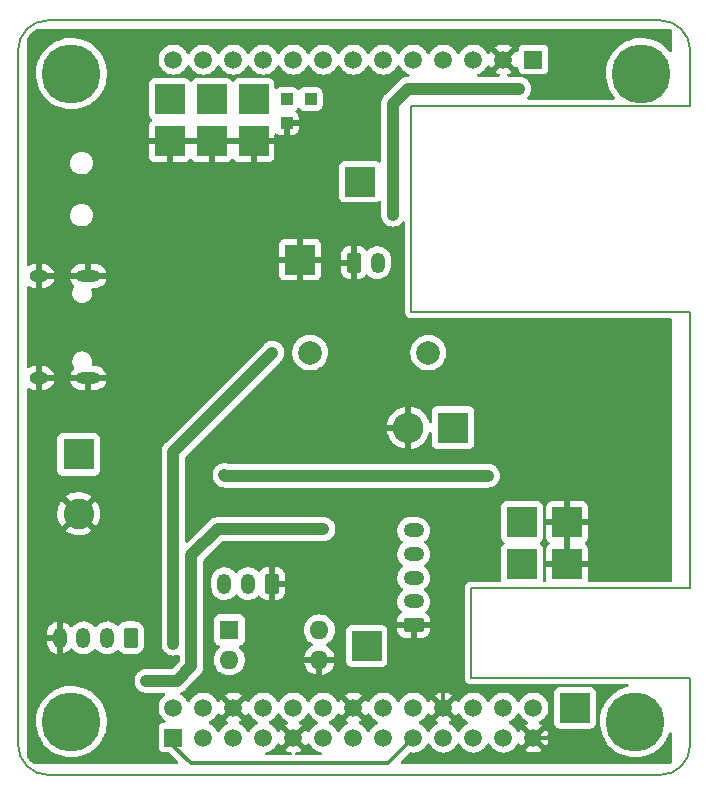
<source format=gbr>
G04 #@! TF.GenerationSoftware,KiCad,Pcbnew,6.0.5*
G04 #@! TF.CreationDate,2022-10-03T09:57:02+03:00*
G04 #@! TF.ProjectId,opi-hat,6f70692d-6861-4742-9e6b-696361645f70,rev?*
G04 #@! TF.SameCoordinates,Original*
G04 #@! TF.FileFunction,Copper,L1,Top*
G04 #@! TF.FilePolarity,Positive*
%FSLAX46Y46*%
G04 Gerber Fmt 4.6, Leading zero omitted, Abs format (unit mm)*
G04 Created by KiCad (PCBNEW 6.0.5) date 2022-10-03 09:57:02*
%MOMM*%
%LPD*%
G01*
G04 APERTURE LIST*
G04 Aperture macros list*
%AMRoundRect*
0 Rectangle with rounded corners*
0 $1 Rounding radius*
0 $2 $3 $4 $5 $6 $7 $8 $9 X,Y pos of 4 corners*
0 Add a 4 corners polygon primitive as box body*
4,1,4,$2,$3,$4,$5,$6,$7,$8,$9,$2,$3,0*
0 Add four circle primitives for the rounded corners*
1,1,$1+$1,$2,$3*
1,1,$1+$1,$4,$5*
1,1,$1+$1,$6,$7*
1,1,$1+$1,$8,$9*
0 Add four rect primitives between the rounded corners*
20,1,$1+$1,$2,$3,$4,$5,0*
20,1,$1+$1,$4,$5,$6,$7,0*
20,1,$1+$1,$6,$7,$8,$9,0*
20,1,$1+$1,$8,$9,$2,$3,0*%
G04 Aperture macros list end*
G04 #@! TA.AperFunction,Profile*
%ADD10C,0.200000*%
G04 #@! TD*
G04 #@! TA.AperFunction,ComponentPad*
%ADD11R,2.500000X2.500000*%
G04 #@! TD*
G04 #@! TA.AperFunction,ComponentPad*
%ADD12R,1.000000X1.000000*%
G04 #@! TD*
G04 #@! TA.AperFunction,ComponentPad*
%ADD13C,2.000000*%
G04 #@! TD*
G04 #@! TA.AperFunction,ComponentPad*
%ADD14C,1.508000*%
G04 #@! TD*
G04 #@! TA.AperFunction,ComponentPad*
%ADD15R,1.508000X1.508000*%
G04 #@! TD*
G04 #@! TA.AperFunction,WasherPad*
%ADD16C,5.000000*%
G04 #@! TD*
G04 #@! TA.AperFunction,ComponentPad*
%ADD17RoundRect,0.250000X-0.350000X-0.625000X0.350000X-0.625000X0.350000X0.625000X-0.350000X0.625000X0*%
G04 #@! TD*
G04 #@! TA.AperFunction,ComponentPad*
%ADD18O,1.200000X1.750000*%
G04 #@! TD*
G04 #@! TA.AperFunction,ComponentPad*
%ADD19O,2.600000X2.600000*%
G04 #@! TD*
G04 #@! TA.AperFunction,ComponentPad*
%ADD20R,2.600000X2.600000*%
G04 #@! TD*
G04 #@! TA.AperFunction,ComponentPad*
%ADD21O,1.750000X1.200000*%
G04 #@! TD*
G04 #@! TA.AperFunction,ComponentPad*
%ADD22RoundRect,0.250000X0.625000X-0.350000X0.625000X0.350000X-0.625000X0.350000X-0.625000X-0.350000X0*%
G04 #@! TD*
G04 #@! TA.AperFunction,ComponentPad*
%ADD23C,2.600000*%
G04 #@! TD*
G04 #@! TA.AperFunction,ComponentPad*
%ADD24R,1.600000X1.600000*%
G04 #@! TD*
G04 #@! TA.AperFunction,ComponentPad*
%ADD25O,1.600000X1.600000*%
G04 #@! TD*
G04 #@! TA.AperFunction,ComponentPad*
%ADD26RoundRect,0.250000X0.350000X0.625000X-0.350000X0.625000X-0.350000X-0.625000X0.350000X-0.625000X0*%
G04 #@! TD*
G04 #@! TA.AperFunction,ComponentPad*
%ADD27O,1.600000X1.000000*%
G04 #@! TD*
G04 #@! TA.AperFunction,ComponentPad*
%ADD28O,2.100000X1.000000*%
G04 #@! TD*
G04 #@! TA.AperFunction,ViaPad*
%ADD29C,1.000000*%
G04 #@! TD*
G04 #@! TA.AperFunction,Conductor*
%ADD30C,0.300000*%
G04 #@! TD*
G04 #@! TA.AperFunction,Conductor*
%ADD31C,1.000000*%
G04 #@! TD*
G04 APERTURE END LIST*
D10*
X81784059Y-107635933D02*
G75*
G03*
X84324059Y-110175933I2540001J1D01*
G01*
X136147941Y-110175927D02*
G75*
G03*
X138687941Y-107635933I2J2539998D01*
G01*
X138687955Y-48828067D02*
G75*
G03*
X136147941Y-46288067I-2539992J8D01*
G01*
X84324059Y-46288067D02*
G75*
G03*
X81784059Y-48828067I1J-2540001D01*
G01*
X120095391Y-94355031D02*
X138687941Y-94355031D01*
X138687941Y-107635933D02*
X138687941Y-101975031D01*
X84324059Y-110175933D02*
X136147941Y-110175933D01*
X138687941Y-53509289D02*
X138687941Y-48828067D01*
X120095391Y-101975031D02*
X120095391Y-94355031D01*
X138687941Y-53509289D02*
X115068983Y-53509289D01*
X138687941Y-94355031D02*
X138687941Y-71003289D01*
X115068983Y-53509289D02*
X115068983Y-71003289D01*
X136147941Y-46288067D02*
X84324059Y-46288067D01*
X81784059Y-48828067D02*
X81784059Y-107635933D01*
X138687941Y-101975031D02*
X120095391Y-101975031D01*
X115068983Y-71003289D02*
X138687941Y-71003289D01*
D11*
X101727000Y-56515000D03*
X124460000Y-88773000D03*
X98171000Y-56515000D03*
X94615000Y-56515000D03*
X128270000Y-88773000D03*
D12*
X104521000Y-54991000D03*
X106553000Y-52959000D03*
X104521000Y-52959000D03*
D11*
X98171000Y-52959000D03*
X94615000Y-52959000D03*
X101727000Y-52959000D03*
X128930400Y-104495600D03*
X124460000Y-92329000D03*
X110744000Y-59944000D03*
X128270000Y-92329000D03*
X105664000Y-66548000D03*
D13*
X106506000Y-74422000D03*
X116506000Y-74422000D03*
D14*
X94943041Y-49609629D03*
X97483041Y-49609629D03*
X100023041Y-49609629D03*
X102563041Y-49609629D03*
X105103041Y-49609629D03*
X107643041Y-49609629D03*
X110183041Y-49609629D03*
X112723041Y-49609629D03*
X115263041Y-49609629D03*
X117803041Y-49609629D03*
X120343041Y-49609629D03*
X122883041Y-49609629D03*
D15*
X125423041Y-49609629D03*
D14*
X125423041Y-104473629D03*
X125423041Y-107013629D03*
X122883041Y-104473629D03*
X122883041Y-107013629D03*
X120343041Y-104473629D03*
X120343041Y-107013629D03*
X117803041Y-104473629D03*
X117803041Y-107013629D03*
X115263041Y-104473629D03*
X115263041Y-107013629D03*
X112723041Y-104473629D03*
X112723041Y-107013629D03*
X110183041Y-104473629D03*
X110183041Y-107013629D03*
X107643041Y-104473629D03*
X107643041Y-107013629D03*
X105103041Y-104473629D03*
X105103041Y-107013629D03*
X102563041Y-104473629D03*
X102563041Y-107013629D03*
X100023041Y-104473629D03*
X100023041Y-107013629D03*
X97483041Y-104473629D03*
X97483041Y-107013629D03*
X94943041Y-104473629D03*
D15*
X94943041Y-107013629D03*
D16*
X134057263Y-105666159D03*
X86305263Y-50802159D03*
X86305263Y-105666159D03*
X134565263Y-50802159D03*
D17*
X110236000Y-66802000D03*
D18*
X112236000Y-66802000D03*
D19*
X114808000Y-80772000D03*
D20*
X118618000Y-80772000D03*
D21*
X115274000Y-89472000D03*
X115274000Y-91472000D03*
X115274000Y-93472000D03*
X115274000Y-95472000D03*
D22*
X115274000Y-97472000D03*
D20*
X86918600Y-83047200D03*
D23*
X86918600Y-88047200D03*
D24*
X99669600Y-97891600D03*
D25*
X99669600Y-100431600D03*
X107289600Y-100431600D03*
X107289600Y-97891600D03*
D11*
X111302800Y-99263200D03*
D26*
X103261000Y-93975000D03*
D18*
X101261000Y-93975000D03*
X99261000Y-93975000D03*
D26*
X91315800Y-98570500D03*
D18*
X89315800Y-98570500D03*
X87315800Y-98570500D03*
X85315800Y-98570500D03*
D27*
X83555500Y-76583000D03*
D28*
X87735500Y-76583000D03*
X87735500Y-67943000D03*
D27*
X83555500Y-67943000D03*
D29*
X112217200Y-87782400D03*
X121285000Y-86487000D03*
X107645200Y-89357200D03*
X92659200Y-102209600D03*
X115316000Y-102362000D03*
X110185200Y-102362000D03*
X103327200Y-74422000D03*
X94945200Y-99060000D03*
X99263200Y-84785200D03*
X121564400Y-84836000D03*
X113538000Y-62738000D03*
X124206000Y-52070000D03*
D30*
X121285000Y-86487000D02*
X113512600Y-86487000D01*
X113512600Y-86487000D02*
X112217200Y-87782400D01*
X115263041Y-107013629D02*
X113107470Y-109169200D01*
X113107470Y-109169200D02*
X96418400Y-109169200D01*
X96418400Y-109169200D02*
X94943041Y-107693841D01*
X94943041Y-107693841D02*
X94943041Y-107013629D01*
X125423041Y-107013629D02*
X126615571Y-107013629D01*
X127000000Y-106629200D02*
X127000000Y-102768400D01*
X126615571Y-107013629D02*
X127000000Y-106629200D01*
X115722400Y-102768400D02*
X117856000Y-102768400D01*
X117856000Y-102768400D02*
X127000000Y-102768400D01*
X117803041Y-104473629D02*
X117803041Y-102821359D01*
X117803041Y-102821359D02*
X117856000Y-102768400D01*
X115316000Y-102362000D02*
X115722400Y-102768400D01*
D31*
X96469200Y-100990400D02*
X96469200Y-91592400D01*
X92659200Y-102209600D02*
X95250000Y-102209600D01*
X95250000Y-102209600D02*
X96469200Y-100990400D01*
X96469200Y-91592400D02*
X98704400Y-89357200D01*
X98704400Y-89357200D02*
X107645200Y-89357200D01*
X94945200Y-99060000D02*
X94945200Y-82804000D01*
X94945200Y-82804000D02*
X103327200Y-74422000D01*
D30*
X110185200Y-102362000D02*
X115316000Y-102362000D01*
D31*
X99314000Y-84836000D02*
X99263200Y-84785200D01*
X121564400Y-84836000D02*
X99314000Y-84836000D01*
X113538000Y-53340000D02*
X113538000Y-62738000D01*
X124206000Y-52070000D02*
X114808000Y-52070000D01*
X114808000Y-52070000D02*
X113538000Y-53340000D01*
G04 #@! TA.AperFunction,Conductor*
G36*
X137030420Y-47002994D02*
G01*
X137089729Y-47032241D01*
X137141977Y-47080308D01*
X137160000Y-47145246D01*
X137160000Y-48868119D01*
X137139998Y-48936240D01*
X137086342Y-48982733D01*
X137016068Y-48992837D01*
X136951488Y-48963343D01*
X136932453Y-48942713D01*
X136889424Y-48884137D01*
X136887281Y-48881219D01*
X136847003Y-48837874D01*
X136653572Y-48629718D01*
X136651105Y-48627063D01*
X136387282Y-48401737D01*
X136099310Y-48208228D01*
X135791004Y-48049099D01*
X135466452Y-47926461D01*
X135462931Y-47925577D01*
X135462926Y-47925575D01*
X135300333Y-47884735D01*
X135129955Y-47841939D01*
X135107739Y-47839014D01*
X134789578Y-47797127D01*
X134789570Y-47797126D01*
X134785974Y-47796653D01*
X134641308Y-47794380D01*
X134442709Y-47791260D01*
X134442705Y-47791260D01*
X134439067Y-47791203D01*
X134435453Y-47791564D01*
X134435447Y-47791564D01*
X134192106Y-47815853D01*
X134093832Y-47825662D01*
X133754846Y-47899573D01*
X133751419Y-47900746D01*
X133751413Y-47900748D01*
X133672559Y-47927746D01*
X133426602Y-48011956D01*
X133113451Y-48161322D01*
X132819542Y-48345691D01*
X132816706Y-48347963D01*
X132816699Y-48347968D01*
X132607355Y-48515684D01*
X132548772Y-48562618D01*
X132510060Y-48601738D01*
X132309808Y-48804098D01*
X132304729Y-48809230D01*
X132302488Y-48812088D01*
X132168686Y-48982733D01*
X132090649Y-49082257D01*
X132088756Y-49085346D01*
X132088754Y-49085349D01*
X132042496Y-49160835D01*
X131909368Y-49378080D01*
X131907843Y-49381365D01*
X131907841Y-49381369D01*
X131868768Y-49465545D01*
X131763290Y-49692779D01*
X131654350Y-50022182D01*
X131653614Y-50025737D01*
X131653613Y-50025740D01*
X131597208Y-50298108D01*
X131583993Y-50361923D01*
X131573995Y-50473945D01*
X131553502Y-50703571D01*
X131553151Y-50707500D01*
X131553246Y-50711130D01*
X131553246Y-50711131D01*
X131555587Y-50800523D01*
X131562233Y-51054330D01*
X131611119Y-51397819D01*
X131699160Y-51733412D01*
X131825190Y-52056662D01*
X131838147Y-52081133D01*
X131983967Y-52356540D01*
X131987538Y-52363285D01*
X131989588Y-52366268D01*
X131989590Y-52366271D01*
X132181996Y-52646223D01*
X132182002Y-52646230D01*
X132184053Y-52649215D01*
X132224156Y-52695186D01*
X132308577Y-52791960D01*
X132338285Y-52856442D01*
X132328415Y-52926749D01*
X132282101Y-52980559D01*
X132213628Y-53000789D01*
X125011700Y-53000789D01*
X124943579Y-52980787D01*
X124897086Y-52927131D01*
X124886982Y-52856857D01*
X124916476Y-52792277D01*
X124917604Y-52791070D01*
X124920062Y-52789065D01*
X124926163Y-52781691D01*
X124975526Y-52722021D01*
X124977175Y-52720069D01*
X125034078Y-52654145D01*
X125037121Y-52648788D01*
X125039708Y-52645121D01*
X125042204Y-52641421D01*
X125046130Y-52636675D01*
X125087537Y-52560095D01*
X125088808Y-52557803D01*
X125128725Y-52487537D01*
X125131769Y-52482179D01*
X125133713Y-52476335D01*
X125135547Y-52472216D01*
X125137272Y-52468113D01*
X125140198Y-52462701D01*
X125165932Y-52379568D01*
X125166735Y-52377067D01*
X125173564Y-52356540D01*
X125194197Y-52294513D01*
X125194970Y-52288392D01*
X125195969Y-52283995D01*
X125196860Y-52279652D01*
X125198682Y-52273768D01*
X125207780Y-52187205D01*
X125208082Y-52184597D01*
X125218543Y-52101796D01*
X125218543Y-52101791D01*
X125218985Y-52098295D01*
X125219270Y-52077884D01*
X125219355Y-52077075D01*
X125219291Y-52076372D01*
X125219328Y-52073760D01*
X125219331Y-52073523D01*
X125219331Y-52073519D01*
X125219380Y-52070000D01*
X125210105Y-51975403D01*
X125210023Y-51974528D01*
X125201988Y-51886245D01*
X125201430Y-51880112D01*
X125200427Y-51876703D01*
X125200080Y-51873167D01*
X125172639Y-51782279D01*
X125172414Y-51781525D01*
X125158254Y-51733412D01*
X125145590Y-51690381D01*
X125143942Y-51687228D01*
X125142916Y-51683831D01*
X125098289Y-51599899D01*
X125097922Y-51599201D01*
X125056814Y-51520569D01*
X125053960Y-51515110D01*
X125051735Y-51512342D01*
X125050066Y-51509204D01*
X124997294Y-51444499D01*
X124990059Y-51435628D01*
X124989506Y-51434944D01*
X124933898Y-51365782D01*
X124933892Y-51365776D01*
X124930032Y-51360975D01*
X124927311Y-51358692D01*
X124925065Y-51355938D01*
X124919018Y-51350935D01*
X124875021Y-51314538D01*
X124851864Y-51295381D01*
X124851329Y-51294935D01*
X124778526Y-51233846D01*
X124775411Y-51232134D01*
X124772675Y-51229870D01*
X124689101Y-51184682D01*
X124688363Y-51184279D01*
X124610612Y-51141535D01*
X124610611Y-51141535D01*
X124605213Y-51138567D01*
X124601830Y-51137494D01*
X124598701Y-51135802D01*
X124560530Y-51123986D01*
X124524384Y-51112797D01*
X124465683Y-51073851D01*
X124431283Y-51081274D01*
X124419411Y-51079627D01*
X124416694Y-51078765D01*
X124413163Y-51078369D01*
X124409768Y-51077318D01*
X124315293Y-51067389D01*
X124314579Y-51067311D01*
X124262773Y-51061500D01*
X124260200Y-51061500D01*
X124256224Y-51061180D01*
X124219204Y-51057289D01*
X124219202Y-51057289D01*
X124213075Y-51056645D01*
X124165430Y-51060981D01*
X124154010Y-51061500D01*
X123297644Y-51061500D01*
X123229523Y-51041498D01*
X123183030Y-50987842D01*
X123172926Y-50917568D01*
X123202420Y-50852988D01*
X123265033Y-50813793D01*
X123311009Y-50801474D01*
X123321301Y-50797728D01*
X123511465Y-50709054D01*
X123520960Y-50703571D01*
X123563062Y-50674091D01*
X123571437Y-50663614D01*
X123564369Y-50650167D01*
X122895853Y-49981651D01*
X122881909Y-49974037D01*
X122880076Y-49974168D01*
X122873461Y-49978419D01*
X122200992Y-50650888D01*
X122194562Y-50662663D01*
X122203858Y-50674678D01*
X122245122Y-50703571D01*
X122254617Y-50709054D01*
X122444781Y-50797728D01*
X122455073Y-50801474D01*
X122501049Y-50813793D01*
X122561672Y-50850745D01*
X122592693Y-50914605D01*
X122584265Y-50985100D01*
X122539062Y-51039847D01*
X122468438Y-51061500D01*
X120759578Y-51061500D01*
X120691457Y-51041498D01*
X120644964Y-50987842D01*
X120634860Y-50917568D01*
X120664354Y-50852988D01*
X120726967Y-50813793D01*
X120771181Y-50801946D01*
X120771183Y-50801945D01*
X120776491Y-50800523D01*
X120782485Y-50797728D01*
X120971716Y-50709489D01*
X120971721Y-50709486D01*
X120976703Y-50707163D01*
X120981833Y-50703571D01*
X121153150Y-50583614D01*
X121153153Y-50583612D01*
X121157661Y-50580455D01*
X121313867Y-50424249D01*
X121440575Y-50243290D01*
X121499122Y-50117736D01*
X121546039Y-50064451D01*
X121614317Y-50044990D01*
X121682277Y-50065532D01*
X121727512Y-50117736D01*
X121783617Y-50238054D01*
X121789096Y-50247544D01*
X121818580Y-50289651D01*
X121829056Y-50298025D01*
X121842504Y-50290956D01*
X122511019Y-49622441D01*
X122517397Y-49610761D01*
X123247449Y-49610761D01*
X123247580Y-49612594D01*
X123251831Y-49619209D01*
X123924300Y-50291678D01*
X123936075Y-50298108D01*
X123957442Y-50281578D01*
X124023560Y-50255715D01*
X124093165Y-50269705D01*
X124144157Y-50319104D01*
X124160541Y-50381236D01*
X124160541Y-50411763D01*
X124167296Y-50473945D01*
X124218426Y-50610334D01*
X124305780Y-50726890D01*
X124422336Y-50814244D01*
X124430744Y-50817396D01*
X124484712Y-50837628D01*
X124533983Y-50874641D01*
X124563482Y-50866445D01*
X124575245Y-50867169D01*
X124620907Y-50872129D01*
X126225175Y-50872129D01*
X126287357Y-50865374D01*
X126423746Y-50814244D01*
X126540302Y-50726890D01*
X126627656Y-50610334D01*
X126678786Y-50473945D01*
X126685541Y-50411763D01*
X126685541Y-48807495D01*
X126678786Y-48745313D01*
X126627656Y-48608924D01*
X126540302Y-48492368D01*
X126423746Y-48405014D01*
X126287357Y-48353884D01*
X126225175Y-48347129D01*
X124620907Y-48347129D01*
X124558725Y-48353884D01*
X124422336Y-48405014D01*
X124305780Y-48492368D01*
X124218426Y-48608924D01*
X124167296Y-48745313D01*
X124160541Y-48807495D01*
X124160541Y-48837874D01*
X124140539Y-48905995D01*
X124086883Y-48952488D01*
X124016609Y-48962592D01*
X123955869Y-48936295D01*
X123937026Y-48921233D01*
X123923578Y-48928302D01*
X123255063Y-49596817D01*
X123247449Y-49610761D01*
X122517397Y-49610761D01*
X122518633Y-49608497D01*
X122518502Y-49606664D01*
X122514251Y-49600049D01*
X121841782Y-48927580D01*
X121830008Y-48921150D01*
X121817992Y-48930446D01*
X121789096Y-48971714D01*
X121783617Y-48981204D01*
X121727512Y-49101522D01*
X121680595Y-49154807D01*
X121612317Y-49174268D01*
X121544357Y-49153726D01*
X121499122Y-49101522D01*
X121442898Y-48980949D01*
X121442896Y-48980946D01*
X121440575Y-48975968D01*
X121313867Y-48795009D01*
X121157661Y-48638803D01*
X121153153Y-48635646D01*
X121153150Y-48635644D01*
X121038898Y-48555644D01*
X122194645Y-48555644D01*
X122201714Y-48569092D01*
X122870229Y-49237607D01*
X122884173Y-49245221D01*
X122886006Y-49245090D01*
X122892621Y-49240839D01*
X123565090Y-48568370D01*
X123571520Y-48556595D01*
X123562224Y-48544580D01*
X123520960Y-48515687D01*
X123511465Y-48510204D01*
X123321301Y-48421530D01*
X123311009Y-48417784D01*
X123108337Y-48363478D01*
X123097542Y-48361575D01*
X122888516Y-48343287D01*
X122877566Y-48343287D01*
X122668540Y-48361575D01*
X122657745Y-48363478D01*
X122455073Y-48417784D01*
X122444781Y-48421530D01*
X122254616Y-48510206D01*
X122245126Y-48515684D01*
X122203019Y-48545168D01*
X122194645Y-48555644D01*
X121038898Y-48555644D01*
X120981212Y-48515252D01*
X120981209Y-48515250D01*
X120976703Y-48512095D01*
X120971721Y-48509772D01*
X120971716Y-48509769D01*
X120781473Y-48421058D01*
X120781472Y-48421058D01*
X120776491Y-48418735D01*
X120771183Y-48417313D01*
X120771181Y-48417312D01*
X120705523Y-48399719D01*
X120563109Y-48361559D01*
X120343041Y-48342306D01*
X120122973Y-48361559D01*
X119980559Y-48399719D01*
X119914901Y-48417312D01*
X119914899Y-48417313D01*
X119909591Y-48418735D01*
X119904610Y-48421057D01*
X119904609Y-48421058D01*
X119714361Y-48509772D01*
X119714358Y-48509774D01*
X119709380Y-48512095D01*
X119528421Y-48638803D01*
X119372215Y-48795009D01*
X119245507Y-48975968D01*
X119243186Y-48980946D01*
X119243184Y-48980949D01*
X119187236Y-49100930D01*
X119140319Y-49154215D01*
X119072041Y-49173676D01*
X119004081Y-49153134D01*
X118958846Y-49100930D01*
X118902898Y-48980949D01*
X118902896Y-48980946D01*
X118900575Y-48975968D01*
X118773867Y-48795009D01*
X118617661Y-48638803D01*
X118613153Y-48635646D01*
X118613150Y-48635644D01*
X118441212Y-48515252D01*
X118441209Y-48515250D01*
X118436703Y-48512095D01*
X118431721Y-48509772D01*
X118431716Y-48509769D01*
X118241473Y-48421058D01*
X118241472Y-48421058D01*
X118236491Y-48418735D01*
X118231183Y-48417313D01*
X118231181Y-48417312D01*
X118165523Y-48399719D01*
X118023109Y-48361559D01*
X117803041Y-48342306D01*
X117582973Y-48361559D01*
X117440559Y-48399719D01*
X117374901Y-48417312D01*
X117374899Y-48417313D01*
X117369591Y-48418735D01*
X117364610Y-48421057D01*
X117364609Y-48421058D01*
X117174361Y-48509772D01*
X117174358Y-48509774D01*
X117169380Y-48512095D01*
X116988421Y-48638803D01*
X116832215Y-48795009D01*
X116705507Y-48975968D01*
X116703186Y-48980946D01*
X116703184Y-48980949D01*
X116647236Y-49100930D01*
X116600319Y-49154215D01*
X116532041Y-49173676D01*
X116464081Y-49153134D01*
X116418846Y-49100930D01*
X116362898Y-48980949D01*
X116362896Y-48980946D01*
X116360575Y-48975968D01*
X116233867Y-48795009D01*
X116077661Y-48638803D01*
X116073153Y-48635646D01*
X116073150Y-48635644D01*
X115901212Y-48515252D01*
X115901209Y-48515250D01*
X115896703Y-48512095D01*
X115891721Y-48509772D01*
X115891716Y-48509769D01*
X115701473Y-48421058D01*
X115701472Y-48421058D01*
X115696491Y-48418735D01*
X115691183Y-48417313D01*
X115691181Y-48417312D01*
X115625523Y-48399719D01*
X115483109Y-48361559D01*
X115263041Y-48342306D01*
X115042973Y-48361559D01*
X114900559Y-48399719D01*
X114834901Y-48417312D01*
X114834899Y-48417313D01*
X114829591Y-48418735D01*
X114824610Y-48421057D01*
X114824609Y-48421058D01*
X114634361Y-48509772D01*
X114634358Y-48509774D01*
X114629380Y-48512095D01*
X114448421Y-48638803D01*
X114292215Y-48795009D01*
X114165507Y-48975968D01*
X114163186Y-48980946D01*
X114163184Y-48980949D01*
X114107236Y-49100930D01*
X114060319Y-49154215D01*
X113992041Y-49173676D01*
X113924081Y-49153134D01*
X113878846Y-49100930D01*
X113822898Y-48980949D01*
X113822896Y-48980946D01*
X113820575Y-48975968D01*
X113693867Y-48795009D01*
X113537661Y-48638803D01*
X113533153Y-48635646D01*
X113533150Y-48635644D01*
X113361212Y-48515252D01*
X113361209Y-48515250D01*
X113356703Y-48512095D01*
X113351721Y-48509772D01*
X113351716Y-48509769D01*
X113161473Y-48421058D01*
X113161472Y-48421058D01*
X113156491Y-48418735D01*
X113151183Y-48417313D01*
X113151181Y-48417312D01*
X113085523Y-48399719D01*
X112943109Y-48361559D01*
X112723041Y-48342306D01*
X112502973Y-48361559D01*
X112360559Y-48399719D01*
X112294901Y-48417312D01*
X112294899Y-48417313D01*
X112289591Y-48418735D01*
X112284610Y-48421057D01*
X112284609Y-48421058D01*
X112094361Y-48509772D01*
X112094358Y-48509774D01*
X112089380Y-48512095D01*
X111908421Y-48638803D01*
X111752215Y-48795009D01*
X111625507Y-48975968D01*
X111623186Y-48980946D01*
X111623184Y-48980949D01*
X111567236Y-49100930D01*
X111520319Y-49154215D01*
X111452041Y-49173676D01*
X111384081Y-49153134D01*
X111338846Y-49100930D01*
X111282898Y-48980949D01*
X111282896Y-48980946D01*
X111280575Y-48975968D01*
X111153867Y-48795009D01*
X110997661Y-48638803D01*
X110993153Y-48635646D01*
X110993150Y-48635644D01*
X110821212Y-48515252D01*
X110821209Y-48515250D01*
X110816703Y-48512095D01*
X110811721Y-48509772D01*
X110811716Y-48509769D01*
X110621473Y-48421058D01*
X110621472Y-48421058D01*
X110616491Y-48418735D01*
X110611183Y-48417313D01*
X110611181Y-48417312D01*
X110545523Y-48399719D01*
X110403109Y-48361559D01*
X110183041Y-48342306D01*
X109962973Y-48361559D01*
X109820559Y-48399719D01*
X109754901Y-48417312D01*
X109754899Y-48417313D01*
X109749591Y-48418735D01*
X109744610Y-48421057D01*
X109744609Y-48421058D01*
X109554361Y-48509772D01*
X109554358Y-48509774D01*
X109549380Y-48512095D01*
X109368421Y-48638803D01*
X109212215Y-48795009D01*
X109085507Y-48975968D01*
X109083186Y-48980946D01*
X109083184Y-48980949D01*
X109027236Y-49100930D01*
X108980319Y-49154215D01*
X108912041Y-49173676D01*
X108844081Y-49153134D01*
X108798846Y-49100930D01*
X108742898Y-48980949D01*
X108742896Y-48980946D01*
X108740575Y-48975968D01*
X108613867Y-48795009D01*
X108457661Y-48638803D01*
X108453153Y-48635646D01*
X108453150Y-48635644D01*
X108281212Y-48515252D01*
X108281209Y-48515250D01*
X108276703Y-48512095D01*
X108271721Y-48509772D01*
X108271716Y-48509769D01*
X108081473Y-48421058D01*
X108081472Y-48421058D01*
X108076491Y-48418735D01*
X108071183Y-48417313D01*
X108071181Y-48417312D01*
X108005523Y-48399719D01*
X107863109Y-48361559D01*
X107643041Y-48342306D01*
X107422973Y-48361559D01*
X107280559Y-48399719D01*
X107214901Y-48417312D01*
X107214899Y-48417313D01*
X107209591Y-48418735D01*
X107204610Y-48421057D01*
X107204609Y-48421058D01*
X107014361Y-48509772D01*
X107014358Y-48509774D01*
X107009380Y-48512095D01*
X106828421Y-48638803D01*
X106672215Y-48795009D01*
X106545507Y-48975968D01*
X106543186Y-48980946D01*
X106543184Y-48980949D01*
X106487236Y-49100930D01*
X106440319Y-49154215D01*
X106372041Y-49173676D01*
X106304081Y-49153134D01*
X106258846Y-49100930D01*
X106202898Y-48980949D01*
X106202896Y-48980946D01*
X106200575Y-48975968D01*
X106073867Y-48795009D01*
X105917661Y-48638803D01*
X105913153Y-48635646D01*
X105913150Y-48635644D01*
X105741212Y-48515252D01*
X105741209Y-48515250D01*
X105736703Y-48512095D01*
X105731721Y-48509772D01*
X105731716Y-48509769D01*
X105541473Y-48421058D01*
X105541472Y-48421058D01*
X105536491Y-48418735D01*
X105531183Y-48417313D01*
X105531181Y-48417312D01*
X105465523Y-48399719D01*
X105323109Y-48361559D01*
X105103041Y-48342306D01*
X104882973Y-48361559D01*
X104740559Y-48399719D01*
X104674901Y-48417312D01*
X104674899Y-48417313D01*
X104669591Y-48418735D01*
X104664610Y-48421057D01*
X104664609Y-48421058D01*
X104474361Y-48509772D01*
X104474358Y-48509774D01*
X104469380Y-48512095D01*
X104288421Y-48638803D01*
X104132215Y-48795009D01*
X104005507Y-48975968D01*
X104003186Y-48980946D01*
X104003184Y-48980949D01*
X103947236Y-49100930D01*
X103900319Y-49154215D01*
X103832041Y-49173676D01*
X103764081Y-49153134D01*
X103718846Y-49100930D01*
X103662898Y-48980949D01*
X103662896Y-48980946D01*
X103660575Y-48975968D01*
X103533867Y-48795009D01*
X103377661Y-48638803D01*
X103373153Y-48635646D01*
X103373150Y-48635644D01*
X103201212Y-48515252D01*
X103201209Y-48515250D01*
X103196703Y-48512095D01*
X103191721Y-48509772D01*
X103191716Y-48509769D01*
X103001473Y-48421058D01*
X103001472Y-48421058D01*
X102996491Y-48418735D01*
X102991183Y-48417313D01*
X102991181Y-48417312D01*
X102925523Y-48399719D01*
X102783109Y-48361559D01*
X102563041Y-48342306D01*
X102342973Y-48361559D01*
X102200559Y-48399719D01*
X102134901Y-48417312D01*
X102134899Y-48417313D01*
X102129591Y-48418735D01*
X102124610Y-48421057D01*
X102124609Y-48421058D01*
X101934361Y-48509772D01*
X101934358Y-48509774D01*
X101929380Y-48512095D01*
X101748421Y-48638803D01*
X101592215Y-48795009D01*
X101465507Y-48975968D01*
X101463186Y-48980946D01*
X101463184Y-48980949D01*
X101407236Y-49100930D01*
X101360319Y-49154215D01*
X101292041Y-49173676D01*
X101224081Y-49153134D01*
X101178846Y-49100930D01*
X101122898Y-48980949D01*
X101122896Y-48980946D01*
X101120575Y-48975968D01*
X100993867Y-48795009D01*
X100837661Y-48638803D01*
X100833153Y-48635646D01*
X100833150Y-48635644D01*
X100661212Y-48515252D01*
X100661209Y-48515250D01*
X100656703Y-48512095D01*
X100651721Y-48509772D01*
X100651716Y-48509769D01*
X100461473Y-48421058D01*
X100461472Y-48421058D01*
X100456491Y-48418735D01*
X100451183Y-48417313D01*
X100451181Y-48417312D01*
X100385523Y-48399719D01*
X100243109Y-48361559D01*
X100023041Y-48342306D01*
X99802973Y-48361559D01*
X99660559Y-48399719D01*
X99594901Y-48417312D01*
X99594899Y-48417313D01*
X99589591Y-48418735D01*
X99584610Y-48421057D01*
X99584609Y-48421058D01*
X99394361Y-48509772D01*
X99394358Y-48509774D01*
X99389380Y-48512095D01*
X99208421Y-48638803D01*
X99052215Y-48795009D01*
X98925507Y-48975968D01*
X98923186Y-48980946D01*
X98923184Y-48980949D01*
X98867236Y-49100930D01*
X98820319Y-49154215D01*
X98752041Y-49173676D01*
X98684081Y-49153134D01*
X98638846Y-49100930D01*
X98582898Y-48980949D01*
X98582896Y-48980946D01*
X98580575Y-48975968D01*
X98453867Y-48795009D01*
X98297661Y-48638803D01*
X98293153Y-48635646D01*
X98293150Y-48635644D01*
X98121212Y-48515252D01*
X98121209Y-48515250D01*
X98116703Y-48512095D01*
X98111721Y-48509772D01*
X98111716Y-48509769D01*
X97921473Y-48421058D01*
X97921472Y-48421058D01*
X97916491Y-48418735D01*
X97911183Y-48417313D01*
X97911181Y-48417312D01*
X97845523Y-48399719D01*
X97703109Y-48361559D01*
X97483041Y-48342306D01*
X97262973Y-48361559D01*
X97120559Y-48399719D01*
X97054901Y-48417312D01*
X97054899Y-48417313D01*
X97049591Y-48418735D01*
X97044610Y-48421057D01*
X97044609Y-48421058D01*
X96854361Y-48509772D01*
X96854358Y-48509774D01*
X96849380Y-48512095D01*
X96668421Y-48638803D01*
X96512215Y-48795009D01*
X96385507Y-48975968D01*
X96383186Y-48980946D01*
X96383184Y-48980949D01*
X96327236Y-49100930D01*
X96280319Y-49154215D01*
X96212041Y-49173676D01*
X96144081Y-49153134D01*
X96098846Y-49100930D01*
X96042898Y-48980949D01*
X96042896Y-48980946D01*
X96040575Y-48975968D01*
X95913867Y-48795009D01*
X95757661Y-48638803D01*
X95753153Y-48635646D01*
X95753150Y-48635644D01*
X95581212Y-48515252D01*
X95581209Y-48515250D01*
X95576703Y-48512095D01*
X95571721Y-48509772D01*
X95571716Y-48509769D01*
X95381473Y-48421058D01*
X95381472Y-48421058D01*
X95376491Y-48418735D01*
X95371183Y-48417313D01*
X95371181Y-48417312D01*
X95305523Y-48399719D01*
X95163109Y-48361559D01*
X94943041Y-48342306D01*
X94722973Y-48361559D01*
X94580559Y-48399719D01*
X94514901Y-48417312D01*
X94514899Y-48417313D01*
X94509591Y-48418735D01*
X94504610Y-48421057D01*
X94504609Y-48421058D01*
X94314361Y-48509772D01*
X94314358Y-48509774D01*
X94309380Y-48512095D01*
X94128421Y-48638803D01*
X93972215Y-48795009D01*
X93845507Y-48975968D01*
X93843186Y-48980946D01*
X93843184Y-48980949D01*
X93782950Y-49110122D01*
X93752147Y-49176179D01*
X93694971Y-49389561D01*
X93675718Y-49609629D01*
X93694971Y-49829697D01*
X93696395Y-49835010D01*
X93746548Y-50022182D01*
X93752147Y-50043079D01*
X93754469Y-50048060D01*
X93754470Y-50048061D01*
X93786885Y-50117574D01*
X93845507Y-50243290D01*
X93972215Y-50424249D01*
X94128421Y-50580455D01*
X94132929Y-50583612D01*
X94132932Y-50583614D01*
X94304249Y-50703571D01*
X94309379Y-50707163D01*
X94314361Y-50709486D01*
X94314366Y-50709489D01*
X94503597Y-50797728D01*
X94509591Y-50800523D01*
X94514899Y-50801945D01*
X94514901Y-50801946D01*
X94540697Y-50808858D01*
X94722973Y-50857699D01*
X94943041Y-50876952D01*
X95163109Y-50857699D01*
X95345385Y-50808858D01*
X95371181Y-50801946D01*
X95371183Y-50801945D01*
X95376491Y-50800523D01*
X95382485Y-50797728D01*
X95571716Y-50709489D01*
X95571721Y-50709486D01*
X95576703Y-50707163D01*
X95581833Y-50703571D01*
X95753150Y-50583614D01*
X95753153Y-50583612D01*
X95757661Y-50580455D01*
X95913867Y-50424249D01*
X96040575Y-50243290D01*
X96098846Y-50118328D01*
X96145763Y-50065043D01*
X96214041Y-50045582D01*
X96282001Y-50066124D01*
X96327236Y-50118328D01*
X96385507Y-50243290D01*
X96512215Y-50424249D01*
X96668421Y-50580455D01*
X96672929Y-50583612D01*
X96672932Y-50583614D01*
X96844249Y-50703571D01*
X96849379Y-50707163D01*
X96854361Y-50709486D01*
X96854366Y-50709489D01*
X97043597Y-50797728D01*
X97049591Y-50800523D01*
X97054899Y-50801945D01*
X97054901Y-50801946D01*
X97080697Y-50808858D01*
X97262973Y-50857699D01*
X97483041Y-50876952D01*
X97703109Y-50857699D01*
X97885385Y-50808858D01*
X97911181Y-50801946D01*
X97911183Y-50801945D01*
X97916491Y-50800523D01*
X97922485Y-50797728D01*
X98111716Y-50709489D01*
X98111721Y-50709486D01*
X98116703Y-50707163D01*
X98121833Y-50703571D01*
X98293150Y-50583614D01*
X98293153Y-50583612D01*
X98297661Y-50580455D01*
X98453867Y-50424249D01*
X98580575Y-50243290D01*
X98638846Y-50118328D01*
X98685763Y-50065043D01*
X98754041Y-50045582D01*
X98822001Y-50066124D01*
X98867236Y-50118328D01*
X98925507Y-50243290D01*
X99052215Y-50424249D01*
X99208421Y-50580455D01*
X99212929Y-50583612D01*
X99212932Y-50583614D01*
X99384249Y-50703571D01*
X99389379Y-50707163D01*
X99394361Y-50709486D01*
X99394366Y-50709489D01*
X99583597Y-50797728D01*
X99589591Y-50800523D01*
X99594899Y-50801945D01*
X99594901Y-50801946D01*
X99620697Y-50808858D01*
X99802973Y-50857699D01*
X100023041Y-50876952D01*
X100243109Y-50857699D01*
X100425385Y-50808858D01*
X100451181Y-50801946D01*
X100451183Y-50801945D01*
X100456491Y-50800523D01*
X100462485Y-50797728D01*
X100651716Y-50709489D01*
X100651721Y-50709486D01*
X100656703Y-50707163D01*
X100661833Y-50703571D01*
X100833150Y-50583614D01*
X100833153Y-50583612D01*
X100837661Y-50580455D01*
X100993867Y-50424249D01*
X101120575Y-50243290D01*
X101178846Y-50118328D01*
X101225763Y-50065043D01*
X101294041Y-50045582D01*
X101362001Y-50066124D01*
X101407236Y-50118328D01*
X101465507Y-50243290D01*
X101592215Y-50424249D01*
X101748421Y-50580455D01*
X101752929Y-50583612D01*
X101752932Y-50583614D01*
X101924249Y-50703571D01*
X101929379Y-50707163D01*
X101934361Y-50709486D01*
X101934366Y-50709489D01*
X102123597Y-50797728D01*
X102129591Y-50800523D01*
X102134899Y-50801945D01*
X102134901Y-50801946D01*
X102160697Y-50808858D01*
X102342973Y-50857699D01*
X102563041Y-50876952D01*
X102783109Y-50857699D01*
X102965385Y-50808858D01*
X102991181Y-50801946D01*
X102991183Y-50801945D01*
X102996491Y-50800523D01*
X103002485Y-50797728D01*
X103191716Y-50709489D01*
X103191721Y-50709486D01*
X103196703Y-50707163D01*
X103201833Y-50703571D01*
X103373150Y-50583614D01*
X103373153Y-50583612D01*
X103377661Y-50580455D01*
X103533867Y-50424249D01*
X103660575Y-50243290D01*
X103718846Y-50118328D01*
X103765763Y-50065043D01*
X103834041Y-50045582D01*
X103902001Y-50066124D01*
X103947236Y-50118328D01*
X104005507Y-50243290D01*
X104132215Y-50424249D01*
X104288421Y-50580455D01*
X104292929Y-50583612D01*
X104292932Y-50583614D01*
X104464249Y-50703571D01*
X104469379Y-50707163D01*
X104474361Y-50709486D01*
X104474366Y-50709489D01*
X104663597Y-50797728D01*
X104669591Y-50800523D01*
X104674899Y-50801945D01*
X104674901Y-50801946D01*
X104700697Y-50808858D01*
X104882973Y-50857699D01*
X105103041Y-50876952D01*
X105323109Y-50857699D01*
X105505385Y-50808858D01*
X105531181Y-50801946D01*
X105531183Y-50801945D01*
X105536491Y-50800523D01*
X105542485Y-50797728D01*
X105731716Y-50709489D01*
X105731721Y-50709486D01*
X105736703Y-50707163D01*
X105741833Y-50703571D01*
X105913150Y-50583614D01*
X105913153Y-50583612D01*
X105917661Y-50580455D01*
X106073867Y-50424249D01*
X106200575Y-50243290D01*
X106258846Y-50118328D01*
X106305763Y-50065043D01*
X106374041Y-50045582D01*
X106442001Y-50066124D01*
X106487236Y-50118328D01*
X106545507Y-50243290D01*
X106672215Y-50424249D01*
X106828421Y-50580455D01*
X106832929Y-50583612D01*
X106832932Y-50583614D01*
X107004249Y-50703571D01*
X107009379Y-50707163D01*
X107014361Y-50709486D01*
X107014366Y-50709489D01*
X107203597Y-50797728D01*
X107209591Y-50800523D01*
X107214899Y-50801945D01*
X107214901Y-50801946D01*
X107240697Y-50808858D01*
X107422973Y-50857699D01*
X107643041Y-50876952D01*
X107863109Y-50857699D01*
X108045385Y-50808858D01*
X108071181Y-50801946D01*
X108071183Y-50801945D01*
X108076491Y-50800523D01*
X108082485Y-50797728D01*
X108271716Y-50709489D01*
X108271721Y-50709486D01*
X108276703Y-50707163D01*
X108281833Y-50703571D01*
X108453150Y-50583614D01*
X108453153Y-50583612D01*
X108457661Y-50580455D01*
X108613867Y-50424249D01*
X108740575Y-50243290D01*
X108798846Y-50118328D01*
X108845763Y-50065043D01*
X108914041Y-50045582D01*
X108982001Y-50066124D01*
X109027236Y-50118328D01*
X109085507Y-50243290D01*
X109212215Y-50424249D01*
X109368421Y-50580455D01*
X109372929Y-50583612D01*
X109372932Y-50583614D01*
X109544249Y-50703571D01*
X109549379Y-50707163D01*
X109554361Y-50709486D01*
X109554366Y-50709489D01*
X109743597Y-50797728D01*
X109749591Y-50800523D01*
X109754899Y-50801945D01*
X109754901Y-50801946D01*
X109780697Y-50808858D01*
X109962973Y-50857699D01*
X110183041Y-50876952D01*
X110403109Y-50857699D01*
X110585385Y-50808858D01*
X110611181Y-50801946D01*
X110611183Y-50801945D01*
X110616491Y-50800523D01*
X110622485Y-50797728D01*
X110811716Y-50709489D01*
X110811721Y-50709486D01*
X110816703Y-50707163D01*
X110821833Y-50703571D01*
X110993150Y-50583614D01*
X110993153Y-50583612D01*
X110997661Y-50580455D01*
X111153867Y-50424249D01*
X111280575Y-50243290D01*
X111338846Y-50118328D01*
X111385763Y-50065043D01*
X111454041Y-50045582D01*
X111522001Y-50066124D01*
X111567236Y-50118328D01*
X111625507Y-50243290D01*
X111752215Y-50424249D01*
X111908421Y-50580455D01*
X111912929Y-50583612D01*
X111912932Y-50583614D01*
X112084249Y-50703571D01*
X112089379Y-50707163D01*
X112094361Y-50709486D01*
X112094366Y-50709489D01*
X112283597Y-50797728D01*
X112289591Y-50800523D01*
X112294899Y-50801945D01*
X112294901Y-50801946D01*
X112320697Y-50808858D01*
X112502973Y-50857699D01*
X112723041Y-50876952D01*
X112943109Y-50857699D01*
X113125385Y-50808858D01*
X113151181Y-50801946D01*
X113151183Y-50801945D01*
X113156491Y-50800523D01*
X113162485Y-50797728D01*
X113351716Y-50709489D01*
X113351721Y-50709486D01*
X113356703Y-50707163D01*
X113361833Y-50703571D01*
X113533150Y-50583614D01*
X113533153Y-50583612D01*
X113537661Y-50580455D01*
X113693867Y-50424249D01*
X113820575Y-50243290D01*
X113878846Y-50118328D01*
X113925763Y-50065043D01*
X113994041Y-50045582D01*
X114062001Y-50066124D01*
X114107236Y-50118328D01*
X114165507Y-50243290D01*
X114292215Y-50424249D01*
X114448421Y-50580455D01*
X114452929Y-50583612D01*
X114452932Y-50583614D01*
X114624249Y-50703571D01*
X114629379Y-50707163D01*
X114634361Y-50709486D01*
X114634366Y-50709489D01*
X114823597Y-50797728D01*
X114829591Y-50800523D01*
X114834896Y-50801945D01*
X114834903Y-50801947D01*
X114855873Y-50807565D01*
X114863823Y-50809695D01*
X114924445Y-50846646D01*
X114955467Y-50910506D01*
X114947039Y-50981001D01*
X114901837Y-51035748D01*
X114829892Y-51057395D01*
X114824733Y-51057341D01*
X114818611Y-51056676D01*
X114796956Y-51058571D01*
X114768609Y-51061050D01*
X114763784Y-51061379D01*
X114761313Y-51061500D01*
X114758231Y-51061500D01*
X114735763Y-51063703D01*
X114715489Y-51065691D01*
X114714174Y-51065813D01*
X114681913Y-51068636D01*
X114621587Y-51073913D01*
X114616468Y-51075400D01*
X114611167Y-51075920D01*
X114605262Y-51077703D01*
X114605261Y-51077703D01*
X114585907Y-51083546D01*
X114522194Y-51102782D01*
X114521054Y-51103120D01*
X114431663Y-51129091D01*
X114426929Y-51131545D01*
X114421831Y-51133084D01*
X114416387Y-51135978D01*
X114416386Y-51135979D01*
X114339831Y-51176684D01*
X114338663Y-51177298D01*
X114282516Y-51206402D01*
X114256074Y-51220108D01*
X114251911Y-51223431D01*
X114247204Y-51225934D01*
X114175082Y-51284755D01*
X114174226Y-51285446D01*
X114135027Y-51316738D01*
X114132523Y-51319242D01*
X114131805Y-51319884D01*
X114127472Y-51323585D01*
X114093938Y-51350935D01*
X114090011Y-51355682D01*
X114090009Y-51355684D01*
X114064713Y-51386262D01*
X114056723Y-51395042D01*
X112868621Y-52583145D01*
X112858478Y-52592247D01*
X112828975Y-52615968D01*
X112804513Y-52645121D01*
X112796709Y-52654421D01*
X112793528Y-52658069D01*
X112791885Y-52659881D01*
X112789691Y-52662075D01*
X112762358Y-52695349D01*
X112761696Y-52696147D01*
X112701846Y-52767474D01*
X112699278Y-52772144D01*
X112695897Y-52776261D01*
X112686404Y-52793966D01*
X112652023Y-52858086D01*
X112651394Y-52859245D01*
X112609538Y-52935381D01*
X112609535Y-52935389D01*
X112606567Y-52940787D01*
X112604955Y-52945869D01*
X112602438Y-52950563D01*
X112575238Y-53039531D01*
X112574918Y-53040559D01*
X112546765Y-53129306D01*
X112546171Y-53134602D01*
X112544613Y-53139698D01*
X112543990Y-53145834D01*
X112535218Y-53232187D01*
X112535089Y-53233393D01*
X112529500Y-53283227D01*
X112529500Y-53286754D01*
X112529445Y-53287739D01*
X112528998Y-53293419D01*
X112524626Y-53336462D01*
X112525206Y-53342593D01*
X112528941Y-53382109D01*
X112529500Y-53393967D01*
X112529500Y-58207934D01*
X112509498Y-58276055D01*
X112455842Y-58322548D01*
X112385568Y-58332652D01*
X112327935Y-58308760D01*
X112247892Y-58248771D01*
X112247890Y-58248770D01*
X112240705Y-58243385D01*
X112104316Y-58192255D01*
X112042134Y-58185500D01*
X109445866Y-58185500D01*
X109383684Y-58192255D01*
X109247295Y-58243385D01*
X109130739Y-58330739D01*
X109043385Y-58447295D01*
X108992255Y-58583684D01*
X108985500Y-58645866D01*
X108985500Y-61242134D01*
X108992255Y-61304316D01*
X109043385Y-61440705D01*
X109130739Y-61557261D01*
X109247295Y-61644615D01*
X109383684Y-61695745D01*
X109445866Y-61702500D01*
X112042134Y-61702500D01*
X112104316Y-61695745D01*
X112240705Y-61644615D01*
X112274058Y-61619619D01*
X112327935Y-61579240D01*
X112394442Y-61554392D01*
X112463824Y-61569445D01*
X112514054Y-61619619D01*
X112529500Y-61680066D01*
X112529500Y-62674181D01*
X112528715Y-62688225D01*
X112524719Y-62723851D01*
X112525235Y-62729995D01*
X112529058Y-62775524D01*
X112529314Y-62781619D01*
X112529350Y-62781617D01*
X112529500Y-62784684D01*
X112529500Y-62787769D01*
X112529801Y-62790837D01*
X112533498Y-62828549D01*
X112533657Y-62830299D01*
X112541268Y-62920934D01*
X112542925Y-62926714D01*
X112542963Y-62926904D01*
X112543295Y-62928645D01*
X112543334Y-62928858D01*
X112543920Y-62934833D01*
X112545702Y-62940735D01*
X112570191Y-63021848D01*
X112570688Y-63023535D01*
X112595783Y-63111050D01*
X112598533Y-63116399D01*
X112598600Y-63116563D01*
X112599240Y-63118148D01*
X112599351Y-63118429D01*
X112601084Y-63124169D01*
X112603975Y-63129606D01*
X112603979Y-63129616D01*
X112643824Y-63204553D01*
X112644568Y-63205975D01*
X112686187Y-63286956D01*
X112689914Y-63291659D01*
X112690060Y-63291878D01*
X112691017Y-63293340D01*
X112691109Y-63293482D01*
X112693934Y-63298796D01*
X112707941Y-63315970D01*
X112751439Y-63369304D01*
X112752531Y-63370663D01*
X112809035Y-63441953D01*
X112813613Y-63445849D01*
X112813743Y-63445980D01*
X112814983Y-63447246D01*
X112815138Y-63447407D01*
X112818935Y-63452062D01*
X112823682Y-63455989D01*
X112823685Y-63455992D01*
X112889011Y-63510034D01*
X112890359Y-63511165D01*
X112954960Y-63566145D01*
X112954963Y-63566147D01*
X112959650Y-63570136D01*
X112964898Y-63573069D01*
X112965074Y-63573188D01*
X112966548Y-63574198D01*
X112966695Y-63574300D01*
X112971325Y-63578130D01*
X112976745Y-63581060D01*
X112976747Y-63581062D01*
X113051335Y-63621392D01*
X113052876Y-63622239D01*
X113123022Y-63661442D01*
X113132294Y-63666624D01*
X113138009Y-63668481D01*
X113138183Y-63668554D01*
X113139785Y-63669241D01*
X113140022Y-63669345D01*
X113145299Y-63672198D01*
X113151188Y-63674021D01*
X113232234Y-63699109D01*
X113233897Y-63699637D01*
X113320392Y-63727740D01*
X113326354Y-63728451D01*
X113326574Y-63728496D01*
X113328291Y-63728861D01*
X113328493Y-63728905D01*
X113334232Y-63730682D01*
X113340359Y-63731326D01*
X113424676Y-63740188D01*
X113426424Y-63740384D01*
X113482824Y-63747109D01*
X113516777Y-63751158D01*
X113522772Y-63750697D01*
X113522920Y-63750698D01*
X113524668Y-63750722D01*
X113524957Y-63750728D01*
X113530925Y-63751355D01*
X113621512Y-63743111D01*
X113623148Y-63742973D01*
X113713972Y-63735984D01*
X113719760Y-63734368D01*
X113719949Y-63734332D01*
X113721685Y-63734013D01*
X113721900Y-63733975D01*
X113727888Y-63733430D01*
X113733794Y-63731692D01*
X113733798Y-63731691D01*
X113815171Y-63707742D01*
X113816861Y-63707258D01*
X113898521Y-63684458D01*
X113898530Y-63684455D01*
X113904463Y-63682798D01*
X113909819Y-63680093D01*
X113910063Y-63679994D01*
X113911699Y-63679346D01*
X113911845Y-63679290D01*
X113917619Y-63677590D01*
X113931122Y-63670531D01*
X113998251Y-63635437D01*
X113999815Y-63634633D01*
X114075503Y-63596400D01*
X114075505Y-63596399D01*
X114080996Y-63593625D01*
X114085721Y-63589934D01*
X114085921Y-63589803D01*
X114087398Y-63588851D01*
X114087571Y-63588741D01*
X114092890Y-63585960D01*
X114102629Y-63578130D01*
X114163741Y-63528994D01*
X114165120Y-63527900D01*
X114187266Y-63510598D01*
X114236847Y-63471861D01*
X114240771Y-63467315D01*
X114240923Y-63467166D01*
X114242161Y-63465971D01*
X114242352Y-63465789D01*
X114247025Y-63462032D01*
X114305565Y-63392266D01*
X114306563Y-63391093D01*
X114339104Y-63353395D01*
X114398756Y-63314899D01*
X114469752Y-63314765D01*
X114529551Y-63353035D01*
X114559166Y-63417560D01*
X114560483Y-63435728D01*
X114560483Y-70994666D01*
X114560481Y-70995436D01*
X114560007Y-71073010D01*
X114562474Y-71081641D01*
X114568133Y-71101442D01*
X114571711Y-71118204D01*
X114575903Y-71147476D01*
X114579617Y-71155644D01*
X114579617Y-71155645D01*
X114586531Y-71170851D01*
X114592979Y-71188375D01*
X114600034Y-71213060D01*
X114604826Y-71220654D01*
X114604827Y-71220657D01*
X114615813Y-71238069D01*
X114623952Y-71253152D01*
X114636191Y-71280071D01*
X114642052Y-71286873D01*
X114652953Y-71299524D01*
X114664056Y-71314528D01*
X114677759Y-71336247D01*
X114684484Y-71342186D01*
X114684487Y-71342190D01*
X114699921Y-71355821D01*
X114711965Y-71368013D01*
X114725410Y-71383616D01*
X114725413Y-71383618D01*
X114731270Y-71390416D01*
X114738799Y-71395296D01*
X114738800Y-71395297D01*
X114752818Y-71404383D01*
X114767692Y-71415674D01*
X114780200Y-71426720D01*
X114786934Y-71432667D01*
X114813694Y-71445231D01*
X114828674Y-71453552D01*
X114845966Y-71464760D01*
X114845971Y-71464762D01*
X114853498Y-71469641D01*
X114862091Y-71472211D01*
X114862096Y-71472213D01*
X114878103Y-71477000D01*
X114895547Y-71483661D01*
X114910659Y-71490756D01*
X114910661Y-71490757D01*
X114918783Y-71494570D01*
X114927650Y-71495951D01*
X114927651Y-71495951D01*
X114930336Y-71496369D01*
X114948000Y-71499119D01*
X114964715Y-71502902D01*
X114984449Y-71508804D01*
X114984455Y-71508805D01*
X114993049Y-71511375D01*
X115002020Y-71511430D01*
X115002021Y-71511430D01*
X115012080Y-71511491D01*
X115027489Y-71511585D01*
X115028272Y-71511618D01*
X115029369Y-71511789D01*
X115060360Y-71511789D01*
X115061130Y-71511791D01*
X115134768Y-71512241D01*
X115134769Y-71512241D01*
X115138704Y-71512265D01*
X115140048Y-71511881D01*
X115141393Y-71511789D01*
X137034000Y-71511789D01*
X137102121Y-71531791D01*
X137148614Y-71585447D01*
X137160000Y-71637789D01*
X137160000Y-93720531D01*
X137139998Y-93788652D01*
X137086342Y-93835145D01*
X137034000Y-93846531D01*
X130142303Y-93846531D01*
X130074182Y-93826529D01*
X130027689Y-93772873D01*
X130017585Y-93702599D01*
X130019720Y-93691387D01*
X130022105Y-93681356D01*
X130027631Y-93630486D01*
X130028000Y-93623672D01*
X130028000Y-92601115D01*
X130023525Y-92585876D01*
X130022135Y-92584671D01*
X130014452Y-92583000D01*
X126530116Y-92583000D01*
X126514877Y-92587475D01*
X126513672Y-92588865D01*
X126512001Y-92596548D01*
X126512001Y-93623669D01*
X126512371Y-93630490D01*
X126517894Y-93681347D01*
X126520281Y-93691385D01*
X126516579Y-93762285D01*
X126475133Y-93819928D01*
X126409102Y-93846014D01*
X126397698Y-93846531D01*
X126332822Y-93846531D01*
X126264701Y-93826529D01*
X126218208Y-93772873D01*
X126208104Y-93702599D01*
X126209486Y-93695342D01*
X126211745Y-93689316D01*
X126218500Y-93627134D01*
X126218500Y-92056885D01*
X126512000Y-92056885D01*
X126516475Y-92072124D01*
X126517865Y-92073329D01*
X126525548Y-92075000D01*
X127997885Y-92075000D01*
X128013124Y-92070525D01*
X128014329Y-92069135D01*
X128016000Y-92061452D01*
X128016000Y-92056885D01*
X128524000Y-92056885D01*
X128528475Y-92072124D01*
X128529865Y-92073329D01*
X128537548Y-92075000D01*
X130009884Y-92075000D01*
X130025123Y-92070525D01*
X130026328Y-92069135D01*
X130027999Y-92061452D01*
X130027999Y-91034331D01*
X130027629Y-91027510D01*
X130022105Y-90976648D01*
X130018479Y-90961396D01*
X129973324Y-90840946D01*
X129964786Y-90825351D01*
X129888285Y-90723276D01*
X129875728Y-90710719D01*
X129797148Y-90651827D01*
X129754633Y-90594967D01*
X129749607Y-90524149D01*
X129783667Y-90461855D01*
X129797148Y-90450173D01*
X129875728Y-90391281D01*
X129888285Y-90378724D01*
X129964786Y-90276649D01*
X129973324Y-90261054D01*
X130018478Y-90140606D01*
X130022105Y-90125351D01*
X130027631Y-90074486D01*
X130028000Y-90067672D01*
X130028000Y-89045115D01*
X130023525Y-89029876D01*
X130022135Y-89028671D01*
X130014452Y-89027000D01*
X128542115Y-89027000D01*
X128526876Y-89031475D01*
X128525671Y-89032865D01*
X128524000Y-89040548D01*
X128524000Y-90515466D01*
X128526119Y-90574802D01*
X128524000Y-90584544D01*
X128524000Y-92056885D01*
X128016000Y-92056885D01*
X128016000Y-90586534D01*
X128013881Y-90527198D01*
X128016000Y-90517456D01*
X128016000Y-89045115D01*
X128011525Y-89029876D01*
X128010135Y-89028671D01*
X128002452Y-89027000D01*
X126530116Y-89027000D01*
X126514877Y-89031475D01*
X126513672Y-89032865D01*
X126512001Y-89040548D01*
X126512001Y-90067669D01*
X126512371Y-90074490D01*
X126517895Y-90125352D01*
X126521521Y-90140604D01*
X126566676Y-90261054D01*
X126575214Y-90276649D01*
X126651715Y-90378724D01*
X126664272Y-90391281D01*
X126742852Y-90450173D01*
X126785367Y-90507033D01*
X126790393Y-90577851D01*
X126756333Y-90640145D01*
X126742852Y-90651827D01*
X126664272Y-90710719D01*
X126651715Y-90723276D01*
X126575214Y-90825351D01*
X126566676Y-90840946D01*
X126521522Y-90961394D01*
X126517895Y-90976649D01*
X126512369Y-91027514D01*
X126512000Y-91034328D01*
X126512000Y-92056885D01*
X126218500Y-92056885D01*
X126218500Y-91030866D01*
X126211745Y-90968684D01*
X126160615Y-90832295D01*
X126073261Y-90715739D01*
X125987982Y-90651826D01*
X125945467Y-90594967D01*
X125940441Y-90524148D01*
X125974501Y-90461855D01*
X125987982Y-90450174D01*
X125987984Y-90450173D01*
X126073261Y-90386261D01*
X126160615Y-90269705D01*
X126211745Y-90133316D01*
X126218500Y-90071134D01*
X126218500Y-88500885D01*
X126512000Y-88500885D01*
X126516475Y-88516124D01*
X126517865Y-88517329D01*
X126525548Y-88519000D01*
X127997885Y-88519000D01*
X128013124Y-88514525D01*
X128014329Y-88513135D01*
X128016000Y-88505452D01*
X128016000Y-88500885D01*
X128524000Y-88500885D01*
X128528475Y-88516124D01*
X128529865Y-88517329D01*
X128537548Y-88519000D01*
X130009884Y-88519000D01*
X130025123Y-88514525D01*
X130026328Y-88513135D01*
X130027999Y-88505452D01*
X130027999Y-87478331D01*
X130027629Y-87471510D01*
X130022105Y-87420648D01*
X130018479Y-87405396D01*
X129973324Y-87284946D01*
X129964786Y-87269351D01*
X129888285Y-87167276D01*
X129875724Y-87154715D01*
X129773649Y-87078214D01*
X129758054Y-87069676D01*
X129637606Y-87024522D01*
X129622351Y-87020895D01*
X129571486Y-87015369D01*
X129564672Y-87015000D01*
X128542115Y-87015000D01*
X128526876Y-87019475D01*
X128525671Y-87020865D01*
X128524000Y-87028548D01*
X128524000Y-88500885D01*
X128016000Y-88500885D01*
X128016000Y-87033116D01*
X128011525Y-87017877D01*
X128010135Y-87016672D01*
X128002452Y-87015001D01*
X126975331Y-87015001D01*
X126968510Y-87015371D01*
X126917648Y-87020895D01*
X126902396Y-87024521D01*
X126781946Y-87069676D01*
X126766351Y-87078214D01*
X126664276Y-87154715D01*
X126651715Y-87167276D01*
X126575214Y-87269351D01*
X126566676Y-87284946D01*
X126521522Y-87405394D01*
X126517895Y-87420649D01*
X126512369Y-87471514D01*
X126512000Y-87478328D01*
X126512000Y-88500885D01*
X126218500Y-88500885D01*
X126218500Y-87474866D01*
X126211745Y-87412684D01*
X126160615Y-87276295D01*
X126073261Y-87159739D01*
X125956705Y-87072385D01*
X125820316Y-87021255D01*
X125758134Y-87014500D01*
X123161866Y-87014500D01*
X123099684Y-87021255D01*
X122963295Y-87072385D01*
X122846739Y-87159739D01*
X122759385Y-87276295D01*
X122708255Y-87412684D01*
X122701500Y-87474866D01*
X122701500Y-90071134D01*
X122708255Y-90133316D01*
X122759385Y-90269705D01*
X122846739Y-90386261D01*
X122932017Y-90450173D01*
X122932018Y-90450174D01*
X122974533Y-90507033D01*
X122979559Y-90577852D01*
X122945499Y-90640145D01*
X122932019Y-90651825D01*
X122846739Y-90715739D01*
X122759385Y-90832295D01*
X122708255Y-90968684D01*
X122701500Y-91030866D01*
X122701500Y-93627134D01*
X122708255Y-93689316D01*
X122709672Y-93693095D01*
X122706058Y-93762287D01*
X122664611Y-93819930D01*
X122598580Y-93846014D01*
X122587178Y-93846531D01*
X120104014Y-93846531D01*
X120103244Y-93846529D01*
X120102428Y-93846524D01*
X120025670Y-93846055D01*
X120003309Y-93852446D01*
X119997238Y-93854181D01*
X119980476Y-93857759D01*
X119951204Y-93861951D01*
X119943036Y-93865665D01*
X119943035Y-93865665D01*
X119927829Y-93872579D01*
X119910305Y-93879027D01*
X119885620Y-93886082D01*
X119878026Y-93890874D01*
X119878023Y-93890875D01*
X119860611Y-93901861D01*
X119845528Y-93910000D01*
X119818609Y-93922239D01*
X119811807Y-93928100D01*
X119799156Y-93939001D01*
X119784152Y-93950104D01*
X119762433Y-93963807D01*
X119756494Y-93970532D01*
X119756490Y-93970535D01*
X119742859Y-93985969D01*
X119730667Y-93998013D01*
X119715064Y-94011458D01*
X119715062Y-94011461D01*
X119708264Y-94017318D01*
X119703384Y-94024847D01*
X119703383Y-94024848D01*
X119694297Y-94038866D01*
X119683006Y-94053740D01*
X119671960Y-94066248D01*
X119666013Y-94072982D01*
X119653449Y-94099742D01*
X119645128Y-94114722D01*
X119633920Y-94132014D01*
X119633918Y-94132019D01*
X119629039Y-94139546D01*
X119626469Y-94148139D01*
X119626467Y-94148144D01*
X119621680Y-94164151D01*
X119615019Y-94181595D01*
X119604110Y-94204831D01*
X119602729Y-94213698D01*
X119602729Y-94213699D01*
X119599561Y-94234046D01*
X119595778Y-94250763D01*
X119589876Y-94270497D01*
X119589875Y-94270503D01*
X119587305Y-94279097D01*
X119587250Y-94288068D01*
X119587250Y-94288069D01*
X119587095Y-94313528D01*
X119587062Y-94314320D01*
X119586891Y-94315417D01*
X119586891Y-94346408D01*
X119586889Y-94347178D01*
X119586415Y-94424752D01*
X119586799Y-94426096D01*
X119586891Y-94427441D01*
X119586891Y-101966408D01*
X119586889Y-101967178D01*
X119586415Y-102044752D01*
X119588882Y-102053383D01*
X119594541Y-102073184D01*
X119598119Y-102089946D01*
X119602311Y-102119218D01*
X119606025Y-102127386D01*
X119606025Y-102127387D01*
X119612939Y-102142593D01*
X119619387Y-102160117D01*
X119626442Y-102184802D01*
X119631234Y-102192396D01*
X119631235Y-102192399D01*
X119642221Y-102209811D01*
X119650360Y-102224894D01*
X119662599Y-102251813D01*
X119668460Y-102258615D01*
X119679361Y-102271266D01*
X119690464Y-102286270D01*
X119704167Y-102307989D01*
X119710892Y-102313928D01*
X119710895Y-102313932D01*
X119726329Y-102327563D01*
X119738373Y-102339755D01*
X119751818Y-102355358D01*
X119751821Y-102355360D01*
X119757678Y-102362158D01*
X119765207Y-102367038D01*
X119765208Y-102367039D01*
X119779226Y-102376125D01*
X119794100Y-102387416D01*
X119806608Y-102398462D01*
X119813342Y-102404409D01*
X119840102Y-102416973D01*
X119855082Y-102425294D01*
X119872374Y-102436502D01*
X119872379Y-102436504D01*
X119879906Y-102441383D01*
X119888499Y-102443953D01*
X119888504Y-102443955D01*
X119904511Y-102448742D01*
X119921955Y-102455403D01*
X119937067Y-102462498D01*
X119937069Y-102462499D01*
X119945191Y-102466312D01*
X119954058Y-102467693D01*
X119954059Y-102467693D01*
X119956744Y-102468111D01*
X119974408Y-102470861D01*
X119991123Y-102474644D01*
X120010857Y-102480546D01*
X120010863Y-102480547D01*
X120019457Y-102483117D01*
X120028428Y-102483172D01*
X120028429Y-102483172D01*
X120038488Y-102483233D01*
X120053897Y-102483327D01*
X120054680Y-102483360D01*
X120055777Y-102483531D01*
X120086768Y-102483531D01*
X120087538Y-102483533D01*
X120161176Y-102483983D01*
X120161177Y-102483983D01*
X120165112Y-102484007D01*
X120166456Y-102483623D01*
X120167801Y-102483531D01*
X133361880Y-102483531D01*
X133430001Y-102503533D01*
X133476494Y-102557189D01*
X133486598Y-102627463D01*
X133457104Y-102692043D01*
X133397378Y-102730427D01*
X133388722Y-102732639D01*
X133246846Y-102763573D01*
X133243419Y-102764746D01*
X133243413Y-102764748D01*
X132922028Y-102874783D01*
X132918602Y-102875956D01*
X132605451Y-103025322D01*
X132311542Y-103209691D01*
X132308706Y-103211963D01*
X132308699Y-103211968D01*
X132099355Y-103379684D01*
X132040772Y-103426618D01*
X131796729Y-103673230D01*
X131794488Y-103676088D01*
X131669326Y-103835714D01*
X131582649Y-103946257D01*
X131580756Y-103949346D01*
X131580754Y-103949349D01*
X131534496Y-104024835D01*
X131401368Y-104242080D01*
X131399843Y-104245365D01*
X131399841Y-104245369D01*
X131360768Y-104329545D01*
X131255290Y-104556779D01*
X131146350Y-104886182D01*
X131145614Y-104889737D01*
X131145613Y-104889740D01*
X131089208Y-105162108D01*
X131075993Y-105225923D01*
X131075671Y-105229534D01*
X131045502Y-105567571D01*
X131045151Y-105571500D01*
X131045246Y-105575130D01*
X131045246Y-105575131D01*
X131054114Y-105913772D01*
X131054233Y-105918330D01*
X131103119Y-106261819D01*
X131191160Y-106597412D01*
X131317190Y-106920662D01*
X131318887Y-106923867D01*
X131452376Y-107175984D01*
X131479538Y-107227285D01*
X131481588Y-107230268D01*
X131481590Y-107230271D01*
X131673996Y-107510223D01*
X131674002Y-107510230D01*
X131676053Y-107513215D01*
X131684003Y-107522328D01*
X131857988Y-107721771D01*
X131904129Y-107774664D01*
X131963018Y-107828249D01*
X132116531Y-107967934D01*
X132160744Y-108008165D01*
X132442496Y-108210625D01*
X132745651Y-108379359D01*
X133066191Y-108512131D01*
X133069685Y-108513126D01*
X133069687Y-108513127D01*
X133396366Y-108606184D01*
X133396371Y-108606185D01*
X133399867Y-108607181D01*
X133596567Y-108639392D01*
X133738675Y-108662663D01*
X133738682Y-108662664D01*
X133742256Y-108663249D01*
X133915539Y-108671421D01*
X134085194Y-108679422D01*
X134085195Y-108679422D01*
X134088821Y-108679593D01*
X134097678Y-108678989D01*
X134431336Y-108656243D01*
X134431344Y-108656242D01*
X134434967Y-108655995D01*
X134438542Y-108655332D01*
X134438545Y-108655332D01*
X134772542Y-108593429D01*
X134772546Y-108593428D01*
X134776107Y-108592768D01*
X135107719Y-108490751D01*
X135425408Y-108351295D01*
X135519811Y-108296131D01*
X135721823Y-108178085D01*
X135721825Y-108178084D01*
X135724963Y-108176250D01*
X135869653Y-108067614D01*
X135999507Y-107970117D01*
X135999511Y-107970114D01*
X136002414Y-107967934D01*
X136254082Y-107729109D01*
X136476633Y-107462942D01*
X136483894Y-107451889D01*
X136627218Y-107233697D01*
X136667116Y-107172958D01*
X136795709Y-106917280D01*
X136821380Y-106866239D01*
X136821383Y-106866231D01*
X136823007Y-106863003D01*
X136848419Y-106793561D01*
X136915674Y-106609780D01*
X136957868Y-106552682D01*
X137024234Y-106527460D01*
X137093700Y-106542122D01*
X137144212Y-106592013D01*
X137160000Y-106653081D01*
X137160000Y-109094000D01*
X137139998Y-109162121D01*
X137086342Y-109208614D01*
X137034000Y-109220000D01*
X114292120Y-109220000D01*
X114223999Y-109199998D01*
X114177506Y-109146342D01*
X114167402Y-109076068D01*
X114196896Y-109011488D01*
X114203025Y-109004905D01*
X114915235Y-108292695D01*
X114977547Y-108258669D01*
X115032128Y-108259968D01*
X115032242Y-108259320D01*
X115036505Y-108260072D01*
X115036936Y-108260082D01*
X115037653Y-108260274D01*
X115037658Y-108260275D01*
X115042973Y-108261699D01*
X115263041Y-108280952D01*
X115483109Y-108261699D01*
X115667113Y-108212395D01*
X115691181Y-108205946D01*
X115691183Y-108205945D01*
X115696491Y-108204523D01*
X115761807Y-108174066D01*
X115891716Y-108113489D01*
X115891721Y-108113486D01*
X115896703Y-108111163D01*
X115901833Y-108107571D01*
X116073150Y-107987614D01*
X116073153Y-107987612D01*
X116077661Y-107984455D01*
X116233867Y-107828249D01*
X116360575Y-107647290D01*
X116418846Y-107522328D01*
X116465763Y-107469043D01*
X116534041Y-107449582D01*
X116602001Y-107470124D01*
X116647236Y-107522328D01*
X116705507Y-107647290D01*
X116832215Y-107828249D01*
X116988421Y-107984455D01*
X116992929Y-107987612D01*
X116992932Y-107987614D01*
X117164249Y-108107571D01*
X117169379Y-108111163D01*
X117174361Y-108113486D01*
X117174366Y-108113489D01*
X117304275Y-108174066D01*
X117369591Y-108204523D01*
X117374899Y-108205945D01*
X117374901Y-108205946D01*
X117398969Y-108212395D01*
X117582973Y-108261699D01*
X117803041Y-108280952D01*
X118023109Y-108261699D01*
X118207113Y-108212395D01*
X118231181Y-108205946D01*
X118231183Y-108205945D01*
X118236491Y-108204523D01*
X118301807Y-108174066D01*
X118431716Y-108113489D01*
X118431721Y-108113486D01*
X118436703Y-108111163D01*
X118441833Y-108107571D01*
X118613150Y-107987614D01*
X118613153Y-107987612D01*
X118617661Y-107984455D01*
X118773867Y-107828249D01*
X118900575Y-107647290D01*
X118958846Y-107522328D01*
X119005763Y-107469043D01*
X119074041Y-107449582D01*
X119142001Y-107470124D01*
X119187236Y-107522328D01*
X119245507Y-107647290D01*
X119372215Y-107828249D01*
X119528421Y-107984455D01*
X119532929Y-107987612D01*
X119532932Y-107987614D01*
X119704249Y-108107571D01*
X119709379Y-108111163D01*
X119714361Y-108113486D01*
X119714366Y-108113489D01*
X119844275Y-108174066D01*
X119909591Y-108204523D01*
X119914899Y-108205945D01*
X119914901Y-108205946D01*
X119938969Y-108212395D01*
X120122973Y-108261699D01*
X120343041Y-108280952D01*
X120563109Y-108261699D01*
X120747113Y-108212395D01*
X120771181Y-108205946D01*
X120771183Y-108205945D01*
X120776491Y-108204523D01*
X120841807Y-108174066D01*
X120971716Y-108113489D01*
X120971721Y-108113486D01*
X120976703Y-108111163D01*
X120981833Y-108107571D01*
X121153150Y-107987614D01*
X121153153Y-107987612D01*
X121157661Y-107984455D01*
X121313867Y-107828249D01*
X121440575Y-107647290D01*
X121498846Y-107522328D01*
X121545763Y-107469043D01*
X121614041Y-107449582D01*
X121682001Y-107470124D01*
X121727236Y-107522328D01*
X121785507Y-107647290D01*
X121912215Y-107828249D01*
X122068421Y-107984455D01*
X122072929Y-107987612D01*
X122072932Y-107987614D01*
X122244249Y-108107571D01*
X122249379Y-108111163D01*
X122254361Y-108113486D01*
X122254366Y-108113489D01*
X122384275Y-108174066D01*
X122449591Y-108204523D01*
X122454899Y-108205945D01*
X122454901Y-108205946D01*
X122478969Y-108212395D01*
X122662973Y-108261699D01*
X122883041Y-108280952D01*
X123103109Y-108261699D01*
X123287113Y-108212395D01*
X123311181Y-108205946D01*
X123311183Y-108205945D01*
X123316491Y-108204523D01*
X123381807Y-108174066D01*
X123511716Y-108113489D01*
X123511721Y-108113486D01*
X123516703Y-108111163D01*
X123521833Y-108107571D01*
X123580256Y-108066663D01*
X124734562Y-108066663D01*
X124743858Y-108078678D01*
X124785122Y-108107571D01*
X124794617Y-108113054D01*
X124984781Y-108201728D01*
X124995073Y-108205474D01*
X125197745Y-108259780D01*
X125208540Y-108261683D01*
X125417566Y-108279971D01*
X125428516Y-108279971D01*
X125637542Y-108261683D01*
X125648337Y-108259780D01*
X125851009Y-108205474D01*
X125861301Y-108201728D01*
X126051465Y-108113054D01*
X126060960Y-108107571D01*
X126103062Y-108078091D01*
X126111437Y-108067614D01*
X126104369Y-108054167D01*
X125435853Y-107385651D01*
X125421909Y-107378037D01*
X125420076Y-107378168D01*
X125413461Y-107382419D01*
X124740992Y-108054888D01*
X124734562Y-108066663D01*
X123580256Y-108066663D01*
X123693150Y-107987614D01*
X123693153Y-107987612D01*
X123697661Y-107984455D01*
X123853867Y-107828249D01*
X123980575Y-107647290D01*
X124039122Y-107521736D01*
X124086039Y-107468451D01*
X124154317Y-107448990D01*
X124222277Y-107469532D01*
X124267512Y-107521736D01*
X124323617Y-107642054D01*
X124329096Y-107651544D01*
X124358580Y-107693651D01*
X124369056Y-107702025D01*
X124382504Y-107694956D01*
X125051019Y-107026441D01*
X125057397Y-107014761D01*
X125787449Y-107014761D01*
X125787580Y-107016594D01*
X125791831Y-107023209D01*
X126464300Y-107695678D01*
X126476074Y-107702108D01*
X126488090Y-107692812D01*
X126516986Y-107651544D01*
X126522464Y-107642054D01*
X126611140Y-107451889D01*
X126614886Y-107441597D01*
X126669192Y-107238925D01*
X126671095Y-107228130D01*
X126689383Y-107019104D01*
X126689383Y-107008154D01*
X126671095Y-106799128D01*
X126669192Y-106788333D01*
X126614886Y-106585661D01*
X126611140Y-106575369D01*
X126522464Y-106385204D01*
X126516986Y-106375714D01*
X126487502Y-106333607D01*
X126477026Y-106325233D01*
X126463578Y-106332302D01*
X125795063Y-107000817D01*
X125787449Y-107014761D01*
X125057397Y-107014761D01*
X125058633Y-107012497D01*
X125058502Y-107010664D01*
X125054251Y-107004049D01*
X124381782Y-106331580D01*
X124370008Y-106325150D01*
X124357992Y-106334446D01*
X124329096Y-106375714D01*
X124323617Y-106385204D01*
X124267512Y-106505522D01*
X124220595Y-106558807D01*
X124152317Y-106578268D01*
X124084357Y-106557726D01*
X124039122Y-106505522D01*
X123982898Y-106384949D01*
X123982896Y-106384946D01*
X123980575Y-106379968D01*
X123853867Y-106199009D01*
X123697661Y-106042803D01*
X123693153Y-106039646D01*
X123693150Y-106039644D01*
X123521212Y-105919252D01*
X123521209Y-105919250D01*
X123516703Y-105916095D01*
X123511721Y-105913772D01*
X123511716Y-105913769D01*
X123391740Y-105857824D01*
X123338455Y-105810907D01*
X123318994Y-105742630D01*
X123339536Y-105674670D01*
X123391740Y-105629434D01*
X123511716Y-105573489D01*
X123511721Y-105573486D01*
X123516703Y-105571163D01*
X123557471Y-105542617D01*
X123693150Y-105447614D01*
X123693153Y-105447612D01*
X123697661Y-105444455D01*
X123853867Y-105288249D01*
X123980575Y-105107290D01*
X124038846Y-104982328D01*
X124085763Y-104929043D01*
X124154041Y-104909582D01*
X124222001Y-104930124D01*
X124267236Y-104982328D01*
X124325507Y-105107290D01*
X124452215Y-105288249D01*
X124608421Y-105444455D01*
X124612929Y-105447612D01*
X124612932Y-105447614D01*
X124748611Y-105542617D01*
X124789379Y-105571163D01*
X124794361Y-105573486D01*
X124794366Y-105573489D01*
X124914934Y-105629710D01*
X124968219Y-105676627D01*
X124987680Y-105744904D01*
X124967138Y-105812864D01*
X124914934Y-105858100D01*
X124794616Y-105914205D01*
X124785126Y-105919684D01*
X124743019Y-105949168D01*
X124734645Y-105959644D01*
X124741714Y-105973092D01*
X125410229Y-106641607D01*
X125424173Y-106649221D01*
X125426006Y-106649090D01*
X125432621Y-106644839D01*
X126105090Y-105972370D01*
X126111520Y-105960595D01*
X126102224Y-105948580D01*
X126060960Y-105919687D01*
X126051465Y-105914204D01*
X125931148Y-105858100D01*
X125877863Y-105811183D01*
X125872890Y-105793734D01*
X127171900Y-105793734D01*
X127178655Y-105855916D01*
X127229785Y-105992305D01*
X127317139Y-106108861D01*
X127433695Y-106196215D01*
X127570084Y-106247345D01*
X127632266Y-106254100D01*
X130228534Y-106254100D01*
X130290716Y-106247345D01*
X130427105Y-106196215D01*
X130543661Y-106108861D01*
X130631015Y-105992305D01*
X130682145Y-105855916D01*
X130688900Y-105793734D01*
X130688900Y-103197466D01*
X130682145Y-103135284D01*
X130631015Y-102998895D01*
X130543661Y-102882339D01*
X130427105Y-102794985D01*
X130290716Y-102743855D01*
X130228534Y-102737100D01*
X127632266Y-102737100D01*
X127570084Y-102743855D01*
X127433695Y-102794985D01*
X127317139Y-102882339D01*
X127229785Y-102998895D01*
X127178655Y-103135284D01*
X127171900Y-103197466D01*
X127171900Y-105793734D01*
X125872890Y-105793734D01*
X125858402Y-105742906D01*
X125878944Y-105674946D01*
X125931148Y-105629710D01*
X126051716Y-105573489D01*
X126051721Y-105573486D01*
X126056703Y-105571163D01*
X126097471Y-105542617D01*
X126233150Y-105447614D01*
X126233153Y-105447612D01*
X126237661Y-105444455D01*
X126393867Y-105288249D01*
X126520575Y-105107290D01*
X126579198Y-104981574D01*
X126611612Y-104912061D01*
X126611613Y-104912060D01*
X126613935Y-104907079D01*
X126619535Y-104886182D01*
X126669687Y-104699010D01*
X126671111Y-104693697D01*
X126690364Y-104473629D01*
X126671111Y-104253561D01*
X126613935Y-104040179D01*
X126571580Y-103949349D01*
X126522898Y-103844949D01*
X126522896Y-103844946D01*
X126520575Y-103839968D01*
X126393867Y-103659009D01*
X126237661Y-103502803D01*
X126233153Y-103499646D01*
X126233150Y-103499644D01*
X126061212Y-103379252D01*
X126061209Y-103379250D01*
X126056703Y-103376095D01*
X126051721Y-103373772D01*
X126051716Y-103373769D01*
X125861473Y-103285058D01*
X125861472Y-103285058D01*
X125856491Y-103282735D01*
X125851183Y-103281313D01*
X125851181Y-103281312D01*
X125740354Y-103251616D01*
X125643109Y-103225559D01*
X125423041Y-103206306D01*
X125202973Y-103225559D01*
X125105728Y-103251616D01*
X124994901Y-103281312D01*
X124994899Y-103281313D01*
X124989591Y-103282735D01*
X124984610Y-103285057D01*
X124984609Y-103285058D01*
X124794361Y-103373772D01*
X124794358Y-103373774D01*
X124789380Y-103376095D01*
X124608421Y-103502803D01*
X124452215Y-103659009D01*
X124325507Y-103839968D01*
X124323186Y-103844946D01*
X124323184Y-103844949D01*
X124267236Y-103964930D01*
X124220319Y-104018215D01*
X124152041Y-104037676D01*
X124084081Y-104017134D01*
X124038846Y-103964930D01*
X123982898Y-103844949D01*
X123982896Y-103844946D01*
X123980575Y-103839968D01*
X123853867Y-103659009D01*
X123697661Y-103502803D01*
X123693153Y-103499646D01*
X123693150Y-103499644D01*
X123521212Y-103379252D01*
X123521209Y-103379250D01*
X123516703Y-103376095D01*
X123511721Y-103373772D01*
X123511716Y-103373769D01*
X123321473Y-103285058D01*
X123321472Y-103285058D01*
X123316491Y-103282735D01*
X123311183Y-103281313D01*
X123311181Y-103281312D01*
X123200354Y-103251616D01*
X123103109Y-103225559D01*
X122883041Y-103206306D01*
X122662973Y-103225559D01*
X122565728Y-103251616D01*
X122454901Y-103281312D01*
X122454899Y-103281313D01*
X122449591Y-103282735D01*
X122444610Y-103285057D01*
X122444609Y-103285058D01*
X122254361Y-103373772D01*
X122254358Y-103373774D01*
X122249380Y-103376095D01*
X122068421Y-103502803D01*
X121912215Y-103659009D01*
X121785507Y-103839968D01*
X121783186Y-103844946D01*
X121783184Y-103844949D01*
X121727236Y-103964930D01*
X121680319Y-104018215D01*
X121612041Y-104037676D01*
X121544081Y-104017134D01*
X121498846Y-103964930D01*
X121442898Y-103844949D01*
X121442896Y-103844946D01*
X121440575Y-103839968D01*
X121313867Y-103659009D01*
X121157661Y-103502803D01*
X121153153Y-103499646D01*
X121153150Y-103499644D01*
X120981212Y-103379252D01*
X120981209Y-103379250D01*
X120976703Y-103376095D01*
X120971721Y-103373772D01*
X120971716Y-103373769D01*
X120781473Y-103285058D01*
X120781472Y-103285058D01*
X120776491Y-103282735D01*
X120771183Y-103281313D01*
X120771181Y-103281312D01*
X120660354Y-103251616D01*
X120563109Y-103225559D01*
X120343041Y-103206306D01*
X120122973Y-103225559D01*
X120025728Y-103251616D01*
X119914901Y-103281312D01*
X119914899Y-103281313D01*
X119909591Y-103282735D01*
X119904610Y-103285057D01*
X119904609Y-103285058D01*
X119714361Y-103373772D01*
X119714358Y-103373774D01*
X119709380Y-103376095D01*
X119528421Y-103502803D01*
X119372215Y-103659009D01*
X119245507Y-103839968D01*
X119243186Y-103844946D01*
X119243184Y-103844949D01*
X119186960Y-103965522D01*
X119140043Y-104018807D01*
X119071765Y-104038268D01*
X119003805Y-104017726D01*
X118958570Y-103965522D01*
X118902465Y-103845204D01*
X118896986Y-103835714D01*
X118867502Y-103793607D01*
X118857026Y-103785233D01*
X118843578Y-103792302D01*
X118175063Y-104460817D01*
X118167449Y-104474761D01*
X118167580Y-104476594D01*
X118171831Y-104483209D01*
X118844300Y-105155678D01*
X118856074Y-105162108D01*
X118868090Y-105152812D01*
X118896986Y-105111544D01*
X118902465Y-105102054D01*
X118958570Y-104981736D01*
X119005487Y-104928451D01*
X119073765Y-104908990D01*
X119141725Y-104929532D01*
X119186960Y-104981736D01*
X119245507Y-105107290D01*
X119372215Y-105288249D01*
X119528421Y-105444455D01*
X119532929Y-105447612D01*
X119532932Y-105447614D01*
X119668611Y-105542617D01*
X119709379Y-105571163D01*
X119714361Y-105573486D01*
X119714366Y-105573489D01*
X119834342Y-105629434D01*
X119887627Y-105676351D01*
X119907088Y-105744628D01*
X119886546Y-105812588D01*
X119834342Y-105857824D01*
X119714361Y-105913772D01*
X119714358Y-105913774D01*
X119709380Y-105916095D01*
X119528421Y-106042803D01*
X119372215Y-106199009D01*
X119245507Y-106379968D01*
X119243186Y-106384946D01*
X119243184Y-106384949D01*
X119187236Y-106504930D01*
X119140319Y-106558215D01*
X119072041Y-106577676D01*
X119004081Y-106557134D01*
X118958846Y-106504930D01*
X118902898Y-106384949D01*
X118902896Y-106384946D01*
X118900575Y-106379968D01*
X118773867Y-106199009D01*
X118617661Y-106042803D01*
X118613153Y-106039646D01*
X118613150Y-106039644D01*
X118441212Y-105919252D01*
X118441209Y-105919250D01*
X118436703Y-105916095D01*
X118431721Y-105913772D01*
X118431716Y-105913769D01*
X118311148Y-105857548D01*
X118257863Y-105810631D01*
X118238402Y-105742354D01*
X118258944Y-105674394D01*
X118311148Y-105629158D01*
X118431465Y-105573054D01*
X118440960Y-105567571D01*
X118483062Y-105538091D01*
X118491437Y-105527614D01*
X118484369Y-105514167D01*
X117815853Y-104845651D01*
X117801909Y-104838037D01*
X117800076Y-104838168D01*
X117793461Y-104842419D01*
X117120992Y-105514888D01*
X117114562Y-105526663D01*
X117123858Y-105538678D01*
X117165122Y-105567571D01*
X117174617Y-105573054D01*
X117294934Y-105629158D01*
X117348219Y-105676075D01*
X117367680Y-105744352D01*
X117347138Y-105812312D01*
X117294934Y-105857548D01*
X117174361Y-105913772D01*
X117174358Y-105913774D01*
X117169380Y-105916095D01*
X116988421Y-106042803D01*
X116832215Y-106199009D01*
X116705507Y-106379968D01*
X116703186Y-106384946D01*
X116703184Y-106384949D01*
X116647236Y-106504930D01*
X116600319Y-106558215D01*
X116532041Y-106577676D01*
X116464081Y-106557134D01*
X116418846Y-106504930D01*
X116362898Y-106384949D01*
X116362896Y-106384946D01*
X116360575Y-106379968D01*
X116233867Y-106199009D01*
X116077661Y-106042803D01*
X116073153Y-106039646D01*
X116073150Y-106039644D01*
X115901212Y-105919252D01*
X115901209Y-105919250D01*
X115896703Y-105916095D01*
X115891721Y-105913772D01*
X115891716Y-105913769D01*
X115771740Y-105857824D01*
X115718455Y-105810907D01*
X115698994Y-105742630D01*
X115719536Y-105674670D01*
X115771740Y-105629434D01*
X115891716Y-105573489D01*
X115891721Y-105573486D01*
X115896703Y-105571163D01*
X115937471Y-105542617D01*
X116073150Y-105447614D01*
X116073153Y-105447612D01*
X116077661Y-105444455D01*
X116233867Y-105288249D01*
X116360575Y-105107290D01*
X116419122Y-104981736D01*
X116466039Y-104928451D01*
X116534317Y-104908990D01*
X116602277Y-104929532D01*
X116647512Y-104981736D01*
X116703617Y-105102054D01*
X116709096Y-105111544D01*
X116738580Y-105153651D01*
X116749056Y-105162025D01*
X116762504Y-105154956D01*
X117431019Y-104486441D01*
X117438633Y-104472497D01*
X117438502Y-104470664D01*
X117434251Y-104464049D01*
X116761782Y-103791580D01*
X116750008Y-103785150D01*
X116737992Y-103794446D01*
X116709096Y-103835714D01*
X116703617Y-103845204D01*
X116647512Y-103965522D01*
X116600595Y-104018807D01*
X116532317Y-104038268D01*
X116464357Y-104017726D01*
X116419122Y-103965522D01*
X116362898Y-103844949D01*
X116362896Y-103844946D01*
X116360575Y-103839968D01*
X116233867Y-103659009D01*
X116077661Y-103502803D01*
X116073153Y-103499646D01*
X116073150Y-103499644D01*
X115958898Y-103419644D01*
X117114645Y-103419644D01*
X117121714Y-103433092D01*
X117790229Y-104101607D01*
X117804173Y-104109221D01*
X117806006Y-104109090D01*
X117812621Y-104104839D01*
X118485090Y-103432370D01*
X118491520Y-103420595D01*
X118482224Y-103408580D01*
X118440960Y-103379687D01*
X118431465Y-103374204D01*
X118241301Y-103285530D01*
X118231009Y-103281784D01*
X118028337Y-103227478D01*
X118017542Y-103225575D01*
X117808516Y-103207287D01*
X117797566Y-103207287D01*
X117588540Y-103225575D01*
X117577745Y-103227478D01*
X117375073Y-103281784D01*
X117364781Y-103285530D01*
X117174616Y-103374206D01*
X117165126Y-103379684D01*
X117123019Y-103409168D01*
X117114645Y-103419644D01*
X115958898Y-103419644D01*
X115901212Y-103379252D01*
X115901209Y-103379250D01*
X115896703Y-103376095D01*
X115891721Y-103373772D01*
X115891716Y-103373769D01*
X115701473Y-103285058D01*
X115701472Y-103285058D01*
X115696491Y-103282735D01*
X115691183Y-103281313D01*
X115691181Y-103281312D01*
X115580354Y-103251616D01*
X115483109Y-103225559D01*
X115263041Y-103206306D01*
X115042973Y-103225559D01*
X114945728Y-103251616D01*
X114834901Y-103281312D01*
X114834899Y-103281313D01*
X114829591Y-103282735D01*
X114824610Y-103285057D01*
X114824609Y-103285058D01*
X114634361Y-103373772D01*
X114634358Y-103373774D01*
X114629380Y-103376095D01*
X114448421Y-103502803D01*
X114292215Y-103659009D01*
X114165507Y-103839968D01*
X114163186Y-103844946D01*
X114163184Y-103844949D01*
X114107236Y-103964930D01*
X114060319Y-104018215D01*
X113992041Y-104037676D01*
X113924081Y-104017134D01*
X113878846Y-103964930D01*
X113822898Y-103844949D01*
X113822896Y-103844946D01*
X113820575Y-103839968D01*
X113693867Y-103659009D01*
X113537661Y-103502803D01*
X113533153Y-103499646D01*
X113533150Y-103499644D01*
X113361212Y-103379252D01*
X113361209Y-103379250D01*
X113356703Y-103376095D01*
X113351721Y-103373772D01*
X113351716Y-103373769D01*
X113161473Y-103285058D01*
X113161472Y-103285058D01*
X113156491Y-103282735D01*
X113151183Y-103281313D01*
X113151181Y-103281312D01*
X113040354Y-103251616D01*
X112943109Y-103225559D01*
X112723041Y-103206306D01*
X112502973Y-103225559D01*
X112405728Y-103251616D01*
X112294901Y-103281312D01*
X112294899Y-103281313D01*
X112289591Y-103282735D01*
X112284610Y-103285057D01*
X112284609Y-103285058D01*
X112094361Y-103373772D01*
X112094358Y-103373774D01*
X112089380Y-103376095D01*
X111908421Y-103502803D01*
X111752215Y-103659009D01*
X111625507Y-103839968D01*
X111623186Y-103844946D01*
X111623184Y-103844949D01*
X111566960Y-103965522D01*
X111520043Y-104018807D01*
X111451765Y-104038268D01*
X111383805Y-104017726D01*
X111338570Y-103965522D01*
X111282465Y-103845204D01*
X111276986Y-103835714D01*
X111247502Y-103793607D01*
X111237026Y-103785233D01*
X111223578Y-103792302D01*
X110555063Y-104460817D01*
X110547449Y-104474761D01*
X110547580Y-104476594D01*
X110551831Y-104483209D01*
X111224300Y-105155678D01*
X111236074Y-105162108D01*
X111248090Y-105152812D01*
X111276986Y-105111544D01*
X111282465Y-105102054D01*
X111338570Y-104981736D01*
X111385487Y-104928451D01*
X111453765Y-104908990D01*
X111521725Y-104929532D01*
X111566960Y-104981736D01*
X111625507Y-105107290D01*
X111752215Y-105288249D01*
X111908421Y-105444455D01*
X111912929Y-105447612D01*
X111912932Y-105447614D01*
X112048611Y-105542617D01*
X112089379Y-105571163D01*
X112094361Y-105573486D01*
X112094366Y-105573489D01*
X112214342Y-105629434D01*
X112267627Y-105676351D01*
X112287088Y-105744628D01*
X112266546Y-105812588D01*
X112214342Y-105857824D01*
X112094361Y-105913772D01*
X112094358Y-105913774D01*
X112089380Y-105916095D01*
X111908421Y-106042803D01*
X111752215Y-106199009D01*
X111625507Y-106379968D01*
X111623186Y-106384946D01*
X111623184Y-106384949D01*
X111567236Y-106504930D01*
X111520319Y-106558215D01*
X111452041Y-106577676D01*
X111384081Y-106557134D01*
X111338846Y-106504930D01*
X111282898Y-106384949D01*
X111282896Y-106384946D01*
X111280575Y-106379968D01*
X111153867Y-106199009D01*
X110997661Y-106042803D01*
X110993153Y-106039646D01*
X110993150Y-106039644D01*
X110821212Y-105919252D01*
X110821209Y-105919250D01*
X110816703Y-105916095D01*
X110811721Y-105913772D01*
X110811716Y-105913769D01*
X110691148Y-105857548D01*
X110637863Y-105810631D01*
X110618402Y-105742354D01*
X110638944Y-105674394D01*
X110691148Y-105629158D01*
X110811465Y-105573054D01*
X110820960Y-105567571D01*
X110863062Y-105538091D01*
X110871437Y-105527614D01*
X110864369Y-105514167D01*
X110195853Y-104845651D01*
X110181909Y-104838037D01*
X110180076Y-104838168D01*
X110173461Y-104842419D01*
X109500992Y-105514888D01*
X109494562Y-105526663D01*
X109503858Y-105538678D01*
X109545122Y-105567571D01*
X109554617Y-105573054D01*
X109674934Y-105629158D01*
X109728219Y-105676075D01*
X109747680Y-105744352D01*
X109727138Y-105812312D01*
X109674934Y-105857548D01*
X109554361Y-105913772D01*
X109554358Y-105913774D01*
X109549380Y-105916095D01*
X109368421Y-106042803D01*
X109212215Y-106199009D01*
X109085507Y-106379968D01*
X109083186Y-106384946D01*
X109083184Y-106384949D01*
X109027236Y-106504930D01*
X108980319Y-106558215D01*
X108912041Y-106577676D01*
X108844081Y-106557134D01*
X108798846Y-106504930D01*
X108742898Y-106384949D01*
X108742896Y-106384946D01*
X108740575Y-106379968D01*
X108613867Y-106199009D01*
X108457661Y-106042803D01*
X108453153Y-106039646D01*
X108453150Y-106039644D01*
X108281212Y-105919252D01*
X108281209Y-105919250D01*
X108276703Y-105916095D01*
X108271721Y-105913772D01*
X108271716Y-105913769D01*
X108151740Y-105857824D01*
X108098455Y-105810907D01*
X108078994Y-105742630D01*
X108099536Y-105674670D01*
X108151740Y-105629434D01*
X108271716Y-105573489D01*
X108271721Y-105573486D01*
X108276703Y-105571163D01*
X108317471Y-105542617D01*
X108453150Y-105447614D01*
X108453153Y-105447612D01*
X108457661Y-105444455D01*
X108613867Y-105288249D01*
X108740575Y-105107290D01*
X108799122Y-104981736D01*
X108846039Y-104928451D01*
X108914317Y-104908990D01*
X108982277Y-104929532D01*
X109027512Y-104981736D01*
X109083617Y-105102054D01*
X109089096Y-105111544D01*
X109118580Y-105153651D01*
X109129056Y-105162025D01*
X109142504Y-105154956D01*
X109811019Y-104486441D01*
X109818633Y-104472497D01*
X109818502Y-104470664D01*
X109814251Y-104464049D01*
X109141782Y-103791580D01*
X109130008Y-103785150D01*
X109117992Y-103794446D01*
X109089096Y-103835714D01*
X109083617Y-103845204D01*
X109027512Y-103965522D01*
X108980595Y-104018807D01*
X108912317Y-104038268D01*
X108844357Y-104017726D01*
X108799122Y-103965522D01*
X108742898Y-103844949D01*
X108742896Y-103844946D01*
X108740575Y-103839968D01*
X108613867Y-103659009D01*
X108457661Y-103502803D01*
X108453153Y-103499646D01*
X108453150Y-103499644D01*
X108338898Y-103419644D01*
X109494645Y-103419644D01*
X109501714Y-103433092D01*
X110170229Y-104101607D01*
X110184173Y-104109221D01*
X110186006Y-104109090D01*
X110192621Y-104104839D01*
X110865090Y-103432370D01*
X110871520Y-103420595D01*
X110862224Y-103408580D01*
X110820960Y-103379687D01*
X110811465Y-103374204D01*
X110621301Y-103285530D01*
X110611009Y-103281784D01*
X110408337Y-103227478D01*
X110397542Y-103225575D01*
X110188516Y-103207287D01*
X110177566Y-103207287D01*
X109968540Y-103225575D01*
X109957745Y-103227478D01*
X109755073Y-103281784D01*
X109744781Y-103285530D01*
X109554616Y-103374206D01*
X109545126Y-103379684D01*
X109503019Y-103409168D01*
X109494645Y-103419644D01*
X108338898Y-103419644D01*
X108281212Y-103379252D01*
X108281209Y-103379250D01*
X108276703Y-103376095D01*
X108271721Y-103373772D01*
X108271716Y-103373769D01*
X108081473Y-103285058D01*
X108081472Y-103285058D01*
X108076491Y-103282735D01*
X108071183Y-103281313D01*
X108071181Y-103281312D01*
X107960354Y-103251616D01*
X107863109Y-103225559D01*
X107643041Y-103206306D01*
X107422973Y-103225559D01*
X107325728Y-103251616D01*
X107214901Y-103281312D01*
X107214899Y-103281313D01*
X107209591Y-103282735D01*
X107204610Y-103285057D01*
X107204609Y-103285058D01*
X107014361Y-103373772D01*
X107014358Y-103373774D01*
X107009380Y-103376095D01*
X106828421Y-103502803D01*
X106672215Y-103659009D01*
X106545507Y-103839968D01*
X106543186Y-103844946D01*
X106543184Y-103844949D01*
X106487236Y-103964930D01*
X106440319Y-104018215D01*
X106372041Y-104037676D01*
X106304081Y-104017134D01*
X106258846Y-103964930D01*
X106202898Y-103844949D01*
X106202896Y-103844946D01*
X106200575Y-103839968D01*
X106073867Y-103659009D01*
X105917661Y-103502803D01*
X105913153Y-103499646D01*
X105913150Y-103499644D01*
X105741212Y-103379252D01*
X105741209Y-103379250D01*
X105736703Y-103376095D01*
X105731721Y-103373772D01*
X105731716Y-103373769D01*
X105541473Y-103285058D01*
X105541472Y-103285058D01*
X105536491Y-103282735D01*
X105531183Y-103281313D01*
X105531181Y-103281312D01*
X105420354Y-103251616D01*
X105323109Y-103225559D01*
X105103041Y-103206306D01*
X104882973Y-103225559D01*
X104785728Y-103251616D01*
X104674901Y-103281312D01*
X104674899Y-103281313D01*
X104669591Y-103282735D01*
X104664610Y-103285057D01*
X104664609Y-103285058D01*
X104474361Y-103373772D01*
X104474358Y-103373774D01*
X104469380Y-103376095D01*
X104288421Y-103502803D01*
X104132215Y-103659009D01*
X104005507Y-103839968D01*
X104003186Y-103844946D01*
X104003184Y-103844949D01*
X103947236Y-103964930D01*
X103900319Y-104018215D01*
X103832041Y-104037676D01*
X103764081Y-104017134D01*
X103718846Y-103964930D01*
X103662898Y-103844949D01*
X103662896Y-103844946D01*
X103660575Y-103839968D01*
X103533867Y-103659009D01*
X103377661Y-103502803D01*
X103373153Y-103499646D01*
X103373150Y-103499644D01*
X103201212Y-103379252D01*
X103201209Y-103379250D01*
X103196703Y-103376095D01*
X103191721Y-103373772D01*
X103191716Y-103373769D01*
X103001473Y-103285058D01*
X103001472Y-103285058D01*
X102996491Y-103282735D01*
X102991183Y-103281313D01*
X102991181Y-103281312D01*
X102880354Y-103251616D01*
X102783109Y-103225559D01*
X102563041Y-103206306D01*
X102342973Y-103225559D01*
X102245728Y-103251616D01*
X102134901Y-103281312D01*
X102134899Y-103281313D01*
X102129591Y-103282735D01*
X102124610Y-103285057D01*
X102124609Y-103285058D01*
X101934361Y-103373772D01*
X101934358Y-103373774D01*
X101929380Y-103376095D01*
X101748421Y-103502803D01*
X101592215Y-103659009D01*
X101465507Y-103839968D01*
X101463186Y-103844946D01*
X101463184Y-103844949D01*
X101406960Y-103965522D01*
X101360043Y-104018807D01*
X101291765Y-104038268D01*
X101223805Y-104017726D01*
X101178570Y-103965522D01*
X101122465Y-103845204D01*
X101116986Y-103835714D01*
X101087502Y-103793607D01*
X101077026Y-103785233D01*
X101063578Y-103792302D01*
X100395063Y-104460817D01*
X100387449Y-104474761D01*
X100387580Y-104476594D01*
X100391831Y-104483209D01*
X101064300Y-105155678D01*
X101076074Y-105162108D01*
X101088090Y-105152812D01*
X101116986Y-105111544D01*
X101122465Y-105102054D01*
X101178570Y-104981736D01*
X101225487Y-104928451D01*
X101293765Y-104908990D01*
X101361725Y-104929532D01*
X101406960Y-104981736D01*
X101465507Y-105107290D01*
X101592215Y-105288249D01*
X101748421Y-105444455D01*
X101752929Y-105447612D01*
X101752932Y-105447614D01*
X101888611Y-105542617D01*
X101929379Y-105571163D01*
X101934361Y-105573486D01*
X101934366Y-105573489D01*
X102054342Y-105629434D01*
X102107627Y-105676351D01*
X102127088Y-105744628D01*
X102106546Y-105812588D01*
X102054342Y-105857824D01*
X101934361Y-105913772D01*
X101934358Y-105913774D01*
X101929380Y-105916095D01*
X101748421Y-106042803D01*
X101592215Y-106199009D01*
X101465507Y-106379968D01*
X101463186Y-106384946D01*
X101463184Y-106384949D01*
X101407236Y-106504930D01*
X101360319Y-106558215D01*
X101292041Y-106577676D01*
X101224081Y-106557134D01*
X101178846Y-106504930D01*
X101122898Y-106384949D01*
X101122896Y-106384946D01*
X101120575Y-106379968D01*
X100993867Y-106199009D01*
X100837661Y-106042803D01*
X100833153Y-106039646D01*
X100833150Y-106039644D01*
X100661212Y-105919252D01*
X100661209Y-105919250D01*
X100656703Y-105916095D01*
X100651721Y-105913772D01*
X100651716Y-105913769D01*
X100531148Y-105857548D01*
X100477863Y-105810631D01*
X100458402Y-105742354D01*
X100478944Y-105674394D01*
X100531148Y-105629158D01*
X100651465Y-105573054D01*
X100660960Y-105567571D01*
X100703062Y-105538091D01*
X100711437Y-105527614D01*
X100704369Y-105514167D01*
X100035853Y-104845651D01*
X100021909Y-104838037D01*
X100020076Y-104838168D01*
X100013461Y-104842419D01*
X99340992Y-105514888D01*
X99334562Y-105526663D01*
X99343858Y-105538678D01*
X99385122Y-105567571D01*
X99394617Y-105573054D01*
X99514934Y-105629158D01*
X99568219Y-105676075D01*
X99587680Y-105744352D01*
X99567138Y-105812312D01*
X99514934Y-105857548D01*
X99394361Y-105913772D01*
X99394358Y-105913774D01*
X99389380Y-105916095D01*
X99208421Y-106042803D01*
X99052215Y-106199009D01*
X98925507Y-106379968D01*
X98923186Y-106384946D01*
X98923184Y-106384949D01*
X98867236Y-106504930D01*
X98820319Y-106558215D01*
X98752041Y-106577676D01*
X98684081Y-106557134D01*
X98638846Y-106504930D01*
X98582898Y-106384949D01*
X98582896Y-106384946D01*
X98580575Y-106379968D01*
X98453867Y-106199009D01*
X98297661Y-106042803D01*
X98293153Y-106039646D01*
X98293150Y-106039644D01*
X98121212Y-105919252D01*
X98121209Y-105919250D01*
X98116703Y-105916095D01*
X98111721Y-105913772D01*
X98111716Y-105913769D01*
X97991740Y-105857824D01*
X97938455Y-105810907D01*
X97918994Y-105742630D01*
X97939536Y-105674670D01*
X97991740Y-105629434D01*
X98111716Y-105573489D01*
X98111721Y-105573486D01*
X98116703Y-105571163D01*
X98157471Y-105542617D01*
X98293150Y-105447614D01*
X98293153Y-105447612D01*
X98297661Y-105444455D01*
X98453867Y-105288249D01*
X98580575Y-105107290D01*
X98639122Y-104981736D01*
X98686039Y-104928451D01*
X98754317Y-104908990D01*
X98822277Y-104929532D01*
X98867512Y-104981736D01*
X98923617Y-105102054D01*
X98929096Y-105111544D01*
X98958580Y-105153651D01*
X98969056Y-105162025D01*
X98982504Y-105154956D01*
X99651019Y-104486441D01*
X99658633Y-104472497D01*
X99658502Y-104470664D01*
X99654251Y-104464049D01*
X98981782Y-103791580D01*
X98970008Y-103785150D01*
X98957992Y-103794446D01*
X98929096Y-103835714D01*
X98923617Y-103845204D01*
X98867512Y-103965522D01*
X98820595Y-104018807D01*
X98752317Y-104038268D01*
X98684357Y-104017726D01*
X98639122Y-103965522D01*
X98582898Y-103844949D01*
X98582896Y-103844946D01*
X98580575Y-103839968D01*
X98453867Y-103659009D01*
X98297661Y-103502803D01*
X98293153Y-103499646D01*
X98293150Y-103499644D01*
X98178898Y-103419644D01*
X99334645Y-103419644D01*
X99341714Y-103433092D01*
X100010229Y-104101607D01*
X100024173Y-104109221D01*
X100026006Y-104109090D01*
X100032621Y-104104839D01*
X100705090Y-103432370D01*
X100711520Y-103420595D01*
X100702224Y-103408580D01*
X100660960Y-103379687D01*
X100651465Y-103374204D01*
X100461301Y-103285530D01*
X100451009Y-103281784D01*
X100248337Y-103227478D01*
X100237542Y-103225575D01*
X100028516Y-103207287D01*
X100017566Y-103207287D01*
X99808540Y-103225575D01*
X99797745Y-103227478D01*
X99595073Y-103281784D01*
X99584781Y-103285530D01*
X99394616Y-103374206D01*
X99385126Y-103379684D01*
X99343019Y-103409168D01*
X99334645Y-103419644D01*
X98178898Y-103419644D01*
X98121212Y-103379252D01*
X98121209Y-103379250D01*
X98116703Y-103376095D01*
X98111721Y-103373772D01*
X98111716Y-103373769D01*
X97921473Y-103285058D01*
X97921472Y-103285058D01*
X97916491Y-103282735D01*
X97911183Y-103281313D01*
X97911181Y-103281312D01*
X97800354Y-103251616D01*
X97703109Y-103225559D01*
X97483041Y-103206306D01*
X97262973Y-103225559D01*
X97165728Y-103251616D01*
X97054901Y-103281312D01*
X97054899Y-103281313D01*
X97049591Y-103282735D01*
X97044610Y-103285057D01*
X97044609Y-103285058D01*
X96854361Y-103373772D01*
X96854358Y-103373774D01*
X96849380Y-103376095D01*
X96668421Y-103502803D01*
X96512215Y-103659009D01*
X96385507Y-103839968D01*
X96383186Y-103844946D01*
X96383184Y-103844949D01*
X96327236Y-103964930D01*
X96280319Y-104018215D01*
X96212041Y-104037676D01*
X96144081Y-104017134D01*
X96098846Y-103964930D01*
X96042898Y-103844949D01*
X96042896Y-103844946D01*
X96040575Y-103839968D01*
X95913867Y-103659009D01*
X95757661Y-103502803D01*
X95753153Y-103499646D01*
X95753150Y-103499644D01*
X95578984Y-103377692D01*
X95534656Y-103322235D01*
X95527347Y-103251616D01*
X95559378Y-103188255D01*
X95616106Y-103153481D01*
X95626336Y-103150509D01*
X95631068Y-103148056D01*
X95636169Y-103146516D01*
X95641612Y-103143622D01*
X95718260Y-103102869D01*
X95719426Y-103102257D01*
X95796453Y-103062329D01*
X95801926Y-103059492D01*
X95806089Y-103056169D01*
X95810796Y-103053666D01*
X95882918Y-102994845D01*
X95883774Y-102994154D01*
X95922973Y-102962862D01*
X95925477Y-102960358D01*
X95926195Y-102959716D01*
X95930528Y-102956015D01*
X95964062Y-102928665D01*
X95969094Y-102922583D01*
X95993287Y-102893338D01*
X96001277Y-102884558D01*
X97138579Y-101747255D01*
X97148722Y-101738153D01*
X97173418Y-101718297D01*
X97178225Y-101714432D01*
X97210492Y-101675978D01*
X97213672Y-101672331D01*
X97215315Y-101670519D01*
X97217509Y-101668325D01*
X97244842Y-101635051D01*
X97245548Y-101634200D01*
X97245573Y-101634171D01*
X97305354Y-101562926D01*
X97307922Y-101558256D01*
X97311303Y-101554139D01*
X97355177Y-101472314D01*
X97355806Y-101471155D01*
X97397662Y-101395019D01*
X97397665Y-101395011D01*
X97400633Y-101389613D01*
X97402245Y-101384531D01*
X97404762Y-101379837D01*
X97431962Y-101290869D01*
X97432308Y-101289758D01*
X97435571Y-101279475D01*
X97460435Y-101201094D01*
X97461029Y-101195798D01*
X97462587Y-101190702D01*
X97471990Y-101098143D01*
X97472111Y-101097007D01*
X97477700Y-101047173D01*
X97477700Y-101043646D01*
X97477755Y-101042661D01*
X97478202Y-101036981D01*
X97482574Y-100993938D01*
X97478259Y-100948291D01*
X97477700Y-100936433D01*
X97477700Y-100431600D01*
X98356102Y-100431600D01*
X98376057Y-100659687D01*
X98377481Y-100665000D01*
X98377481Y-100665002D01*
X98402911Y-100759905D01*
X98435316Y-100880843D01*
X98437639Y-100885824D01*
X98437639Y-100885825D01*
X98529751Y-101083362D01*
X98529754Y-101083367D01*
X98532077Y-101088349D01*
X98538525Y-101097557D01*
X98659278Y-101270010D01*
X98663402Y-101275900D01*
X98825300Y-101437798D01*
X98829808Y-101440955D01*
X98829811Y-101440957D01*
X98873677Y-101471672D01*
X99012851Y-101569123D01*
X99017833Y-101571446D01*
X99017838Y-101571449D01*
X99178695Y-101646457D01*
X99220357Y-101665884D01*
X99225665Y-101667306D01*
X99225667Y-101667307D01*
X99436198Y-101723719D01*
X99436200Y-101723719D01*
X99441513Y-101725143D01*
X99669600Y-101745098D01*
X99897687Y-101725143D01*
X99903000Y-101723719D01*
X99903002Y-101723719D01*
X100113533Y-101667307D01*
X100113535Y-101667306D01*
X100118843Y-101665884D01*
X100160505Y-101646457D01*
X100321362Y-101571449D01*
X100321367Y-101571446D01*
X100326349Y-101569123D01*
X100465523Y-101471672D01*
X100509389Y-101440957D01*
X100509392Y-101440955D01*
X100513900Y-101437798D01*
X100675798Y-101275900D01*
X100679923Y-101270010D01*
X100800675Y-101097557D01*
X100807123Y-101088349D01*
X100809446Y-101083367D01*
X100809449Y-101083362D01*
X100901561Y-100885825D01*
X100901561Y-100885824D01*
X100903884Y-100880843D01*
X100936290Y-100759905D01*
X100952845Y-100698122D01*
X106006873Y-100698122D01*
X106054364Y-100875361D01*
X106058110Y-100885653D01*
X106150186Y-101083111D01*
X106155669Y-101092607D01*
X106280628Y-101271067D01*
X106287684Y-101279475D01*
X106441725Y-101433516D01*
X106450133Y-101440572D01*
X106628593Y-101565531D01*
X106638089Y-101571014D01*
X106835547Y-101663090D01*
X106845839Y-101666836D01*
X107018103Y-101712994D01*
X107032199Y-101712658D01*
X107035600Y-101704716D01*
X107035600Y-101699567D01*
X107543600Y-101699567D01*
X107547573Y-101713098D01*
X107556122Y-101714327D01*
X107733361Y-101666836D01*
X107743653Y-101663090D01*
X107941111Y-101571014D01*
X107950607Y-101565531D01*
X108129067Y-101440572D01*
X108137475Y-101433516D01*
X108291516Y-101279475D01*
X108298572Y-101271067D01*
X108423531Y-101092607D01*
X108429014Y-101083111D01*
X108521090Y-100885653D01*
X108524836Y-100875361D01*
X108570994Y-100703097D01*
X108570658Y-100689001D01*
X108562716Y-100685600D01*
X107561715Y-100685600D01*
X107546476Y-100690075D01*
X107545271Y-100691465D01*
X107543600Y-100699148D01*
X107543600Y-101699567D01*
X107035600Y-101699567D01*
X107035600Y-100703715D01*
X107031125Y-100688476D01*
X107029735Y-100687271D01*
X107022052Y-100685600D01*
X106021633Y-100685600D01*
X106008102Y-100689573D01*
X106006873Y-100698122D01*
X100952845Y-100698122D01*
X100961719Y-100665002D01*
X100961719Y-100665000D01*
X100963143Y-100659687D01*
X100971748Y-100561334D01*
X109544300Y-100561334D01*
X109551055Y-100623516D01*
X109602185Y-100759905D01*
X109689539Y-100876461D01*
X109806095Y-100963815D01*
X109942484Y-101014945D01*
X110004666Y-101021700D01*
X112600934Y-101021700D01*
X112663116Y-101014945D01*
X112799505Y-100963815D01*
X112916061Y-100876461D01*
X113003415Y-100759905D01*
X113054545Y-100623516D01*
X113061300Y-100561334D01*
X113061300Y-97965066D01*
X113054545Y-97902884D01*
X113041878Y-97869095D01*
X113891001Y-97869095D01*
X113891338Y-97875614D01*
X113901257Y-97971206D01*
X113904149Y-97984600D01*
X113955588Y-98138784D01*
X113961761Y-98151962D01*
X114047063Y-98289807D01*
X114056099Y-98301208D01*
X114170829Y-98415739D01*
X114182240Y-98424751D01*
X114320243Y-98509816D01*
X114333424Y-98515963D01*
X114487710Y-98567138D01*
X114501086Y-98570005D01*
X114595438Y-98579672D01*
X114601854Y-98580000D01*
X115001885Y-98580000D01*
X115017124Y-98575525D01*
X115018329Y-98574135D01*
X115020000Y-98566452D01*
X115020000Y-98561884D01*
X115528000Y-98561884D01*
X115532475Y-98577123D01*
X115533865Y-98578328D01*
X115541548Y-98579999D01*
X115946095Y-98579999D01*
X115952614Y-98579662D01*
X116048206Y-98569743D01*
X116061600Y-98566851D01*
X116215784Y-98515412D01*
X116228962Y-98509239D01*
X116366807Y-98423937D01*
X116378208Y-98414901D01*
X116492739Y-98300171D01*
X116501751Y-98288760D01*
X116586816Y-98150757D01*
X116592963Y-98137576D01*
X116644138Y-97983290D01*
X116647005Y-97969914D01*
X116656672Y-97875562D01*
X116657000Y-97869146D01*
X116657000Y-97744115D01*
X116652525Y-97728876D01*
X116651135Y-97727671D01*
X116643452Y-97726000D01*
X115546115Y-97726000D01*
X115530876Y-97730475D01*
X115529671Y-97731865D01*
X115528000Y-97739548D01*
X115528000Y-98561884D01*
X115020000Y-98561884D01*
X115020000Y-97744115D01*
X115015525Y-97728876D01*
X115014135Y-97727671D01*
X115006452Y-97726000D01*
X113909116Y-97726000D01*
X113893877Y-97730475D01*
X113892672Y-97731865D01*
X113891001Y-97739548D01*
X113891001Y-97869095D01*
X113041878Y-97869095D01*
X113003415Y-97766495D01*
X112916061Y-97649939D01*
X112799505Y-97562585D01*
X112663116Y-97511455D01*
X112600934Y-97504700D01*
X110004666Y-97504700D01*
X109942484Y-97511455D01*
X109806095Y-97562585D01*
X109689539Y-97649939D01*
X109602185Y-97766495D01*
X109551055Y-97902884D01*
X109544300Y-97965066D01*
X109544300Y-100561334D01*
X100971748Y-100561334D01*
X100983098Y-100431600D01*
X100963143Y-100203513D01*
X100928110Y-100072770D01*
X100905307Y-99987667D01*
X100905306Y-99987665D01*
X100903884Y-99982357D01*
X100901561Y-99977375D01*
X100809449Y-99779838D01*
X100809446Y-99779833D01*
X100807123Y-99774851D01*
X100696751Y-99617224D01*
X100678957Y-99591811D01*
X100678955Y-99591808D01*
X100675798Y-99587300D01*
X100513900Y-99425402D01*
X100509389Y-99422243D01*
X100505176Y-99418708D01*
X100506127Y-99417574D01*
X100466129Y-99367529D01*
X100458824Y-99296910D01*
X100490858Y-99233551D01*
X100552062Y-99197570D01*
X100569117Y-99194518D01*
X100579916Y-99193345D01*
X100716305Y-99142215D01*
X100832861Y-99054861D01*
X100920215Y-98938305D01*
X100971345Y-98801916D01*
X100978100Y-98739734D01*
X100978100Y-97891600D01*
X105976102Y-97891600D01*
X105996057Y-98119687D01*
X105997481Y-98125000D01*
X105997481Y-98125002D01*
X106048346Y-98314829D01*
X106055316Y-98340843D01*
X106057639Y-98345824D01*
X106057639Y-98345825D01*
X106149751Y-98543362D01*
X106149754Y-98543367D01*
X106152077Y-98548349D01*
X106283402Y-98735900D01*
X106445300Y-98897798D01*
X106449808Y-98900955D01*
X106449811Y-98900957D01*
X106491142Y-98929897D01*
X106632851Y-99029123D01*
X106637833Y-99031446D01*
X106637838Y-99031449D01*
X106672649Y-99047681D01*
X106725934Y-99094598D01*
X106745395Y-99162875D01*
X106724853Y-99230835D01*
X106672649Y-99276071D01*
X106638089Y-99292186D01*
X106628593Y-99297669D01*
X106450133Y-99422628D01*
X106441725Y-99429684D01*
X106287684Y-99583725D01*
X106280628Y-99592133D01*
X106155669Y-99770593D01*
X106150186Y-99780089D01*
X106058110Y-99977547D01*
X106054364Y-99987839D01*
X106008206Y-100160103D01*
X106008542Y-100174199D01*
X106016484Y-100177600D01*
X108557567Y-100177600D01*
X108571098Y-100173627D01*
X108572327Y-100165078D01*
X108524836Y-99987839D01*
X108521090Y-99977547D01*
X108429014Y-99780089D01*
X108423531Y-99770593D01*
X108298572Y-99592133D01*
X108291516Y-99583725D01*
X108137475Y-99429684D01*
X108129067Y-99422628D01*
X107950607Y-99297669D01*
X107941111Y-99292186D01*
X107906551Y-99276071D01*
X107853266Y-99229154D01*
X107833805Y-99160877D01*
X107854347Y-99092917D01*
X107906551Y-99047681D01*
X107941362Y-99031449D01*
X107941367Y-99031446D01*
X107946349Y-99029123D01*
X108088058Y-98929897D01*
X108129389Y-98900957D01*
X108129392Y-98900955D01*
X108133900Y-98897798D01*
X108295798Y-98735900D01*
X108427123Y-98548349D01*
X108429446Y-98543367D01*
X108429449Y-98543362D01*
X108521561Y-98345825D01*
X108521561Y-98345824D01*
X108523884Y-98340843D01*
X108530855Y-98314829D01*
X108581719Y-98125002D01*
X108581719Y-98125000D01*
X108583143Y-98119687D01*
X108603098Y-97891600D01*
X108583143Y-97663513D01*
X108578064Y-97644558D01*
X108525307Y-97447667D01*
X108525306Y-97447665D01*
X108523884Y-97442357D01*
X108497579Y-97385945D01*
X108429449Y-97239838D01*
X108429446Y-97239833D01*
X108427123Y-97234851D01*
X108353698Y-97129989D01*
X108298957Y-97051811D01*
X108298955Y-97051808D01*
X108295798Y-97047300D01*
X108133900Y-96885402D01*
X108129392Y-96882245D01*
X108129389Y-96882243D01*
X108019383Y-96805216D01*
X107946349Y-96754077D01*
X107941367Y-96751754D01*
X107941362Y-96751751D01*
X107743825Y-96659639D01*
X107743824Y-96659639D01*
X107738843Y-96657316D01*
X107733535Y-96655894D01*
X107733533Y-96655893D01*
X107523002Y-96599481D01*
X107523000Y-96599481D01*
X107517687Y-96598057D01*
X107289600Y-96578102D01*
X107061513Y-96598057D01*
X107056200Y-96599481D01*
X107056198Y-96599481D01*
X106845667Y-96655893D01*
X106845665Y-96655894D01*
X106840357Y-96657316D01*
X106835376Y-96659639D01*
X106835375Y-96659639D01*
X106637838Y-96751751D01*
X106637833Y-96751754D01*
X106632851Y-96754077D01*
X106559817Y-96805216D01*
X106449811Y-96882243D01*
X106449808Y-96882245D01*
X106445300Y-96885402D01*
X106283402Y-97047300D01*
X106280245Y-97051808D01*
X106280243Y-97051811D01*
X106225502Y-97129989D01*
X106152077Y-97234851D01*
X106149754Y-97239833D01*
X106149751Y-97239838D01*
X106081621Y-97385945D01*
X106055316Y-97442357D01*
X106053894Y-97447665D01*
X106053893Y-97447667D01*
X106001136Y-97644558D01*
X105996057Y-97663513D01*
X105976102Y-97891600D01*
X100978100Y-97891600D01*
X100978100Y-97043466D01*
X100971345Y-96981284D01*
X100920215Y-96844895D01*
X100832861Y-96728339D01*
X100716305Y-96640985D01*
X100579916Y-96589855D01*
X100517734Y-96583100D01*
X98821466Y-96583100D01*
X98759284Y-96589855D01*
X98622895Y-96640985D01*
X98506339Y-96728339D01*
X98418985Y-96844895D01*
X98367855Y-96981284D01*
X98361100Y-97043466D01*
X98361100Y-98739734D01*
X98367855Y-98801916D01*
X98418985Y-98938305D01*
X98506339Y-99054861D01*
X98622895Y-99142215D01*
X98759284Y-99193345D01*
X98770074Y-99194517D01*
X98772206Y-99195403D01*
X98774822Y-99196025D01*
X98774721Y-99196448D01*
X98835635Y-99221755D01*
X98876063Y-99280117D01*
X98878522Y-99351071D01*
X98842229Y-99412090D01*
X98833569Y-99419089D01*
X98829807Y-99422246D01*
X98825300Y-99425402D01*
X98663402Y-99587300D01*
X98660245Y-99591808D01*
X98660243Y-99591811D01*
X98642449Y-99617224D01*
X98532077Y-99774851D01*
X98529754Y-99779833D01*
X98529751Y-99779838D01*
X98437639Y-99977375D01*
X98435316Y-99982357D01*
X98433894Y-99987665D01*
X98433893Y-99987667D01*
X98411090Y-100072770D01*
X98376057Y-100203513D01*
X98356102Y-100431600D01*
X97477700Y-100431600D01*
X97477700Y-95417604D01*
X113886787Y-95417604D01*
X113896567Y-95628899D01*
X113946125Y-95834534D01*
X113948607Y-95839992D01*
X113948608Y-95839996D01*
X113992053Y-95935546D01*
X114033674Y-96027087D01*
X114156054Y-96199611D01*
X114160377Y-96203749D01*
X114160381Y-96203754D01*
X114251691Y-96291164D01*
X114287067Y-96352720D01*
X114283548Y-96423629D01*
X114242251Y-96481379D01*
X114230863Y-96489326D01*
X114181193Y-96520063D01*
X114169792Y-96529099D01*
X114055261Y-96643829D01*
X114046249Y-96655240D01*
X113961184Y-96793243D01*
X113955037Y-96806424D01*
X113903862Y-96960710D01*
X113900995Y-96974086D01*
X113891328Y-97068438D01*
X113891000Y-97074855D01*
X113891000Y-97199885D01*
X113895475Y-97215124D01*
X113896865Y-97216329D01*
X113904548Y-97218000D01*
X116638884Y-97218000D01*
X116654123Y-97213525D01*
X116655328Y-97212135D01*
X116656999Y-97204452D01*
X116656999Y-97074905D01*
X116656662Y-97068386D01*
X116646743Y-96972794D01*
X116643851Y-96959400D01*
X116592412Y-96805216D01*
X116586239Y-96792038D01*
X116500937Y-96654193D01*
X116491901Y-96642792D01*
X116377171Y-96528261D01*
X116365760Y-96519249D01*
X116320345Y-96491255D01*
X116272852Y-96438483D01*
X116261428Y-96368411D01*
X116289702Y-96303287D01*
X116308625Y-96284912D01*
X116316920Y-96278396D01*
X116320852Y-96273865D01*
X116320855Y-96273862D01*
X116451621Y-96123167D01*
X116455552Y-96118637D01*
X116458552Y-96113451D01*
X116458555Y-96113447D01*
X116558467Y-95940742D01*
X116561473Y-95935546D01*
X116630861Y-95735729D01*
X116661213Y-95526396D01*
X116651433Y-95315101D01*
X116619819Y-95183923D01*
X116603281Y-95115299D01*
X116603280Y-95115297D01*
X116601875Y-95109466D01*
X116592397Y-95088619D01*
X116524891Y-94940150D01*
X116514326Y-94916913D01*
X116391946Y-94744389D01*
X116239150Y-94598119D01*
X116233255Y-94594312D01*
X116206837Y-94577254D01*
X116160460Y-94523499D01*
X116150507Y-94453203D01*
X116180139Y-94388686D01*
X116197353Y-94372317D01*
X116204446Y-94366746D01*
X116316920Y-94278396D01*
X116320852Y-94273865D01*
X116320855Y-94273862D01*
X116451621Y-94123167D01*
X116455552Y-94118637D01*
X116458552Y-94113451D01*
X116458555Y-94113447D01*
X116558467Y-93940742D01*
X116561473Y-93935546D01*
X116630861Y-93735729D01*
X116633414Y-93718124D01*
X116660352Y-93532336D01*
X116660352Y-93532333D01*
X116661213Y-93526396D01*
X116651433Y-93315101D01*
X116601875Y-93109466D01*
X116592361Y-93088540D01*
X116516806Y-92922368D01*
X116514326Y-92916913D01*
X116400962Y-92757099D01*
X116395412Y-92749275D01*
X116395411Y-92749274D01*
X116391946Y-92744389D01*
X116251682Y-92610116D01*
X116243480Y-92602264D01*
X116239150Y-92598119D01*
X116230197Y-92592338D01*
X116206837Y-92577254D01*
X116160460Y-92523499D01*
X116150507Y-92453203D01*
X116180139Y-92388686D01*
X116197353Y-92372317D01*
X116204446Y-92366746D01*
X116316920Y-92278396D01*
X116320852Y-92273865D01*
X116320855Y-92273862D01*
X116451621Y-92123167D01*
X116455552Y-92118637D01*
X116458552Y-92113451D01*
X116458555Y-92113447D01*
X116558467Y-91940742D01*
X116561473Y-91935546D01*
X116630861Y-91735729D01*
X116661213Y-91526396D01*
X116651433Y-91315101D01*
X116601875Y-91109466D01*
X116564614Y-91027514D01*
X116516806Y-90922368D01*
X116514326Y-90916913D01*
X116391946Y-90744389D01*
X116239150Y-90598119D01*
X116233255Y-90594312D01*
X116206837Y-90577254D01*
X116160460Y-90523499D01*
X116150507Y-90453203D01*
X116180139Y-90388686D01*
X116197353Y-90372317D01*
X116202111Y-90368580D01*
X116316920Y-90278396D01*
X116320852Y-90273865D01*
X116320855Y-90273862D01*
X116451621Y-90123167D01*
X116455552Y-90118637D01*
X116458552Y-90113451D01*
X116458555Y-90113447D01*
X116558467Y-89940742D01*
X116561473Y-89935546D01*
X116630861Y-89735729D01*
X116631722Y-89729792D01*
X116660352Y-89532336D01*
X116660352Y-89532333D01*
X116661213Y-89526396D01*
X116651433Y-89315101D01*
X116606189Y-89127365D01*
X116603281Y-89115299D01*
X116603280Y-89115297D01*
X116601875Y-89109466D01*
X116583736Y-89069570D01*
X116516806Y-88922368D01*
X116514326Y-88916913D01*
X116391946Y-88744389D01*
X116252401Y-88610804D01*
X116243480Y-88602264D01*
X116239150Y-88598119D01*
X116061452Y-88483380D01*
X116001354Y-88459160D01*
X115870832Y-88406558D01*
X115870829Y-88406557D01*
X115865263Y-88404314D01*
X115657663Y-88363772D01*
X115652101Y-88363500D01*
X114946154Y-88363500D01*
X114788434Y-88378548D01*
X114585466Y-88438092D01*
X114580139Y-88440836D01*
X114580138Y-88440836D01*
X114402751Y-88532196D01*
X114402748Y-88532198D01*
X114397420Y-88534942D01*
X114231080Y-88665604D01*
X114227148Y-88670135D01*
X114227145Y-88670138D01*
X114120890Y-88792586D01*
X114092448Y-88825363D01*
X114089448Y-88830549D01*
X114089445Y-88830553D01*
X114002223Y-88981323D01*
X113986527Y-89008454D01*
X113917139Y-89208271D01*
X113916278Y-89214206D01*
X113916278Y-89214208D01*
X113891443Y-89385495D01*
X113886787Y-89417604D01*
X113896567Y-89628899D01*
X113897971Y-89634724D01*
X113897971Y-89634725D01*
X113930423Y-89769379D01*
X113946125Y-89834534D01*
X113948607Y-89839992D01*
X113948608Y-89839996D01*
X113990586Y-89932321D01*
X114033674Y-90027087D01*
X114156054Y-90199611D01*
X114308850Y-90345881D01*
X114313888Y-90349134D01*
X114341163Y-90366746D01*
X114387540Y-90420501D01*
X114397493Y-90490797D01*
X114367861Y-90555314D01*
X114350649Y-90571681D01*
X114231080Y-90665604D01*
X114227148Y-90670135D01*
X114227145Y-90670138D01*
X114158474Y-90749275D01*
X114092448Y-90825363D01*
X114089448Y-90830549D01*
X114089445Y-90830553D01*
X114004990Y-90976540D01*
X113986527Y-91008454D01*
X113917139Y-91208271D01*
X113886787Y-91417604D01*
X113896567Y-91628899D01*
X113946125Y-91834534D01*
X113948607Y-91839992D01*
X113948608Y-91839996D01*
X113992053Y-91935546D01*
X114033674Y-92027087D01*
X114156054Y-92199611D01*
X114308850Y-92345881D01*
X114313888Y-92349134D01*
X114341163Y-92366746D01*
X114387540Y-92420501D01*
X114397493Y-92490797D01*
X114367861Y-92555314D01*
X114350649Y-92571681D01*
X114231080Y-92665604D01*
X114227148Y-92670135D01*
X114227145Y-92670138D01*
X114122748Y-92790445D01*
X114092448Y-92825363D01*
X114089448Y-92830549D01*
X114089445Y-92830553D01*
X113998608Y-92987572D01*
X113986527Y-93008454D01*
X113917139Y-93208271D01*
X113916278Y-93214206D01*
X113916278Y-93214208D01*
X113891698Y-93383737D01*
X113886787Y-93417604D01*
X113896567Y-93628899D01*
X113897971Y-93634724D01*
X113897971Y-93634725D01*
X113918361Y-93719329D01*
X113946125Y-93834534D01*
X113948607Y-93839992D01*
X113948608Y-93839996D01*
X113994415Y-93940742D01*
X114033674Y-94027087D01*
X114156054Y-94199611D01*
X114308850Y-94345881D01*
X114313888Y-94349134D01*
X114341163Y-94366746D01*
X114387540Y-94420501D01*
X114397493Y-94490797D01*
X114367861Y-94555314D01*
X114350649Y-94571681D01*
X114231080Y-94665604D01*
X114227148Y-94670135D01*
X114227145Y-94670138D01*
X114159655Y-94747914D01*
X114092448Y-94825363D01*
X114089448Y-94830549D01*
X114089445Y-94830553D01*
X114042312Y-94912026D01*
X113986527Y-95008454D01*
X113917139Y-95208271D01*
X113916278Y-95214206D01*
X113916278Y-95214208D01*
X113894859Y-95361935D01*
X113886787Y-95417604D01*
X97477700Y-95417604D01*
X97477700Y-94302846D01*
X98152500Y-94302846D01*
X98167548Y-94460566D01*
X98227092Y-94663534D01*
X98229836Y-94668861D01*
X98229836Y-94668862D01*
X98277440Y-94761290D01*
X98323942Y-94851580D01*
X98454604Y-95017920D01*
X98459135Y-95021852D01*
X98459138Y-95021855D01*
X98545058Y-95096412D01*
X98614363Y-95156552D01*
X98619549Y-95159552D01*
X98619553Y-95159555D01*
X98714025Y-95214208D01*
X98797454Y-95262473D01*
X98997271Y-95331861D01*
X99003206Y-95332722D01*
X99003208Y-95332722D01*
X99200664Y-95361352D01*
X99200667Y-95361352D01*
X99206604Y-95362213D01*
X99417899Y-95352433D01*
X99572804Y-95315101D01*
X99617701Y-95304281D01*
X99617703Y-95304280D01*
X99623534Y-95302875D01*
X99628992Y-95300393D01*
X99628996Y-95300392D01*
X99744041Y-95248084D01*
X99816087Y-95215326D01*
X99988611Y-95092946D01*
X100134881Y-94940150D01*
X100138688Y-94934255D01*
X100155746Y-94907837D01*
X100209501Y-94861460D01*
X100279797Y-94851507D01*
X100344314Y-94881139D01*
X100360681Y-94898351D01*
X100454604Y-95017920D01*
X100459135Y-95021852D01*
X100459138Y-95021855D01*
X100545058Y-95096412D01*
X100614363Y-95156552D01*
X100619549Y-95159552D01*
X100619553Y-95159555D01*
X100714025Y-95214208D01*
X100797454Y-95262473D01*
X100997271Y-95331861D01*
X101003206Y-95332722D01*
X101003208Y-95332722D01*
X101200664Y-95361352D01*
X101200667Y-95361352D01*
X101206604Y-95362213D01*
X101417899Y-95352433D01*
X101572804Y-95315101D01*
X101617701Y-95304281D01*
X101617703Y-95304280D01*
X101623534Y-95302875D01*
X101628992Y-95300393D01*
X101628996Y-95300392D01*
X101744041Y-95248084D01*
X101816087Y-95215326D01*
X101988611Y-95092946D01*
X101992749Y-95088623D01*
X101992754Y-95088619D01*
X102080164Y-94997309D01*
X102141720Y-94961933D01*
X102212629Y-94965452D01*
X102270379Y-95006749D01*
X102278326Y-95018137D01*
X102309063Y-95067807D01*
X102318099Y-95079208D01*
X102432829Y-95193739D01*
X102444240Y-95202751D01*
X102582243Y-95287816D01*
X102595424Y-95293963D01*
X102749710Y-95345138D01*
X102763086Y-95348005D01*
X102857438Y-95357672D01*
X102863854Y-95358000D01*
X102988885Y-95358000D01*
X103004124Y-95353525D01*
X103005329Y-95352135D01*
X103007000Y-95344452D01*
X103007000Y-95339884D01*
X103515000Y-95339884D01*
X103519475Y-95355123D01*
X103520865Y-95356328D01*
X103528548Y-95357999D01*
X103658095Y-95357999D01*
X103664614Y-95357662D01*
X103760206Y-95347743D01*
X103773600Y-95344851D01*
X103927784Y-95293412D01*
X103940962Y-95287239D01*
X104078807Y-95201937D01*
X104090208Y-95192901D01*
X104204739Y-95078171D01*
X104213751Y-95066760D01*
X104298816Y-94928757D01*
X104304963Y-94915576D01*
X104356138Y-94761290D01*
X104359005Y-94747914D01*
X104368672Y-94653562D01*
X104369000Y-94647146D01*
X104369000Y-94247115D01*
X104364525Y-94231876D01*
X104363135Y-94230671D01*
X104355452Y-94229000D01*
X103533115Y-94229000D01*
X103517876Y-94233475D01*
X103516671Y-94234865D01*
X103515000Y-94242548D01*
X103515000Y-95339884D01*
X103007000Y-95339884D01*
X103007000Y-93702885D01*
X103515000Y-93702885D01*
X103519475Y-93718124D01*
X103520865Y-93719329D01*
X103528548Y-93721000D01*
X104350884Y-93721000D01*
X104366123Y-93716525D01*
X104367328Y-93715135D01*
X104368999Y-93707452D01*
X104368999Y-93302905D01*
X104368662Y-93296386D01*
X104358743Y-93200794D01*
X104355851Y-93187400D01*
X104304412Y-93033216D01*
X104298239Y-93020038D01*
X104212937Y-92882193D01*
X104203901Y-92870792D01*
X104089171Y-92756261D01*
X104077760Y-92747249D01*
X103939757Y-92662184D01*
X103926576Y-92656037D01*
X103772290Y-92604862D01*
X103758914Y-92601995D01*
X103664562Y-92592328D01*
X103658145Y-92592000D01*
X103533115Y-92592000D01*
X103517876Y-92596475D01*
X103516671Y-92597865D01*
X103515000Y-92605548D01*
X103515000Y-93702885D01*
X103007000Y-93702885D01*
X103007000Y-92610116D01*
X103002525Y-92594877D01*
X103001135Y-92593672D01*
X102993452Y-92592001D01*
X102863905Y-92592001D01*
X102857386Y-92592338D01*
X102761794Y-92602257D01*
X102748400Y-92605149D01*
X102594216Y-92656588D01*
X102581038Y-92662761D01*
X102443193Y-92748063D01*
X102431792Y-92757099D01*
X102317261Y-92871829D01*
X102308249Y-92883240D01*
X102280255Y-92928655D01*
X102227483Y-92976148D01*
X102157411Y-92987572D01*
X102092287Y-92959298D01*
X102073912Y-92940375D01*
X102067396Y-92932080D01*
X102062865Y-92928148D01*
X102062862Y-92928145D01*
X101912167Y-92797379D01*
X101907637Y-92793448D01*
X101902451Y-92790448D01*
X101902447Y-92790445D01*
X101729742Y-92690533D01*
X101724546Y-92687527D01*
X101524729Y-92618139D01*
X101518794Y-92617278D01*
X101518792Y-92617278D01*
X101321336Y-92588648D01*
X101321333Y-92588648D01*
X101315396Y-92587787D01*
X101104101Y-92597567D01*
X100972923Y-92629181D01*
X100904299Y-92645719D01*
X100904297Y-92645720D01*
X100898466Y-92647125D01*
X100893008Y-92649607D01*
X100893004Y-92649608D01*
X100777959Y-92701916D01*
X100705913Y-92734674D01*
X100533389Y-92857054D01*
X100387119Y-93009850D01*
X100383868Y-93014885D01*
X100383866Y-93014888D01*
X100366254Y-93042163D01*
X100312499Y-93088540D01*
X100242203Y-93098493D01*
X100177686Y-93068861D01*
X100161317Y-93051647D01*
X100146840Y-93033216D01*
X100067396Y-92932080D01*
X100062865Y-92928148D01*
X100062862Y-92928145D01*
X99912167Y-92797379D01*
X99907637Y-92793448D01*
X99902451Y-92790448D01*
X99902447Y-92790445D01*
X99729742Y-92690533D01*
X99724546Y-92687527D01*
X99524729Y-92618139D01*
X99518794Y-92617278D01*
X99518792Y-92617278D01*
X99321336Y-92588648D01*
X99321333Y-92588648D01*
X99315396Y-92587787D01*
X99104101Y-92597567D01*
X98972923Y-92629181D01*
X98904299Y-92645719D01*
X98904297Y-92645720D01*
X98898466Y-92647125D01*
X98893008Y-92649607D01*
X98893004Y-92649608D01*
X98777959Y-92701916D01*
X98705913Y-92734674D01*
X98533389Y-92857054D01*
X98387119Y-93009850D01*
X98272380Y-93187548D01*
X98193314Y-93383737D01*
X98152772Y-93591337D01*
X98152500Y-93596899D01*
X98152500Y-94302846D01*
X97477700Y-94302846D01*
X97477700Y-92062325D01*
X97497702Y-91994204D01*
X97514605Y-91973230D01*
X99085229Y-90402605D01*
X99147541Y-90368580D01*
X99174324Y-90365700D01*
X107577426Y-90365700D01*
X107592345Y-90366586D01*
X107623977Y-90370358D01*
X107630112Y-90369886D01*
X107630114Y-90369886D01*
X107679689Y-90366071D01*
X107689356Y-90365700D01*
X107694969Y-90365700D01*
X107731791Y-90362090D01*
X107734412Y-90361860D01*
X107741018Y-90361352D01*
X107815031Y-90355657D01*
X107815035Y-90355656D01*
X107821172Y-90355184D01*
X107827103Y-90353528D01*
X107831545Y-90352745D01*
X107835908Y-90351881D01*
X107842033Y-90351280D01*
X107925331Y-90326131D01*
X107927865Y-90325395D01*
X108005725Y-90303656D01*
X108005726Y-90303656D01*
X108011663Y-90301998D01*
X108017167Y-90299218D01*
X108021364Y-90297590D01*
X108025473Y-90295896D01*
X108031369Y-90294116D01*
X108108194Y-90253268D01*
X108110536Y-90252054D01*
X108182702Y-90215600D01*
X108188196Y-90212825D01*
X108193049Y-90209033D01*
X108196808Y-90206648D01*
X108200551Y-90204161D01*
X108205996Y-90201266D01*
X108273448Y-90146253D01*
X108275489Y-90144624D01*
X108339187Y-90094859D01*
X108339193Y-90094853D01*
X108344047Y-90091061D01*
X108348073Y-90086397D01*
X108351294Y-90083329D01*
X108354483Y-90080163D01*
X108359262Y-90076265D01*
X108414741Y-90009203D01*
X108416375Y-90007269D01*
X108473278Y-89941345D01*
X108476321Y-89935988D01*
X108478908Y-89932321D01*
X108481404Y-89928621D01*
X108485330Y-89923875D01*
X108526737Y-89847295D01*
X108528008Y-89845003D01*
X108530853Y-89839996D01*
X108570969Y-89769379D01*
X108572913Y-89763535D01*
X108574747Y-89759416D01*
X108576472Y-89755313D01*
X108579398Y-89749901D01*
X108592456Y-89707719D01*
X108605128Y-89666780D01*
X108605935Y-89664267D01*
X108631449Y-89587569D01*
X108633397Y-89581713D01*
X108634170Y-89575592D01*
X108635169Y-89571195D01*
X108636060Y-89566852D01*
X108637882Y-89560968D01*
X108646980Y-89474405D01*
X108647282Y-89471797D01*
X108657743Y-89388996D01*
X108657743Y-89388991D01*
X108658185Y-89385495D01*
X108658470Y-89365084D01*
X108658555Y-89364275D01*
X108658491Y-89363572D01*
X108658580Y-89357200D01*
X108649305Y-89262603D01*
X108649223Y-89261728D01*
X108641188Y-89173445D01*
X108640630Y-89167312D01*
X108639627Y-89163903D01*
X108639280Y-89160367D01*
X108611839Y-89069479D01*
X108611614Y-89068725D01*
X108584790Y-88977581D01*
X108583142Y-88974428D01*
X108582116Y-88971031D01*
X108537489Y-88887099D01*
X108537122Y-88886401D01*
X108496014Y-88807769D01*
X108493160Y-88802310D01*
X108490935Y-88799542D01*
X108489266Y-88796404D01*
X108474510Y-88778311D01*
X108429259Y-88722828D01*
X108428706Y-88722144D01*
X108373098Y-88652982D01*
X108373092Y-88652976D01*
X108369232Y-88648175D01*
X108366511Y-88645892D01*
X108364265Y-88643138D01*
X108358218Y-88638135D01*
X108316880Y-88603938D01*
X108291064Y-88582581D01*
X108290529Y-88582135D01*
X108231014Y-88532196D01*
X108222447Y-88525007D01*
X108222444Y-88525005D01*
X108217726Y-88521046D01*
X108214611Y-88519334D01*
X108211875Y-88517070D01*
X108128301Y-88471882D01*
X108127563Y-88471479D01*
X108114947Y-88464543D01*
X108044413Y-88425767D01*
X108041030Y-88424694D01*
X108037901Y-88423002D01*
X107947174Y-88394918D01*
X107946358Y-88394662D01*
X107861765Y-88367827D01*
X107861761Y-88367826D01*
X107855894Y-88365965D01*
X107852363Y-88365569D01*
X107848968Y-88364518D01*
X107754493Y-88354589D01*
X107753779Y-88354511D01*
X107701973Y-88348700D01*
X107699400Y-88348700D01*
X107695424Y-88348380D01*
X107658404Y-88344489D01*
X107658402Y-88344489D01*
X107652275Y-88343845D01*
X107604630Y-88348181D01*
X107593210Y-88348700D01*
X98766242Y-88348700D01*
X98752635Y-88347963D01*
X98721137Y-88344541D01*
X98721132Y-88344541D01*
X98715011Y-88343876D01*
X98697011Y-88345451D01*
X98665009Y-88348250D01*
X98660184Y-88348579D01*
X98657713Y-88348700D01*
X98654631Y-88348700D01*
X98632163Y-88350903D01*
X98611889Y-88352891D01*
X98610574Y-88353013D01*
X98578313Y-88355836D01*
X98517987Y-88361113D01*
X98512868Y-88362600D01*
X98507567Y-88363120D01*
X98418566Y-88389991D01*
X98417433Y-88390326D01*
X98333986Y-88414570D01*
X98333982Y-88414572D01*
X98328064Y-88416291D01*
X98323332Y-88418744D01*
X98318231Y-88420284D01*
X98312788Y-88423178D01*
X98236140Y-88463931D01*
X98234974Y-88464543D01*
X98164865Y-88500885D01*
X98152474Y-88507308D01*
X98148311Y-88510631D01*
X98143604Y-88513134D01*
X98071482Y-88571955D01*
X98070626Y-88572646D01*
X98031427Y-88603938D01*
X98028923Y-88606442D01*
X98028205Y-88607084D01*
X98023872Y-88610785D01*
X97990338Y-88638135D01*
X97986411Y-88642882D01*
X97986409Y-88642884D01*
X97961113Y-88673462D01*
X97953123Y-88682242D01*
X96968586Y-89666780D01*
X96168795Y-90466571D01*
X96106483Y-90500596D01*
X96035668Y-90495532D01*
X95978832Y-90452985D01*
X95954021Y-90386465D01*
X95953700Y-90377476D01*
X95953700Y-84774588D01*
X98249876Y-84774588D01*
X98250390Y-84780464D01*
X98250390Y-84780465D01*
X98256940Y-84855331D01*
X98258334Y-84871271D01*
X98266468Y-84968134D01*
X98266958Y-84969844D01*
X98267113Y-84971613D01*
X98294196Y-85064834D01*
X98320983Y-85158250D01*
X98321796Y-85159832D01*
X98322291Y-85161536D01*
X98366988Y-85247765D01*
X98411387Y-85334156D01*
X98412490Y-85335547D01*
X98413308Y-85337126D01*
X98473926Y-85413061D01*
X98534235Y-85489153D01*
X98559411Y-85510579D01*
X98575933Y-85527569D01*
X98589968Y-85545025D01*
X98594692Y-85548989D01*
X98628421Y-85577291D01*
X98632069Y-85580472D01*
X98633881Y-85582115D01*
X98636075Y-85584309D01*
X98669349Y-85611642D01*
X98670147Y-85612304D01*
X98741474Y-85672154D01*
X98746144Y-85674722D01*
X98750261Y-85678103D01*
X98808145Y-85709140D01*
X98832086Y-85721977D01*
X98833245Y-85722606D01*
X98909381Y-85764462D01*
X98909389Y-85764465D01*
X98914787Y-85767433D01*
X98919869Y-85769045D01*
X98924563Y-85771562D01*
X99013531Y-85798762D01*
X99014559Y-85799082D01*
X99103306Y-85827235D01*
X99108602Y-85827829D01*
X99113698Y-85829387D01*
X99206257Y-85838790D01*
X99207393Y-85838911D01*
X99241008Y-85842681D01*
X99253730Y-85844108D01*
X99253734Y-85844108D01*
X99257227Y-85844500D01*
X99260754Y-85844500D01*
X99261739Y-85844555D01*
X99267419Y-85845002D01*
X99296825Y-85847989D01*
X99304337Y-85848752D01*
X99304339Y-85848752D01*
X99310462Y-85849374D01*
X99356108Y-85845059D01*
X99367967Y-85844500D01*
X121496626Y-85844500D01*
X121511545Y-85845386D01*
X121543177Y-85849158D01*
X121549312Y-85848686D01*
X121549314Y-85848686D01*
X121598889Y-85844871D01*
X121608556Y-85844500D01*
X121614169Y-85844500D01*
X121650991Y-85840890D01*
X121653612Y-85840660D01*
X121660218Y-85840152D01*
X121734231Y-85834457D01*
X121734235Y-85834456D01*
X121740372Y-85833984D01*
X121746303Y-85832328D01*
X121750745Y-85831545D01*
X121755108Y-85830681D01*
X121761233Y-85830080D01*
X121844531Y-85804931D01*
X121847065Y-85804195D01*
X121924925Y-85782456D01*
X121924926Y-85782456D01*
X121930863Y-85780798D01*
X121936367Y-85778018D01*
X121940564Y-85776390D01*
X121944673Y-85774696D01*
X121950569Y-85772916D01*
X122027394Y-85732068D01*
X122029736Y-85730854D01*
X122101902Y-85694400D01*
X122107396Y-85691625D01*
X122112249Y-85687833D01*
X122116008Y-85685448D01*
X122119751Y-85682961D01*
X122125196Y-85680066D01*
X122192648Y-85625053D01*
X122194689Y-85623424D01*
X122258387Y-85573659D01*
X122258393Y-85573653D01*
X122263247Y-85569861D01*
X122267273Y-85565197D01*
X122270494Y-85562129D01*
X122273683Y-85558963D01*
X122278462Y-85555065D01*
X122333941Y-85488003D01*
X122335575Y-85486069D01*
X122392478Y-85420145D01*
X122395521Y-85414788D01*
X122398108Y-85411121D01*
X122400604Y-85407421D01*
X122404530Y-85402675D01*
X122445937Y-85326095D01*
X122447208Y-85323803D01*
X122487125Y-85253537D01*
X122490169Y-85248179D01*
X122492113Y-85242335D01*
X122493947Y-85238216D01*
X122495672Y-85234113D01*
X122498598Y-85228701D01*
X122524332Y-85145568D01*
X122525135Y-85143067D01*
X122550649Y-85066369D01*
X122552597Y-85060513D01*
X122553370Y-85054392D01*
X122554369Y-85049995D01*
X122555260Y-85045652D01*
X122557082Y-85039768D01*
X122566180Y-84953205D01*
X122566482Y-84950597D01*
X122576943Y-84867796D01*
X122576943Y-84867791D01*
X122577385Y-84864295D01*
X122577510Y-84855331D01*
X122577625Y-84847133D01*
X122577625Y-84847131D01*
X122577670Y-84843884D01*
X122577755Y-84843075D01*
X122577691Y-84842372D01*
X122577780Y-84836000D01*
X122568505Y-84741403D01*
X122568423Y-84740528D01*
X122566176Y-84715842D01*
X122559830Y-84646112D01*
X122558827Y-84642703D01*
X122558480Y-84639167D01*
X122531039Y-84548279D01*
X122530814Y-84547525D01*
X122511521Y-84481971D01*
X122503990Y-84456381D01*
X122502342Y-84453228D01*
X122501316Y-84449831D01*
X122456689Y-84365899D01*
X122456322Y-84365201D01*
X122422612Y-84300719D01*
X122412360Y-84281110D01*
X122410135Y-84278342D01*
X122408466Y-84275204D01*
X122359851Y-84215596D01*
X122348459Y-84201628D01*
X122347906Y-84200944D01*
X122292298Y-84131782D01*
X122292292Y-84131776D01*
X122288432Y-84126975D01*
X122285711Y-84124692D01*
X122283465Y-84121938D01*
X122210264Y-84061381D01*
X122209729Y-84060935D01*
X122136926Y-83999846D01*
X122133811Y-83998134D01*
X122131075Y-83995870D01*
X122047501Y-83950682D01*
X122046763Y-83950279D01*
X121969012Y-83907535D01*
X121969011Y-83907535D01*
X121963613Y-83904567D01*
X121960230Y-83903494D01*
X121957101Y-83901802D01*
X121866374Y-83873718D01*
X121865558Y-83873462D01*
X121780965Y-83846627D01*
X121780961Y-83846626D01*
X121775094Y-83844765D01*
X121771563Y-83844369D01*
X121768168Y-83843318D01*
X121673693Y-83833389D01*
X121672979Y-83833311D01*
X121621173Y-83827500D01*
X121618600Y-83827500D01*
X121614624Y-83827180D01*
X121577604Y-83823289D01*
X121577602Y-83823289D01*
X121571475Y-83822645D01*
X121523830Y-83826981D01*
X121512410Y-83827500D01*
X99599058Y-83827500D01*
X99562222Y-83821995D01*
X99560207Y-83821379D01*
X99559784Y-83821249D01*
X99472586Y-83794257D01*
X99466968Y-83792518D01*
X99465200Y-83792332D01*
X99463502Y-83791813D01*
X99367004Y-83782011D01*
X99366740Y-83781984D01*
X99270275Y-83771845D01*
X99268508Y-83772006D01*
X99266738Y-83771826D01*
X99260856Y-83772382D01*
X99260855Y-83772382D01*
X99170022Y-83780968D01*
X99169585Y-83781008D01*
X99124469Y-83785114D01*
X99073312Y-83789770D01*
X99071607Y-83790272D01*
X99069838Y-83790439D01*
X99064189Y-83792123D01*
X99064184Y-83792124D01*
X98976928Y-83818136D01*
X98976507Y-83818261D01*
X98883581Y-83845610D01*
X98882005Y-83846434D01*
X98880304Y-83846941D01*
X98875094Y-83849688D01*
X98829770Y-83873585D01*
X98794452Y-83892206D01*
X98708310Y-83937240D01*
X98706925Y-83938354D01*
X98705354Y-83939182D01*
X98700772Y-83942892D01*
X98700768Y-83942895D01*
X98630118Y-84000107D01*
X98629776Y-84000383D01*
X98558791Y-84057456D01*
X98558788Y-84057459D01*
X98554175Y-84061168D01*
X98553032Y-84062531D01*
X98551653Y-84063647D01*
X98547863Y-84068196D01*
X98489725Y-84137975D01*
X98489443Y-84138312D01*
X98427046Y-84212674D01*
X98426188Y-84214235D01*
X98425054Y-84215596D01*
X98422237Y-84220763D01*
X98422234Y-84220767D01*
X98386887Y-84285597D01*
X98378575Y-84300842D01*
X98331767Y-84385987D01*
X98331231Y-84387676D01*
X98330378Y-84389241D01*
X98328620Y-84394852D01*
X98328618Y-84394856D01*
X98312432Y-84446509D01*
X98301274Y-84482114D01*
X98271965Y-84574506D01*
X98271767Y-84576270D01*
X98271235Y-84577968D01*
X98270600Y-84583815D01*
X98270599Y-84583819D01*
X98268723Y-84601091D01*
X98263167Y-84652245D01*
X98260789Y-84674135D01*
X98260741Y-84674573D01*
X98253245Y-84741403D01*
X98249919Y-84771051D01*
X98250068Y-84772823D01*
X98249876Y-84774588D01*
X95953700Y-84774588D01*
X95953700Y-83273925D01*
X95973702Y-83205804D01*
X95990605Y-83184830D01*
X98129975Y-81045460D01*
X113018888Y-81045460D01*
X113059961Y-81251945D01*
X113062449Y-81260917D01*
X113150095Y-81505033D01*
X113153895Y-81513568D01*
X113276658Y-81742042D01*
X113281669Y-81749908D01*
X113436867Y-81957743D01*
X113442973Y-81964767D01*
X113627188Y-82147381D01*
X113634270Y-82153430D01*
X113843452Y-82306809D01*
X113851351Y-82311745D01*
X114080905Y-82432519D01*
X114089454Y-82436236D01*
X114334327Y-82521749D01*
X114343336Y-82524163D01*
X114536201Y-82560780D01*
X114549261Y-82559496D01*
X114553885Y-82544963D01*
X115062000Y-82544963D01*
X115066171Y-82559168D01*
X115078934Y-82561223D01*
X115133765Y-82555218D01*
X115142919Y-82553522D01*
X115393758Y-82487481D01*
X115402574Y-82484445D01*
X115640880Y-82382062D01*
X115649167Y-82377748D01*
X115869713Y-82241269D01*
X115877273Y-82235776D01*
X116075225Y-82068198D01*
X116081883Y-82061655D01*
X116252901Y-81866646D01*
X116258509Y-81859205D01*
X116398832Y-81641048D01*
X116403275Y-81632864D01*
X116509807Y-81396370D01*
X116512997Y-81387605D01*
X116562231Y-81213037D01*
X116599973Y-81152904D01*
X116664234Y-81122721D01*
X116734612Y-81132071D01*
X116788762Y-81177987D01*
X116809500Y-81247239D01*
X116809500Y-82120134D01*
X116816255Y-82182316D01*
X116867385Y-82318705D01*
X116954739Y-82435261D01*
X117071295Y-82522615D01*
X117207684Y-82573745D01*
X117269866Y-82580500D01*
X119966134Y-82580500D01*
X120028316Y-82573745D01*
X120164705Y-82522615D01*
X120281261Y-82435261D01*
X120368615Y-82318705D01*
X120419745Y-82182316D01*
X120426500Y-82120134D01*
X120426500Y-79423866D01*
X120419745Y-79361684D01*
X120368615Y-79225295D01*
X120281261Y-79108739D01*
X120164705Y-79021385D01*
X120028316Y-78970255D01*
X119966134Y-78963500D01*
X117269866Y-78963500D01*
X117207684Y-78970255D01*
X117071295Y-79021385D01*
X116954739Y-79108739D01*
X116867385Y-79225295D01*
X116816255Y-79361684D01*
X116809500Y-79423866D01*
X116809500Y-80297008D01*
X116789498Y-80365129D01*
X116735842Y-80411622D01*
X116665568Y-80421726D01*
X116600988Y-80392232D01*
X116562604Y-80332506D01*
X116560607Y-80324816D01*
X116542878Y-80246467D01*
X116540154Y-80237556D01*
X116446143Y-79995806D01*
X116442132Y-79987397D01*
X116313422Y-79762202D01*
X116308211Y-79754476D01*
X116147627Y-79550776D01*
X116141333Y-79543908D01*
X115952410Y-79366186D01*
X115945156Y-79360312D01*
X115732045Y-79212471D01*
X115724010Y-79207738D01*
X115491376Y-79093016D01*
X115482743Y-79089528D01*
X115235711Y-79010452D01*
X115226629Y-79008272D01*
X115079880Y-78984372D01*
X115066286Y-78986068D01*
X115062000Y-79000178D01*
X115062000Y-82544963D01*
X114553885Y-82544963D01*
X114554000Y-82544600D01*
X114554000Y-81044115D01*
X114549525Y-81028876D01*
X114548135Y-81027671D01*
X114540452Y-81026000D01*
X113033132Y-81026000D01*
X113020731Y-81029641D01*
X113018888Y-81045460D01*
X98129975Y-81045460D01*
X98675461Y-80499974D01*
X113018164Y-80499974D01*
X113020924Y-80514703D01*
X113033102Y-80518000D01*
X114535885Y-80518000D01*
X114551124Y-80513525D01*
X114552329Y-80512135D01*
X114554000Y-80504452D01*
X114554000Y-78999931D01*
X114549982Y-78986247D01*
X114536290Y-78984226D01*
X114435682Y-78997918D01*
X114426546Y-78999860D01*
X114177543Y-79072439D01*
X114168800Y-79075707D01*
X113933252Y-79184296D01*
X113925097Y-79188816D01*
X113708186Y-79331029D01*
X113700781Y-79336712D01*
X113507279Y-79509419D01*
X113500794Y-79516135D01*
X113334941Y-79715551D01*
X113329529Y-79723138D01*
X113194965Y-79944891D01*
X113190736Y-79953192D01*
X113090432Y-80192389D01*
X113087471Y-80201239D01*
X113023628Y-80452625D01*
X113022006Y-80461822D01*
X113018164Y-80499974D01*
X98675461Y-80499974D01*
X103990997Y-75184437D01*
X104002509Y-75174251D01*
X104026047Y-75155861D01*
X104063887Y-75112023D01*
X104070159Y-75105275D01*
X104075509Y-75099925D01*
X104097759Y-75072838D01*
X104099677Y-75070559D01*
X104155278Y-75006145D01*
X104158324Y-75000783D01*
X104161874Y-74995751D01*
X104162130Y-74995932D01*
X104162224Y-74995794D01*
X104161964Y-74995620D01*
X104165389Y-74990504D01*
X104169303Y-74985739D01*
X104196903Y-74934266D01*
X104209472Y-74910825D01*
X104210960Y-74908129D01*
X104249921Y-74839545D01*
X104249922Y-74839543D01*
X104252969Y-74834179D01*
X104254916Y-74828324D01*
X104257419Y-74822703D01*
X104257705Y-74822830D01*
X104257769Y-74822681D01*
X104257480Y-74822561D01*
X104259849Y-74816870D01*
X104262762Y-74811437D01*
X104287619Y-74730133D01*
X104288547Y-74727226D01*
X104300863Y-74690205D01*
X104315397Y-74646513D01*
X104316170Y-74640398D01*
X104317535Y-74634390D01*
X104317838Y-74634459D01*
X104317874Y-74634292D01*
X104317568Y-74634230D01*
X104318784Y-74628200D01*
X104320587Y-74622302D01*
X104329178Y-74537732D01*
X104329526Y-74534675D01*
X104335559Y-74486918D01*
X104340185Y-74450295D01*
X104340524Y-74426033D01*
X104340574Y-74425538D01*
X104340536Y-74425138D01*
X104340580Y-74422000D01*
X104992835Y-74422000D01*
X105011465Y-74658711D01*
X105012619Y-74663518D01*
X105012620Y-74663524D01*
X105035635Y-74759388D01*
X105066895Y-74889594D01*
X105068788Y-74894165D01*
X105068789Y-74894167D01*
X105153034Y-75097553D01*
X105157760Y-75108963D01*
X105160346Y-75113183D01*
X105279241Y-75307202D01*
X105279245Y-75307208D01*
X105281824Y-75311416D01*
X105436031Y-75491969D01*
X105616584Y-75646176D01*
X105620792Y-75648755D01*
X105620798Y-75648759D01*
X105802583Y-75760157D01*
X105819037Y-75770240D01*
X105823607Y-75772133D01*
X105823611Y-75772135D01*
X106033833Y-75859211D01*
X106038406Y-75861105D01*
X106113473Y-75879127D01*
X106264476Y-75915380D01*
X106264482Y-75915381D01*
X106269289Y-75916535D01*
X106506000Y-75935165D01*
X106742711Y-75916535D01*
X106747518Y-75915381D01*
X106747524Y-75915380D01*
X106898527Y-75879127D01*
X106973594Y-75861105D01*
X106978167Y-75859211D01*
X107188389Y-75772135D01*
X107188393Y-75772133D01*
X107192963Y-75770240D01*
X107209417Y-75760157D01*
X107391202Y-75648759D01*
X107391208Y-75648755D01*
X107395416Y-75646176D01*
X107575969Y-75491969D01*
X107730176Y-75311416D01*
X107732755Y-75307208D01*
X107732759Y-75307202D01*
X107851654Y-75113183D01*
X107854240Y-75108963D01*
X107858967Y-75097553D01*
X107943211Y-74894167D01*
X107943212Y-74894165D01*
X107945105Y-74889594D01*
X107976365Y-74759388D01*
X107999380Y-74663524D01*
X107999381Y-74663518D01*
X108000535Y-74658711D01*
X108019165Y-74422000D01*
X114992835Y-74422000D01*
X115011465Y-74658711D01*
X115012619Y-74663518D01*
X115012620Y-74663524D01*
X115035635Y-74759388D01*
X115066895Y-74889594D01*
X115068788Y-74894165D01*
X115068789Y-74894167D01*
X115153034Y-75097553D01*
X115157760Y-75108963D01*
X115160346Y-75113183D01*
X115279241Y-75307202D01*
X115279245Y-75307208D01*
X115281824Y-75311416D01*
X115436031Y-75491969D01*
X115616584Y-75646176D01*
X115620792Y-75648755D01*
X115620798Y-75648759D01*
X115802583Y-75760157D01*
X115819037Y-75770240D01*
X115823607Y-75772133D01*
X115823611Y-75772135D01*
X116033833Y-75859211D01*
X116038406Y-75861105D01*
X116113473Y-75879127D01*
X116264476Y-75915380D01*
X116264482Y-75915381D01*
X116269289Y-75916535D01*
X116506000Y-75935165D01*
X116742711Y-75916535D01*
X116747518Y-75915381D01*
X116747524Y-75915380D01*
X116898527Y-75879127D01*
X116973594Y-75861105D01*
X116978167Y-75859211D01*
X117188389Y-75772135D01*
X117188393Y-75772133D01*
X117192963Y-75770240D01*
X117209417Y-75760157D01*
X117391202Y-75648759D01*
X117391208Y-75648755D01*
X117395416Y-75646176D01*
X117575969Y-75491969D01*
X117730176Y-75311416D01*
X117732755Y-75307208D01*
X117732759Y-75307202D01*
X117851654Y-75113183D01*
X117854240Y-75108963D01*
X117858967Y-75097553D01*
X117943211Y-74894167D01*
X117943212Y-74894165D01*
X117945105Y-74889594D01*
X117976365Y-74759388D01*
X117999380Y-74663524D01*
X117999381Y-74663518D01*
X118000535Y-74658711D01*
X118019165Y-74422000D01*
X118000535Y-74185289D01*
X117987802Y-74132249D01*
X117946260Y-73959218D01*
X117945105Y-73954406D01*
X117907271Y-73863065D01*
X117856135Y-73739611D01*
X117856133Y-73739607D01*
X117854240Y-73735037D01*
X117838727Y-73709722D01*
X117732759Y-73536798D01*
X117732755Y-73536792D01*
X117730176Y-73532584D01*
X117575969Y-73352031D01*
X117395416Y-73197824D01*
X117391208Y-73195245D01*
X117391202Y-73195241D01*
X117197183Y-73076346D01*
X117192963Y-73073760D01*
X117188393Y-73071867D01*
X117188389Y-73071865D01*
X116978167Y-72984789D01*
X116978165Y-72984788D01*
X116973594Y-72982895D01*
X116893391Y-72963640D01*
X116747524Y-72928620D01*
X116747518Y-72928619D01*
X116742711Y-72927465D01*
X116506000Y-72908835D01*
X116269289Y-72927465D01*
X116264482Y-72928619D01*
X116264476Y-72928620D01*
X116118609Y-72963640D01*
X116038406Y-72982895D01*
X116033835Y-72984788D01*
X116033833Y-72984789D01*
X115823611Y-73071865D01*
X115823607Y-73071867D01*
X115819037Y-73073760D01*
X115814817Y-73076346D01*
X115620798Y-73195241D01*
X115620792Y-73195245D01*
X115616584Y-73197824D01*
X115436031Y-73352031D01*
X115281824Y-73532584D01*
X115279245Y-73536792D01*
X115279241Y-73536798D01*
X115173273Y-73709722D01*
X115157760Y-73735037D01*
X115155867Y-73739607D01*
X115155865Y-73739611D01*
X115104729Y-73863065D01*
X115066895Y-73954406D01*
X115065740Y-73959218D01*
X115024199Y-74132249D01*
X115011465Y-74185289D01*
X114992835Y-74422000D01*
X108019165Y-74422000D01*
X108000535Y-74185289D01*
X107987802Y-74132249D01*
X107946260Y-73959218D01*
X107945105Y-73954406D01*
X107907271Y-73863065D01*
X107856135Y-73739611D01*
X107856133Y-73739607D01*
X107854240Y-73735037D01*
X107838727Y-73709722D01*
X107732759Y-73536798D01*
X107732755Y-73536792D01*
X107730176Y-73532584D01*
X107575969Y-73352031D01*
X107395416Y-73197824D01*
X107391208Y-73195245D01*
X107391202Y-73195241D01*
X107197183Y-73076346D01*
X107192963Y-73073760D01*
X107188393Y-73071867D01*
X107188389Y-73071865D01*
X106978167Y-72984789D01*
X106978165Y-72984788D01*
X106973594Y-72982895D01*
X106893391Y-72963640D01*
X106747524Y-72928620D01*
X106747518Y-72928619D01*
X106742711Y-72927465D01*
X106506000Y-72908835D01*
X106269289Y-72927465D01*
X106264482Y-72928619D01*
X106264476Y-72928620D01*
X106118609Y-72963640D01*
X106038406Y-72982895D01*
X106033835Y-72984788D01*
X106033833Y-72984789D01*
X105823611Y-73071865D01*
X105823607Y-73071867D01*
X105819037Y-73073760D01*
X105814817Y-73076346D01*
X105620798Y-73195241D01*
X105620792Y-73195245D01*
X105616584Y-73197824D01*
X105436031Y-73352031D01*
X105281824Y-73532584D01*
X105279245Y-73536792D01*
X105279241Y-73536798D01*
X105173273Y-73709722D01*
X105157760Y-73735037D01*
X105155867Y-73739607D01*
X105155865Y-73739611D01*
X105104729Y-73863065D01*
X105066895Y-73954406D01*
X105065740Y-73959218D01*
X105024199Y-74132249D01*
X105011465Y-74185289D01*
X104992835Y-74422000D01*
X104340580Y-74422000D01*
X104334716Y-74362195D01*
X104331120Y-74325517D01*
X104331078Y-74325080D01*
X104322518Y-74234526D01*
X104322517Y-74234522D01*
X104321961Y-74228638D01*
X104321453Y-74226935D01*
X104321280Y-74225167D01*
X104319575Y-74219521D01*
X104319574Y-74219514D01*
X104293354Y-74132669D01*
X104293227Y-74132249D01*
X104267137Y-74044732D01*
X104267136Y-74044730D01*
X104265459Y-74039104D01*
X104264629Y-74037529D01*
X104264116Y-74035831D01*
X104218523Y-73950083D01*
X104173218Y-73864154D01*
X104172101Y-73862775D01*
X104171266Y-73861204D01*
X104109787Y-73785823D01*
X104109631Y-73785630D01*
X104052453Y-73715021D01*
X104052448Y-73715016D01*
X104048753Y-73710453D01*
X104047390Y-73709317D01*
X104046265Y-73707938D01*
X103971280Y-73645905D01*
X103896804Y-73583854D01*
X103895247Y-73583005D01*
X103893875Y-73581870D01*
X103808360Y-73535632D01*
X103723159Y-73489178D01*
X103721463Y-73488646D01*
X103719901Y-73487802D01*
X103711279Y-73485133D01*
X103627363Y-73459157D01*
X103626943Y-73459026D01*
X103593343Y-73448496D01*
X103534432Y-73430035D01*
X103532664Y-73429843D01*
X103530968Y-73429318D01*
X103525117Y-73428703D01*
X103525112Y-73428702D01*
X103458171Y-73421667D01*
X103434419Y-73419170D01*
X103434256Y-73419152D01*
X103337811Y-73408676D01*
X103336042Y-73408831D01*
X103334275Y-73408645D01*
X103328396Y-73409180D01*
X103238024Y-73417404D01*
X103237587Y-73417444D01*
X103146648Y-73425400D01*
X103146646Y-73425400D01*
X103140787Y-73425913D01*
X103139079Y-73426409D01*
X103137312Y-73426570D01*
X103131681Y-73428227D01*
X103131672Y-73428229D01*
X103044143Y-73453991D01*
X103043996Y-73454034D01*
X102950864Y-73481091D01*
X102949289Y-73481907D01*
X102947581Y-73482410D01*
X102942374Y-73485132D01*
X102942372Y-73485133D01*
X102861586Y-73527367D01*
X102861292Y-73527520D01*
X102775274Y-73572108D01*
X102773886Y-73573216D01*
X102772310Y-73574040D01*
X102696647Y-73634875D01*
X102654227Y-73668738D01*
X102653304Y-73669661D01*
X102651888Y-73670862D01*
X102618175Y-73697968D01*
X102614208Y-73702696D01*
X102586133Y-73736154D01*
X102578707Y-73744258D01*
X94275821Y-82047145D01*
X94265678Y-82056247D01*
X94236175Y-82079968D01*
X94232208Y-82084696D01*
X94203909Y-82118421D01*
X94200728Y-82122069D01*
X94199085Y-82123881D01*
X94196891Y-82126075D01*
X94169558Y-82159349D01*
X94168896Y-82160147D01*
X94109046Y-82231474D01*
X94106478Y-82236144D01*
X94103097Y-82240261D01*
X94072060Y-82298145D01*
X94059223Y-82322086D01*
X94058594Y-82323245D01*
X94016738Y-82399381D01*
X94016735Y-82399389D01*
X94013767Y-82404787D01*
X94012155Y-82409869D01*
X94009638Y-82414563D01*
X93982438Y-82503531D01*
X93982118Y-82504559D01*
X93953965Y-82593306D01*
X93953371Y-82598602D01*
X93951813Y-82603698D01*
X93951190Y-82609834D01*
X93942418Y-82696187D01*
X93942289Y-82697393D01*
X93936700Y-82747227D01*
X93936700Y-82750754D01*
X93936645Y-82751739D01*
X93936198Y-82757419D01*
X93931826Y-82800462D01*
X93932406Y-82806593D01*
X93936141Y-82846109D01*
X93936700Y-82857967D01*
X93936700Y-98996181D01*
X93935915Y-99010225D01*
X93931919Y-99045851D01*
X93932435Y-99051995D01*
X93936258Y-99097524D01*
X93936514Y-99103619D01*
X93936550Y-99103617D01*
X93936700Y-99106684D01*
X93936700Y-99109769D01*
X93937001Y-99112837D01*
X93940698Y-99150549D01*
X93940857Y-99152299D01*
X93948468Y-99242934D01*
X93950125Y-99248714D01*
X93950163Y-99248904D01*
X93950495Y-99250645D01*
X93950534Y-99250858D01*
X93951120Y-99256833D01*
X93952902Y-99262735D01*
X93977391Y-99343848D01*
X93977888Y-99345535D01*
X93981144Y-99356889D01*
X94002983Y-99433050D01*
X94005733Y-99438399D01*
X94005800Y-99438563D01*
X94006440Y-99440148D01*
X94006551Y-99440429D01*
X94008284Y-99446169D01*
X94011175Y-99451606D01*
X94011179Y-99451616D01*
X94051024Y-99526553D01*
X94051768Y-99527975D01*
X94093387Y-99608956D01*
X94097114Y-99613659D01*
X94097260Y-99613878D01*
X94098217Y-99615340D01*
X94098309Y-99615482D01*
X94101134Y-99620796D01*
X94135206Y-99662572D01*
X94158639Y-99691304D01*
X94159731Y-99692663D01*
X94216235Y-99763953D01*
X94220813Y-99767849D01*
X94220943Y-99767980D01*
X94222183Y-99769246D01*
X94222338Y-99769407D01*
X94226135Y-99774062D01*
X94273573Y-99813306D01*
X94296197Y-99832022D01*
X94297545Y-99833153D01*
X94362160Y-99888145D01*
X94362163Y-99888147D01*
X94366850Y-99892136D01*
X94372098Y-99895069D01*
X94372274Y-99895188D01*
X94373748Y-99896198D01*
X94373895Y-99896300D01*
X94378525Y-99900130D01*
X94383945Y-99903060D01*
X94383947Y-99903062D01*
X94458535Y-99943392D01*
X94460076Y-99944239D01*
X94534117Y-99985619D01*
X94539494Y-99988624D01*
X94545209Y-99990481D01*
X94545383Y-99990554D01*
X94546985Y-99991241D01*
X94547222Y-99991345D01*
X94552499Y-99994198D01*
X94558388Y-99996021D01*
X94639434Y-100021109D01*
X94641097Y-100021637D01*
X94727592Y-100049740D01*
X94733554Y-100050451D01*
X94733774Y-100050496D01*
X94735491Y-100050861D01*
X94735693Y-100050905D01*
X94741432Y-100052682D01*
X94747559Y-100053326D01*
X94831876Y-100062188D01*
X94833624Y-100062384D01*
X94890024Y-100069109D01*
X94923977Y-100073158D01*
X94929972Y-100072697D01*
X94930120Y-100072698D01*
X94931868Y-100072722D01*
X94932157Y-100072728D01*
X94938125Y-100073355D01*
X95028712Y-100065111D01*
X95030348Y-100064973D01*
X95121172Y-100057984D01*
X95126960Y-100056368D01*
X95127149Y-100056332D01*
X95128885Y-100056013D01*
X95129100Y-100055975D01*
X95135088Y-100055430D01*
X95140994Y-100053692D01*
X95140998Y-100053691D01*
X95222371Y-100029742D01*
X95224062Y-100029257D01*
X95300817Y-100007827D01*
X95371807Y-100008774D01*
X95431016Y-100047950D01*
X95459645Y-100112919D01*
X95460700Y-100129186D01*
X95460700Y-100520474D01*
X95440698Y-100588595D01*
X95423796Y-100609569D01*
X94869171Y-101164195D01*
X94806858Y-101198220D01*
X94780075Y-101201100D01*
X92719073Y-101201100D01*
X92705903Y-101200410D01*
X92672404Y-101196889D01*
X92672402Y-101196889D01*
X92666275Y-101196245D01*
X92616027Y-101200818D01*
X92611993Y-101201100D01*
X92609431Y-101201100D01*
X92606373Y-101201400D01*
X92606369Y-101201400D01*
X92564604Y-101205495D01*
X92563729Y-101205577D01*
X92542030Y-101207552D01*
X92469312Y-101214170D01*
X92465903Y-101215173D01*
X92462367Y-101215520D01*
X92371479Y-101242961D01*
X92370810Y-101243161D01*
X92279581Y-101270010D01*
X92276428Y-101271658D01*
X92273031Y-101272684D01*
X92267601Y-101275571D01*
X92267599Y-101275572D01*
X92259653Y-101279797D01*
X92189099Y-101317311D01*
X92188519Y-101317616D01*
X92104310Y-101361640D01*
X92101542Y-101363865D01*
X92098404Y-101365534D01*
X92093626Y-101369431D01*
X92024828Y-101425541D01*
X92024144Y-101426094D01*
X91954982Y-101481702D01*
X91954976Y-101481708D01*
X91950175Y-101485568D01*
X91947892Y-101488289D01*
X91945138Y-101490535D01*
X91884771Y-101563507D01*
X91884641Y-101563664D01*
X91884135Y-101564271D01*
X91823046Y-101637074D01*
X91821334Y-101640189D01*
X91819070Y-101642925D01*
X91781128Y-101713098D01*
X91773900Y-101726465D01*
X91773498Y-101727203D01*
X91727767Y-101810387D01*
X91726694Y-101813770D01*
X91725002Y-101816899D01*
X91723178Y-101822792D01*
X91696925Y-101907602D01*
X91696662Y-101908442D01*
X91678030Y-101967178D01*
X91667965Y-101998906D01*
X91667569Y-102002437D01*
X91666518Y-102005832D01*
X91665874Y-102011963D01*
X91656597Y-102100225D01*
X91656502Y-102101100D01*
X91646606Y-102189325D01*
X91645919Y-102195451D01*
X91646216Y-102198992D01*
X91645845Y-102202525D01*
X91654454Y-102297118D01*
X91654510Y-102297759D01*
X91662468Y-102392534D01*
X91663448Y-102395953D01*
X91663770Y-102399488D01*
X91688645Y-102484007D01*
X91690564Y-102490528D01*
X91690777Y-102491260D01*
X91716983Y-102582650D01*
X91718606Y-102585808D01*
X91719610Y-102589219D01*
X91730229Y-102609531D01*
X91763610Y-102673383D01*
X91764014Y-102674163D01*
X91799393Y-102743002D01*
X91807387Y-102758556D01*
X91809593Y-102761339D01*
X91811240Y-102764490D01*
X91870666Y-102838400D01*
X91871215Y-102839088D01*
X91901672Y-102877515D01*
X91930235Y-102913553D01*
X91932943Y-102915858D01*
X91935168Y-102918625D01*
X92007981Y-102979723D01*
X92008447Y-102980116D01*
X92080850Y-103041736D01*
X92083951Y-103043469D01*
X92086674Y-103045754D01*
X92092069Y-103048720D01*
X92092072Y-103048722D01*
X92169918Y-103091519D01*
X92170685Y-103091944D01*
X92253494Y-103138224D01*
X92256877Y-103139323D01*
X92259987Y-103141033D01*
X92265868Y-103142898D01*
X92265869Y-103142899D01*
X92350433Y-103169724D01*
X92351271Y-103169993D01*
X92435732Y-103197436D01*
X92441592Y-103199340D01*
X92445119Y-103199761D01*
X92448506Y-103200835D01*
X92454627Y-103201522D01*
X92454629Y-103201522D01*
X92542794Y-103211411D01*
X92543668Y-103211512D01*
X92637977Y-103222758D01*
X92644112Y-103222286D01*
X92644114Y-103222286D01*
X92693689Y-103218471D01*
X92703356Y-103218100D01*
X94135399Y-103218100D01*
X94203520Y-103238102D01*
X94250013Y-103291758D01*
X94260117Y-103362032D01*
X94230623Y-103426612D01*
X94207672Y-103447311D01*
X94128421Y-103502803D01*
X93972215Y-103659009D01*
X93845507Y-103839968D01*
X93843186Y-103844946D01*
X93843184Y-103844949D01*
X93794502Y-103949349D01*
X93752147Y-104040179D01*
X93694971Y-104253561D01*
X93675718Y-104473629D01*
X93694971Y-104693697D01*
X93696395Y-104699010D01*
X93746548Y-104886182D01*
X93752147Y-104907079D01*
X93754469Y-104912060D01*
X93754470Y-104912061D01*
X93786885Y-104981574D01*
X93845507Y-105107290D01*
X93972215Y-105288249D01*
X94128421Y-105444455D01*
X94132929Y-105447612D01*
X94132932Y-105447614D01*
X94239047Y-105521916D01*
X94283375Y-105577373D01*
X94290684Y-105647992D01*
X94258653Y-105711353D01*
X94197452Y-105747338D01*
X94166776Y-105751129D01*
X94140907Y-105751129D01*
X94078725Y-105757884D01*
X93942336Y-105809014D01*
X93825780Y-105896368D01*
X93738426Y-106012924D01*
X93687296Y-106149313D01*
X93680541Y-106211495D01*
X93680541Y-107815763D01*
X93687296Y-107877945D01*
X93738426Y-108014334D01*
X93825780Y-108130890D01*
X93942336Y-108218244D01*
X94078725Y-108269374D01*
X94140907Y-108276129D01*
X94541879Y-108276129D01*
X94610000Y-108296131D01*
X94630974Y-108313034D01*
X95322845Y-109004905D01*
X95356871Y-109067217D01*
X95351806Y-109138032D01*
X95309259Y-109194868D01*
X95242739Y-109219679D01*
X95233750Y-109220000D01*
X83103305Y-109220000D01*
X83035184Y-109199998D01*
X83020227Y-109188731D01*
X82893796Y-109077853D01*
X82882148Y-109066206D01*
X82717818Y-108878823D01*
X82707791Y-108865755D01*
X82571235Y-108661386D01*
X82550000Y-108591384D01*
X82550000Y-105571500D01*
X83293151Y-105571500D01*
X83293246Y-105575130D01*
X83293246Y-105575131D01*
X83302114Y-105913772D01*
X83302233Y-105918330D01*
X83351119Y-106261819D01*
X83439160Y-106597412D01*
X83565190Y-106920662D01*
X83566887Y-106923867D01*
X83700376Y-107175984D01*
X83727538Y-107227285D01*
X83729588Y-107230268D01*
X83729590Y-107230271D01*
X83921996Y-107510223D01*
X83922002Y-107510230D01*
X83924053Y-107513215D01*
X83932003Y-107522328D01*
X84105988Y-107721771D01*
X84152129Y-107774664D01*
X84211018Y-107828249D01*
X84364531Y-107967934D01*
X84408744Y-108008165D01*
X84690496Y-108210625D01*
X84993651Y-108379359D01*
X85314191Y-108512131D01*
X85317685Y-108513126D01*
X85317687Y-108513127D01*
X85644366Y-108606184D01*
X85644371Y-108606185D01*
X85647867Y-108607181D01*
X85844567Y-108639392D01*
X85986675Y-108662663D01*
X85986682Y-108662664D01*
X85990256Y-108663249D01*
X86163539Y-108671421D01*
X86333194Y-108679422D01*
X86333195Y-108679422D01*
X86336821Y-108679593D01*
X86345678Y-108678989D01*
X86679336Y-108656243D01*
X86679344Y-108656242D01*
X86682967Y-108655995D01*
X86686542Y-108655332D01*
X86686545Y-108655332D01*
X87020542Y-108593429D01*
X87020546Y-108593428D01*
X87024107Y-108592768D01*
X87355719Y-108490751D01*
X87673408Y-108351295D01*
X87767811Y-108296131D01*
X87969823Y-108178085D01*
X87969825Y-108178084D01*
X87972963Y-108176250D01*
X88117653Y-108067614D01*
X88247507Y-107970117D01*
X88247511Y-107970114D01*
X88250414Y-107967934D01*
X88502082Y-107729109D01*
X88724633Y-107462942D01*
X88731894Y-107451889D01*
X88875218Y-107233697D01*
X88915116Y-107172958D01*
X89043709Y-106917280D01*
X89069380Y-106866239D01*
X89069383Y-106866231D01*
X89071007Y-106863003D01*
X89096419Y-106793561D01*
X89188992Y-106540596D01*
X89188993Y-106540592D01*
X89190240Y-106537185D01*
X89191085Y-106533663D01*
X89191088Y-106533655D01*
X89270387Y-106203350D01*
X89270388Y-106203346D01*
X89271234Y-106199821D01*
X89272322Y-106190829D01*
X89312579Y-105858163D01*
X89312579Y-105858156D01*
X89312915Y-105855384D01*
X89314252Y-105812864D01*
X89318586Y-105674946D01*
X89318862Y-105666159D01*
X89318701Y-105663363D01*
X89299099Y-105323405D01*
X89299098Y-105323400D01*
X89298890Y-105319785D01*
X89271371Y-105162108D01*
X89239863Y-104981574D01*
X89239861Y-104981567D01*
X89239239Y-104978001D01*
X89218973Y-104909582D01*
X89153401Y-104688218D01*
X89140700Y-104645339D01*
X89101526Y-104553496D01*
X89006003Y-104329545D01*
X89006001Y-104329542D01*
X89004579Y-104326207D01*
X88954832Y-104238990D01*
X88834471Y-104027975D01*
X88832680Y-104024835D01*
X88627281Y-103745219D01*
X88391105Y-103491063D01*
X88127282Y-103265737D01*
X87839310Y-103072228D01*
X87807325Y-103055719D01*
X87534224Y-102914761D01*
X87531004Y-102913099D01*
X87206452Y-102790461D01*
X87202931Y-102789577D01*
X87202926Y-102789575D01*
X86972653Y-102731735D01*
X86869955Y-102705939D01*
X86847739Y-102703014D01*
X86529578Y-102661127D01*
X86529570Y-102661126D01*
X86525974Y-102660653D01*
X86381308Y-102658380D01*
X86182709Y-102655260D01*
X86182705Y-102655260D01*
X86179067Y-102655203D01*
X86175453Y-102655564D01*
X86175447Y-102655564D01*
X85932106Y-102679853D01*
X85833832Y-102689662D01*
X85494846Y-102763573D01*
X85491419Y-102764746D01*
X85491413Y-102764748D01*
X85170028Y-102874783D01*
X85166602Y-102875956D01*
X84853451Y-103025322D01*
X84559542Y-103209691D01*
X84556706Y-103211963D01*
X84556699Y-103211968D01*
X84347355Y-103379684D01*
X84288772Y-103426618D01*
X84044729Y-103673230D01*
X84042488Y-103676088D01*
X83917326Y-103835714D01*
X83830649Y-103946257D01*
X83828756Y-103949346D01*
X83828754Y-103949349D01*
X83782496Y-104024835D01*
X83649368Y-104242080D01*
X83647843Y-104245365D01*
X83647841Y-104245369D01*
X83608768Y-104329545D01*
X83503290Y-104556779D01*
X83394350Y-104886182D01*
X83393614Y-104889737D01*
X83393613Y-104889740D01*
X83337208Y-105162108D01*
X83323993Y-105225923D01*
X83323671Y-105229534D01*
X83293502Y-105567571D01*
X83293151Y-105571500D01*
X82550000Y-105571500D01*
X82550000Y-98895332D01*
X84207800Y-98895332D01*
X84208085Y-98901308D01*
X84222271Y-99049994D01*
X84224530Y-99061728D01*
X84280672Y-99253099D01*
X84285102Y-99264175D01*
X84376419Y-99441478D01*
X84382869Y-99451524D01*
X84506062Y-99608357D01*
X84514299Y-99617006D01*
X84664923Y-99747712D01*
X84674647Y-99754647D01*
X84847267Y-99854510D01*
X84858131Y-99859484D01*
X85046527Y-99924907D01*
X85047516Y-99925148D01*
X85057808Y-99923680D01*
X85061800Y-99910115D01*
X85061800Y-99905902D01*
X85569800Y-99905902D01*
X85573773Y-99919433D01*
X85583199Y-99920788D01*
X85672337Y-99899306D01*
X85683632Y-99895417D01*
X85865182Y-99812871D01*
X85875524Y-99806924D01*
X86038197Y-99691532D01*
X86047225Y-99683739D01*
X86185142Y-99539669D01*
X86192541Y-99530300D01*
X86210218Y-99502923D01*
X86263972Y-99456545D01*
X86334268Y-99446591D01*
X86398785Y-99476222D01*
X86415156Y-99493437D01*
X86509404Y-99613420D01*
X86513935Y-99617352D01*
X86513938Y-99617355D01*
X86599157Y-99691304D01*
X86669163Y-99752052D01*
X86674349Y-99755052D01*
X86674353Y-99755055D01*
X86770757Y-99810826D01*
X86852254Y-99857973D01*
X87052071Y-99927361D01*
X87058006Y-99928222D01*
X87058008Y-99928222D01*
X87255464Y-99956852D01*
X87255467Y-99956852D01*
X87261404Y-99957713D01*
X87472699Y-99947933D01*
X87603877Y-99916319D01*
X87672501Y-99899781D01*
X87672503Y-99899780D01*
X87678334Y-99898375D01*
X87683792Y-99895893D01*
X87683796Y-99895892D01*
X87798841Y-99843584D01*
X87870887Y-99810826D01*
X88043411Y-99688446D01*
X88189681Y-99535650D01*
X88205410Y-99511291D01*
X88210546Y-99503337D01*
X88264301Y-99456960D01*
X88334597Y-99447007D01*
X88399114Y-99476639D01*
X88415481Y-99493851D01*
X88509404Y-99613420D01*
X88513935Y-99617352D01*
X88513938Y-99617355D01*
X88599157Y-99691304D01*
X88669163Y-99752052D01*
X88674349Y-99755052D01*
X88674353Y-99755055D01*
X88770757Y-99810826D01*
X88852254Y-99857973D01*
X89052071Y-99927361D01*
X89058006Y-99928222D01*
X89058008Y-99928222D01*
X89255464Y-99956852D01*
X89255467Y-99956852D01*
X89261404Y-99957713D01*
X89472699Y-99947933D01*
X89603877Y-99916319D01*
X89672501Y-99899781D01*
X89672503Y-99899780D01*
X89678334Y-99898375D01*
X89683792Y-99895893D01*
X89683796Y-99895892D01*
X89798841Y-99843584D01*
X89870887Y-99810826D01*
X90043411Y-99688446D01*
X90047553Y-99684119D01*
X90047559Y-99684114D01*
X90134606Y-99593183D01*
X90196161Y-99557806D01*
X90267070Y-99561325D01*
X90324821Y-99602621D01*
X90332765Y-99614004D01*
X90367322Y-99669848D01*
X90492497Y-99794805D01*
X90498727Y-99798645D01*
X90498728Y-99798646D01*
X90635890Y-99883194D01*
X90643062Y-99887615D01*
X90679742Y-99899781D01*
X90804411Y-99941132D01*
X90804413Y-99941132D01*
X90810939Y-99943297D01*
X90817775Y-99943997D01*
X90817778Y-99943998D01*
X90856186Y-99947933D01*
X90915400Y-99954000D01*
X91716200Y-99954000D01*
X91719446Y-99953663D01*
X91719450Y-99953663D01*
X91815108Y-99943738D01*
X91815112Y-99943737D01*
X91821966Y-99943026D01*
X91828502Y-99940845D01*
X91828504Y-99940845D01*
X91964667Y-99895417D01*
X91989746Y-99887050D01*
X92140148Y-99793978D01*
X92265105Y-99668803D01*
X92298881Y-99614009D01*
X92354075Y-99524468D01*
X92354076Y-99524466D01*
X92357915Y-99518238D01*
X92413597Y-99350361D01*
X92424300Y-99245900D01*
X92424300Y-97895100D01*
X92413326Y-97789334D01*
X92408512Y-97774903D01*
X92359668Y-97628502D01*
X92357350Y-97621554D01*
X92264278Y-97471152D01*
X92139103Y-97346195D01*
X92132872Y-97342354D01*
X91994768Y-97257225D01*
X91994766Y-97257224D01*
X91988538Y-97253385D01*
X91876817Y-97216329D01*
X91827189Y-97199868D01*
X91827187Y-97199868D01*
X91820661Y-97197703D01*
X91813825Y-97197003D01*
X91813822Y-97197002D01*
X91770769Y-97192591D01*
X91716200Y-97187000D01*
X90915400Y-97187000D01*
X90912154Y-97187337D01*
X90912150Y-97187337D01*
X90816492Y-97197262D01*
X90816488Y-97197263D01*
X90809634Y-97197974D01*
X90803098Y-97200155D01*
X90803096Y-97200155D01*
X90698360Y-97235098D01*
X90641854Y-97253950D01*
X90491452Y-97347022D01*
X90366495Y-97472197D01*
X90362655Y-97478427D01*
X90362654Y-97478428D01*
X90334726Y-97523736D01*
X90281954Y-97571229D01*
X90211882Y-97582653D01*
X90146758Y-97554379D01*
X90128382Y-97535455D01*
X90122196Y-97527580D01*
X90117665Y-97523648D01*
X90117662Y-97523645D01*
X89966967Y-97392879D01*
X89962437Y-97388948D01*
X89957251Y-97385948D01*
X89957247Y-97385945D01*
X89784542Y-97286033D01*
X89779346Y-97283027D01*
X89579529Y-97213639D01*
X89573594Y-97212778D01*
X89573592Y-97212778D01*
X89376136Y-97184148D01*
X89376133Y-97184148D01*
X89370196Y-97183287D01*
X89158901Y-97193067D01*
X89046266Y-97220212D01*
X88959099Y-97241219D01*
X88959097Y-97241220D01*
X88953266Y-97242625D01*
X88947808Y-97245107D01*
X88947804Y-97245108D01*
X88856790Y-97286490D01*
X88760713Y-97330174D01*
X88588189Y-97452554D01*
X88441919Y-97605350D01*
X88438666Y-97610388D01*
X88421054Y-97637663D01*
X88367299Y-97684040D01*
X88297003Y-97693993D01*
X88232486Y-97664361D01*
X88216117Y-97647147D01*
X88214084Y-97644558D01*
X88122196Y-97527580D01*
X88117665Y-97523648D01*
X88117662Y-97523645D01*
X87966967Y-97392879D01*
X87962437Y-97388948D01*
X87957251Y-97385948D01*
X87957247Y-97385945D01*
X87784542Y-97286033D01*
X87779346Y-97283027D01*
X87579529Y-97213639D01*
X87573594Y-97212778D01*
X87573592Y-97212778D01*
X87376136Y-97184148D01*
X87376133Y-97184148D01*
X87370196Y-97183287D01*
X87158901Y-97193067D01*
X87046266Y-97220212D01*
X86959099Y-97241219D01*
X86959097Y-97241220D01*
X86953266Y-97242625D01*
X86947808Y-97245107D01*
X86947804Y-97245108D01*
X86856790Y-97286490D01*
X86760713Y-97330174D01*
X86588189Y-97452554D01*
X86441919Y-97605350D01*
X86438670Y-97610381D01*
X86438665Y-97610388D01*
X86420767Y-97638107D01*
X86367011Y-97684484D01*
X86296715Y-97694437D01*
X86232198Y-97664804D01*
X86215830Y-97647591D01*
X86125538Y-97532643D01*
X86117301Y-97523994D01*
X85966677Y-97393288D01*
X85956953Y-97386353D01*
X85784333Y-97286490D01*
X85773469Y-97281516D01*
X85585073Y-97216093D01*
X85584084Y-97215852D01*
X85573792Y-97217320D01*
X85569800Y-97230885D01*
X85569800Y-99905902D01*
X85061800Y-99905902D01*
X85061800Y-98842615D01*
X85057325Y-98827376D01*
X85055935Y-98826171D01*
X85048252Y-98824500D01*
X84225915Y-98824500D01*
X84210676Y-98828975D01*
X84209471Y-98830365D01*
X84207800Y-98838048D01*
X84207800Y-98895332D01*
X82550000Y-98895332D01*
X82550000Y-98298385D01*
X84207800Y-98298385D01*
X84212275Y-98313624D01*
X84213665Y-98314829D01*
X84221348Y-98316500D01*
X85043685Y-98316500D01*
X85058924Y-98312025D01*
X85060129Y-98310635D01*
X85061800Y-98302952D01*
X85061800Y-97235098D01*
X85057827Y-97221567D01*
X85048401Y-97220212D01*
X84959263Y-97241694D01*
X84947968Y-97245583D01*
X84766418Y-97328129D01*
X84756076Y-97334076D01*
X84593403Y-97449468D01*
X84584375Y-97457261D01*
X84446458Y-97601331D01*
X84439062Y-97610696D01*
X84330879Y-97778241D01*
X84325383Y-97788845D01*
X84250839Y-97973812D01*
X84247445Y-97985270D01*
X84208943Y-98182428D01*
X84207866Y-98191291D01*
X84207800Y-98194000D01*
X84207800Y-98298385D01*
X82550000Y-98298385D01*
X82550000Y-89492106D01*
X85838439Y-89492106D01*
X85847153Y-89503627D01*
X85954052Y-89582009D01*
X85961951Y-89586945D01*
X86191505Y-89707719D01*
X86200054Y-89711436D01*
X86444927Y-89796949D01*
X86453936Y-89799363D01*
X86708766Y-89847744D01*
X86718023Y-89848798D01*
X86977207Y-89858983D01*
X86986521Y-89858657D01*
X87244353Y-89830420D01*
X87253530Y-89828719D01*
X87504358Y-89762681D01*
X87513174Y-89759645D01*
X87751480Y-89657262D01*
X87759767Y-89652948D01*
X87980318Y-89516466D01*
X87987868Y-89510980D01*
X87993159Y-89506501D01*
X88001597Y-89493697D01*
X87995535Y-89483345D01*
X86931412Y-88419222D01*
X86917468Y-88411608D01*
X86915635Y-88411739D01*
X86909020Y-88415990D01*
X85845097Y-89479913D01*
X85838439Y-89492106D01*
X82550000Y-89492106D01*
X82550000Y-88004411D01*
X85106375Y-88004411D01*
X85118820Y-88263488D01*
X85119956Y-88272743D01*
X85170561Y-88527145D01*
X85173049Y-88536117D01*
X85260695Y-88780233D01*
X85264495Y-88788768D01*
X85387258Y-89017242D01*
X85392266Y-89025104D01*
X85462320Y-89118916D01*
X85473579Y-89127365D01*
X85485997Y-89120593D01*
X86546578Y-88060012D01*
X86552956Y-88048332D01*
X87283008Y-88048332D01*
X87283139Y-88050165D01*
X87287390Y-88056780D01*
X88354694Y-89124084D01*
X88367074Y-89130844D01*
X88375415Y-89124600D01*
X88509432Y-88916248D01*
X88513875Y-88908064D01*
X88620407Y-88671570D01*
X88623597Y-88662805D01*
X88694002Y-88413172D01*
X88695862Y-88404030D01*
X88728787Y-88145219D01*
X88729268Y-88138933D01*
X88731587Y-88050360D01*
X88731436Y-88044051D01*
X88712101Y-87783863D01*
X88710725Y-87774657D01*
X88653478Y-87521667D01*
X88650754Y-87512756D01*
X88556743Y-87271006D01*
X88552732Y-87262597D01*
X88424022Y-87037402D01*
X88418811Y-87029676D01*
X88375596Y-86974858D01*
X88363671Y-86966387D01*
X88352137Y-86972873D01*
X87290622Y-88034388D01*
X87283008Y-88048332D01*
X86552956Y-88048332D01*
X86554192Y-88046068D01*
X86554061Y-88044235D01*
X86549810Y-88037620D01*
X85484416Y-86972226D01*
X85471107Y-86964958D01*
X85461072Y-86972078D01*
X85445537Y-86990756D01*
X85440131Y-86998335D01*
X85305565Y-87220091D01*
X85301336Y-87228392D01*
X85201032Y-87467589D01*
X85198071Y-87476439D01*
X85134228Y-87727825D01*
X85132606Y-87737022D01*
X85106620Y-87995085D01*
X85106375Y-88004411D01*
X82550000Y-88004411D01*
X82550000Y-86599889D01*
X85835702Y-86599889D01*
X85840275Y-86609665D01*
X86905788Y-87675178D01*
X86919732Y-87682792D01*
X86921565Y-87682661D01*
X86928180Y-87678410D01*
X87992949Y-86613641D01*
X87999333Y-86601951D01*
X87989921Y-86589841D01*
X87842645Y-86487671D01*
X87834610Y-86482938D01*
X87601976Y-86368216D01*
X87593343Y-86364728D01*
X87346303Y-86285650D01*
X87337243Y-86283474D01*
X87081230Y-86241780D01*
X87071943Y-86240968D01*
X86812592Y-86237573D01*
X86803281Y-86238143D01*
X86546282Y-86273119D01*
X86537146Y-86275060D01*
X86288143Y-86347639D01*
X86279400Y-86350907D01*
X86043852Y-86459496D01*
X86035697Y-86464016D01*
X85844840Y-86589147D01*
X85835702Y-86599889D01*
X82550000Y-86599889D01*
X82550000Y-84395334D01*
X85110100Y-84395334D01*
X85116855Y-84457516D01*
X85167985Y-84593905D01*
X85255339Y-84710461D01*
X85371895Y-84797815D01*
X85508284Y-84848945D01*
X85570466Y-84855700D01*
X88266734Y-84855700D01*
X88328916Y-84848945D01*
X88465305Y-84797815D01*
X88581861Y-84710461D01*
X88669215Y-84593905D01*
X88720345Y-84457516D01*
X88727100Y-84395334D01*
X88727100Y-81699066D01*
X88720345Y-81636884D01*
X88669215Y-81500495D01*
X88581861Y-81383939D01*
X88465305Y-81296585D01*
X88328916Y-81245455D01*
X88266734Y-81238700D01*
X85570466Y-81238700D01*
X85508284Y-81245455D01*
X85371895Y-81296585D01*
X85255339Y-81383939D01*
X85167985Y-81500495D01*
X85116855Y-81636884D01*
X85110100Y-81699066D01*
X85110100Y-84395334D01*
X82550000Y-84395334D01*
X82550000Y-77558533D01*
X82570002Y-77490412D01*
X82623658Y-77443919D01*
X82693932Y-77433815D01*
X82736701Y-77448118D01*
X82851093Y-77511006D01*
X82862358Y-77515834D01*
X83039038Y-77571880D01*
X83051032Y-77574430D01*
X83195261Y-77590607D01*
X83202285Y-77591000D01*
X83283385Y-77591000D01*
X83298624Y-77586525D01*
X83299829Y-77585135D01*
X83301500Y-77577452D01*
X83301500Y-77572885D01*
X83809500Y-77572885D01*
X83813975Y-77588124D01*
X83815365Y-77589329D01*
X83823048Y-77591000D01*
X83902157Y-77591000D01*
X83908305Y-77590699D01*
X84046103Y-77577188D01*
X84058138Y-77574805D01*
X84235576Y-77521233D01*
X84246916Y-77516559D01*
X84410577Y-77429540D01*
X84420794Y-77422751D01*
X84564433Y-77305603D01*
X84573137Y-77296959D01*
X84691284Y-77154144D01*
X84698144Y-77143973D01*
X84786304Y-76980924D01*
X84791056Y-76969619D01*
X84826750Y-76854308D01*
X84826831Y-76848768D01*
X86212925Y-76848768D01*
X86244638Y-76956521D01*
X86249231Y-76967889D01*
X86335107Y-77132154D01*
X86341821Y-77142415D01*
X86457968Y-77286873D01*
X86466546Y-77295632D01*
X86608539Y-77414778D01*
X86618659Y-77421708D01*
X86781085Y-77511002D01*
X86792358Y-77515834D01*
X86969038Y-77571880D01*
X86981032Y-77574430D01*
X87125261Y-77590607D01*
X87132285Y-77591000D01*
X87463385Y-77591000D01*
X87478624Y-77586525D01*
X87479829Y-77585135D01*
X87481500Y-77577452D01*
X87481500Y-77572885D01*
X87989500Y-77572885D01*
X87993975Y-77588124D01*
X87995365Y-77589329D01*
X88003048Y-77591000D01*
X88332157Y-77591000D01*
X88338305Y-77590699D01*
X88476103Y-77577188D01*
X88488138Y-77574805D01*
X88665576Y-77521233D01*
X88676916Y-77516559D01*
X88840577Y-77429540D01*
X88850794Y-77422751D01*
X88994433Y-77305603D01*
X89003137Y-77296959D01*
X89121284Y-77154144D01*
X89128144Y-77143973D01*
X89216304Y-76980924D01*
X89221056Y-76969619D01*
X89256750Y-76854308D01*
X89256956Y-76840205D01*
X89250201Y-76837000D01*
X88007615Y-76837000D01*
X87992376Y-76841475D01*
X87991171Y-76842865D01*
X87989500Y-76850548D01*
X87989500Y-77572885D01*
X87481500Y-77572885D01*
X87481500Y-76855115D01*
X87477025Y-76839876D01*
X87475635Y-76838671D01*
X87467952Y-76837000D01*
X86227576Y-76837000D01*
X86214045Y-76840973D01*
X86212925Y-76848768D01*
X84826831Y-76848768D01*
X84826956Y-76840205D01*
X84820201Y-76837000D01*
X83827615Y-76837000D01*
X83812376Y-76841475D01*
X83811171Y-76842865D01*
X83809500Y-76850548D01*
X83809500Y-77572885D01*
X83301500Y-77572885D01*
X83301500Y-76310885D01*
X83809500Y-76310885D01*
X83813975Y-76326124D01*
X83815365Y-76327329D01*
X83823048Y-76329000D01*
X84813424Y-76329000D01*
X84824339Y-76325795D01*
X86214044Y-76325795D01*
X86220799Y-76329000D01*
X89243424Y-76329000D01*
X89256955Y-76325027D01*
X89258075Y-76317232D01*
X89226362Y-76209479D01*
X89221769Y-76198111D01*
X89135893Y-76033846D01*
X89129179Y-76023585D01*
X89013032Y-75879127D01*
X89004454Y-75870368D01*
X88862461Y-75751222D01*
X88852341Y-75744292D01*
X88689915Y-75654998D01*
X88678642Y-75650166D01*
X88501962Y-75594120D01*
X88489968Y-75591570D01*
X88345739Y-75575393D01*
X88338715Y-75575000D01*
X88120523Y-75575000D01*
X88052402Y-75554998D01*
X88005909Y-75501342D01*
X87995805Y-75431068D01*
X88003534Y-75402208D01*
X88010495Y-75384803D01*
X88013030Y-75378466D01*
X88014144Y-75371738D01*
X88014145Y-75371734D01*
X88041493Y-75206539D01*
X88041493Y-75206536D01*
X88042608Y-75199802D01*
X88041518Y-75178987D01*
X88033487Y-75025766D01*
X88033130Y-75018953D01*
X88026627Y-74995342D01*
X87986852Y-74850941D01*
X87985039Y-74844359D01*
X87900578Y-74684164D01*
X87896173Y-74678951D01*
X87896170Y-74678947D01*
X87788094Y-74551057D01*
X87788090Y-74551053D01*
X87783687Y-74545843D01*
X87778262Y-74541695D01*
X87645243Y-74439994D01*
X87645239Y-74439991D01*
X87639822Y-74435850D01*
X87534686Y-74386825D01*
X87481869Y-74362195D01*
X87481866Y-74362194D01*
X87475692Y-74359315D01*
X87469044Y-74357829D01*
X87469041Y-74357828D01*
X87341684Y-74329361D01*
X87298957Y-74319810D01*
X87293412Y-74319500D01*
X87160256Y-74319500D01*
X87025463Y-74334143D01*
X86942109Y-74362195D01*
X86860296Y-74389728D01*
X86860294Y-74389729D01*
X86853825Y-74391906D01*
X86698595Y-74485177D01*
X86693638Y-74489865D01*
X86693635Y-74489867D01*
X86644657Y-74536184D01*
X86567015Y-74609607D01*
X86563183Y-74615245D01*
X86563180Y-74615249D01*
X86512240Y-74690205D01*
X86465223Y-74759388D01*
X86397970Y-74927534D01*
X86396856Y-74934262D01*
X86396855Y-74934266D01*
X86374299Y-75070518D01*
X86368392Y-75106198D01*
X86368749Y-75113015D01*
X86368749Y-75113019D01*
X86373651Y-75206539D01*
X86377870Y-75287047D01*
X86379681Y-75293620D01*
X86379681Y-75293623D01*
X86403051Y-75378466D01*
X86425961Y-75461641D01*
X86510422Y-75621836D01*
X86514827Y-75627049D01*
X86514830Y-75627053D01*
X86533194Y-75648783D01*
X86561886Y-75713724D01*
X86550913Y-75783868D01*
X86516592Y-75827754D01*
X86476567Y-75860397D01*
X86467863Y-75869041D01*
X86349716Y-76011856D01*
X86342856Y-76022027D01*
X86254696Y-76185076D01*
X86249944Y-76196381D01*
X86214250Y-76311692D01*
X86214044Y-76325795D01*
X84824339Y-76325795D01*
X84826955Y-76325027D01*
X84828075Y-76317232D01*
X84796362Y-76209479D01*
X84791769Y-76198111D01*
X84705893Y-76033846D01*
X84699179Y-76023585D01*
X84583032Y-75879127D01*
X84574454Y-75870368D01*
X84432461Y-75751222D01*
X84422341Y-75744292D01*
X84259915Y-75654998D01*
X84248642Y-75650166D01*
X84071962Y-75594120D01*
X84059968Y-75591570D01*
X83915739Y-75575393D01*
X83908715Y-75575000D01*
X83827615Y-75575000D01*
X83812376Y-75579475D01*
X83811171Y-75580865D01*
X83809500Y-75588548D01*
X83809500Y-76310885D01*
X83301500Y-76310885D01*
X83301500Y-75593115D01*
X83297025Y-75577876D01*
X83295635Y-75576671D01*
X83287952Y-75575000D01*
X83208843Y-75575000D01*
X83202695Y-75575301D01*
X83064897Y-75588812D01*
X83052862Y-75591195D01*
X82875424Y-75644767D01*
X82864084Y-75649441D01*
X82735153Y-75717994D01*
X82665615Y-75732313D01*
X82599375Y-75706765D01*
X82557462Y-75649460D01*
X82550000Y-75606742D01*
X82550000Y-68918533D01*
X82570002Y-68850412D01*
X82623658Y-68803919D01*
X82693932Y-68793815D01*
X82736701Y-68808118D01*
X82851093Y-68871006D01*
X82862358Y-68875834D01*
X83039038Y-68931880D01*
X83051032Y-68934430D01*
X83195261Y-68950607D01*
X83202285Y-68951000D01*
X83283385Y-68951000D01*
X83298624Y-68946525D01*
X83299829Y-68945135D01*
X83301500Y-68937452D01*
X83301500Y-68932885D01*
X83809500Y-68932885D01*
X83813975Y-68948124D01*
X83815365Y-68949329D01*
X83823048Y-68951000D01*
X83902157Y-68951000D01*
X83908305Y-68950699D01*
X84046103Y-68937188D01*
X84058138Y-68934805D01*
X84235576Y-68881233D01*
X84246916Y-68876559D01*
X84410577Y-68789540D01*
X84420794Y-68782751D01*
X84564433Y-68665603D01*
X84573137Y-68656959D01*
X84691284Y-68514144D01*
X84698144Y-68503973D01*
X84786304Y-68340924D01*
X84791056Y-68329619D01*
X84826750Y-68214308D01*
X84826831Y-68208768D01*
X86212925Y-68208768D01*
X86244638Y-68316521D01*
X86249231Y-68327889D01*
X86335107Y-68492154D01*
X86341821Y-68502415D01*
X86457968Y-68646873D01*
X86466545Y-68655632D01*
X86518610Y-68699319D01*
X86557936Y-68758428D01*
X86559063Y-68829416D01*
X86541831Y-68866663D01*
X86465223Y-68979388D01*
X86397970Y-69147534D01*
X86396856Y-69154262D01*
X86396855Y-69154266D01*
X86369507Y-69319461D01*
X86368392Y-69326198D01*
X86368749Y-69333015D01*
X86368749Y-69333019D01*
X86373651Y-69426539D01*
X86377870Y-69507047D01*
X86379681Y-69513620D01*
X86379681Y-69513623D01*
X86403051Y-69598466D01*
X86425961Y-69681641D01*
X86510422Y-69841836D01*
X86514827Y-69847049D01*
X86514830Y-69847053D01*
X86622906Y-69974943D01*
X86622910Y-69974947D01*
X86627313Y-69980157D01*
X86632737Y-69984304D01*
X86632738Y-69984305D01*
X86765757Y-70086006D01*
X86765761Y-70086009D01*
X86771178Y-70090150D01*
X86857872Y-70130576D01*
X86929131Y-70163805D01*
X86929134Y-70163806D01*
X86935308Y-70166685D01*
X86941956Y-70168171D01*
X86941959Y-70168172D01*
X87047921Y-70191857D01*
X87112043Y-70206190D01*
X87117588Y-70206500D01*
X87250744Y-70206500D01*
X87385537Y-70191857D01*
X87503690Y-70152094D01*
X87550704Y-70136272D01*
X87550706Y-70136271D01*
X87557175Y-70134094D01*
X87712405Y-70040823D01*
X87717362Y-70036135D01*
X87717365Y-70036133D01*
X87839027Y-69921082D01*
X87839029Y-69921080D01*
X87843985Y-69916393D01*
X87847817Y-69910755D01*
X87847820Y-69910751D01*
X87941942Y-69772255D01*
X87945777Y-69766612D01*
X88013030Y-69598466D01*
X88014144Y-69591738D01*
X88014145Y-69591734D01*
X88041493Y-69426539D01*
X88041493Y-69426536D01*
X88042608Y-69419802D01*
X88037703Y-69326198D01*
X88033487Y-69245766D01*
X88033130Y-69238953D01*
X87997737Y-69110459D01*
X87998931Y-69039474D01*
X88038314Y-68980401D01*
X88103381Y-68951999D01*
X88119213Y-68951000D01*
X88332157Y-68951000D01*
X88338305Y-68950699D01*
X88476103Y-68937188D01*
X88488138Y-68934805D01*
X88665576Y-68881233D01*
X88676916Y-68876559D01*
X88840577Y-68789540D01*
X88850794Y-68782751D01*
X88994433Y-68665603D01*
X89003137Y-68656959D01*
X89121284Y-68514144D01*
X89128144Y-68503973D01*
X89216304Y-68340924D01*
X89221056Y-68329619D01*
X89256750Y-68214308D01*
X89256956Y-68200205D01*
X89250201Y-68197000D01*
X86227576Y-68197000D01*
X86214045Y-68200973D01*
X86212925Y-68208768D01*
X84826831Y-68208768D01*
X84826956Y-68200205D01*
X84820201Y-68197000D01*
X83827615Y-68197000D01*
X83812376Y-68201475D01*
X83811171Y-68202865D01*
X83809500Y-68210548D01*
X83809500Y-68932885D01*
X83301500Y-68932885D01*
X83301500Y-67842669D01*
X103906001Y-67842669D01*
X103906371Y-67849490D01*
X103911895Y-67900352D01*
X103915521Y-67915604D01*
X103960676Y-68036054D01*
X103969214Y-68051649D01*
X104045715Y-68153724D01*
X104058276Y-68166285D01*
X104160351Y-68242786D01*
X104175946Y-68251324D01*
X104296394Y-68296478D01*
X104311649Y-68300105D01*
X104362514Y-68305631D01*
X104369328Y-68306000D01*
X105391885Y-68306000D01*
X105407124Y-68301525D01*
X105408329Y-68300135D01*
X105410000Y-68292452D01*
X105410000Y-68287884D01*
X105918000Y-68287884D01*
X105922475Y-68303123D01*
X105923865Y-68304328D01*
X105931548Y-68305999D01*
X106958669Y-68305999D01*
X106965490Y-68305629D01*
X107016352Y-68300105D01*
X107031604Y-68296479D01*
X107152054Y-68251324D01*
X107167649Y-68242786D01*
X107269724Y-68166285D01*
X107282285Y-68153724D01*
X107358786Y-68051649D01*
X107367324Y-68036054D01*
X107412478Y-67915606D01*
X107416105Y-67900351D01*
X107421631Y-67849486D01*
X107422000Y-67842672D01*
X107422000Y-67474095D01*
X109128001Y-67474095D01*
X109128338Y-67480614D01*
X109138257Y-67576206D01*
X109141149Y-67589600D01*
X109192588Y-67743784D01*
X109198761Y-67756962D01*
X109284063Y-67894807D01*
X109293099Y-67906208D01*
X109407829Y-68020739D01*
X109419240Y-68029751D01*
X109557243Y-68114816D01*
X109570424Y-68120963D01*
X109724710Y-68172138D01*
X109738086Y-68175005D01*
X109832438Y-68184672D01*
X109838854Y-68185000D01*
X109963885Y-68185000D01*
X109979124Y-68180525D01*
X109980329Y-68179135D01*
X109982000Y-68171452D01*
X109982000Y-68166884D01*
X110490000Y-68166884D01*
X110494475Y-68182123D01*
X110495865Y-68183328D01*
X110503548Y-68184999D01*
X110633095Y-68184999D01*
X110639614Y-68184662D01*
X110735206Y-68174743D01*
X110748600Y-68171851D01*
X110902784Y-68120412D01*
X110915962Y-68114239D01*
X111053807Y-68028937D01*
X111065208Y-68019901D01*
X111179739Y-67905171D01*
X111188751Y-67893760D01*
X111216745Y-67848345D01*
X111269517Y-67800852D01*
X111339589Y-67789428D01*
X111404713Y-67817702D01*
X111423088Y-67836625D01*
X111429604Y-67844920D01*
X111434135Y-67848852D01*
X111434138Y-67848855D01*
X111520058Y-67923412D01*
X111589363Y-67983552D01*
X111594549Y-67986552D01*
X111594553Y-67986555D01*
X111690957Y-68042326D01*
X111772454Y-68089473D01*
X111972271Y-68158861D01*
X111978206Y-68159722D01*
X111978208Y-68159722D01*
X112175664Y-68188352D01*
X112175667Y-68188352D01*
X112181604Y-68189213D01*
X112392899Y-68179433D01*
X112524077Y-68147819D01*
X112592701Y-68131281D01*
X112592703Y-68131280D01*
X112598534Y-68129875D01*
X112603992Y-68127393D01*
X112603996Y-68127392D01*
X112770582Y-68051649D01*
X112791087Y-68042326D01*
X112963611Y-67919946D01*
X113109881Y-67767150D01*
X113224620Y-67589452D01*
X113303686Y-67393263D01*
X113344228Y-67185663D01*
X113344500Y-67180101D01*
X113344500Y-66474154D01*
X113329452Y-66316434D01*
X113269908Y-66113466D01*
X113267164Y-66108138D01*
X113175804Y-65930751D01*
X113175802Y-65930748D01*
X113173058Y-65925420D01*
X113042396Y-65759080D01*
X113037865Y-65755148D01*
X113037862Y-65755145D01*
X112887167Y-65624379D01*
X112882637Y-65620448D01*
X112877451Y-65617448D01*
X112877447Y-65617445D01*
X112704742Y-65517533D01*
X112699546Y-65514527D01*
X112499729Y-65445139D01*
X112493794Y-65444278D01*
X112493792Y-65444278D01*
X112296336Y-65415648D01*
X112296333Y-65415648D01*
X112290396Y-65414787D01*
X112079101Y-65424567D01*
X111947923Y-65456181D01*
X111879299Y-65472719D01*
X111879297Y-65472720D01*
X111873466Y-65474125D01*
X111868008Y-65476607D01*
X111868004Y-65476608D01*
X111752959Y-65528916D01*
X111680913Y-65561674D01*
X111508389Y-65684054D01*
X111504251Y-65688377D01*
X111504246Y-65688381D01*
X111416836Y-65779691D01*
X111355280Y-65815067D01*
X111284371Y-65811548D01*
X111226621Y-65770251D01*
X111218674Y-65758863D01*
X111187937Y-65709193D01*
X111178901Y-65697792D01*
X111064171Y-65583261D01*
X111052760Y-65574249D01*
X110914757Y-65489184D01*
X110901576Y-65483037D01*
X110747290Y-65431862D01*
X110733914Y-65428995D01*
X110639562Y-65419328D01*
X110633145Y-65419000D01*
X110508115Y-65419000D01*
X110492876Y-65423475D01*
X110491671Y-65424865D01*
X110490000Y-65432548D01*
X110490000Y-68166884D01*
X109982000Y-68166884D01*
X109982000Y-67074115D01*
X109977525Y-67058876D01*
X109976135Y-67057671D01*
X109968452Y-67056000D01*
X109146116Y-67056000D01*
X109130877Y-67060475D01*
X109129672Y-67061865D01*
X109128001Y-67069548D01*
X109128001Y-67474095D01*
X107422000Y-67474095D01*
X107422000Y-66820115D01*
X107417525Y-66804876D01*
X107416135Y-66803671D01*
X107408452Y-66802000D01*
X105936115Y-66802000D01*
X105920876Y-66806475D01*
X105919671Y-66807865D01*
X105918000Y-66815548D01*
X105918000Y-68287884D01*
X105410000Y-68287884D01*
X105410000Y-66820115D01*
X105405525Y-66804876D01*
X105404135Y-66803671D01*
X105396452Y-66802000D01*
X103924116Y-66802000D01*
X103908877Y-66806475D01*
X103907672Y-66807865D01*
X103906001Y-66815548D01*
X103906001Y-67842669D01*
X83301500Y-67842669D01*
X83301500Y-67670885D01*
X83809500Y-67670885D01*
X83813975Y-67686124D01*
X83815365Y-67687329D01*
X83823048Y-67689000D01*
X84813424Y-67689000D01*
X84824339Y-67685795D01*
X86214044Y-67685795D01*
X86220799Y-67689000D01*
X87463385Y-67689000D01*
X87478624Y-67684525D01*
X87479829Y-67683135D01*
X87481500Y-67675452D01*
X87481500Y-67670885D01*
X87989500Y-67670885D01*
X87993975Y-67686124D01*
X87995365Y-67687329D01*
X88003048Y-67689000D01*
X89243424Y-67689000D01*
X89256955Y-67685027D01*
X89258075Y-67677232D01*
X89226362Y-67569479D01*
X89221769Y-67558111D01*
X89135893Y-67393846D01*
X89129179Y-67383585D01*
X89013032Y-67239127D01*
X89004454Y-67230368D01*
X88862461Y-67111222D01*
X88852341Y-67104292D01*
X88689915Y-67014998D01*
X88678642Y-67010166D01*
X88501962Y-66954120D01*
X88489968Y-66951570D01*
X88345739Y-66935393D01*
X88338715Y-66935000D01*
X88007615Y-66935000D01*
X87992376Y-66939475D01*
X87991171Y-66940865D01*
X87989500Y-66948548D01*
X87989500Y-67670885D01*
X87481500Y-67670885D01*
X87481500Y-66953115D01*
X87477025Y-66937876D01*
X87475635Y-66936671D01*
X87467952Y-66935000D01*
X87138843Y-66935000D01*
X87132695Y-66935301D01*
X86994897Y-66948812D01*
X86982862Y-66951195D01*
X86805424Y-67004767D01*
X86794084Y-67009441D01*
X86630423Y-67096460D01*
X86620206Y-67103249D01*
X86476567Y-67220397D01*
X86467863Y-67229041D01*
X86349716Y-67371856D01*
X86342856Y-67382027D01*
X86254696Y-67545076D01*
X86249944Y-67556381D01*
X86214250Y-67671692D01*
X86214044Y-67685795D01*
X84824339Y-67685795D01*
X84826955Y-67685027D01*
X84828075Y-67677232D01*
X84796362Y-67569479D01*
X84791769Y-67558111D01*
X84705893Y-67393846D01*
X84699179Y-67383585D01*
X84583032Y-67239127D01*
X84574454Y-67230368D01*
X84432461Y-67111222D01*
X84422341Y-67104292D01*
X84259915Y-67014998D01*
X84248642Y-67010166D01*
X84071962Y-66954120D01*
X84059968Y-66951570D01*
X83915739Y-66935393D01*
X83908715Y-66935000D01*
X83827615Y-66935000D01*
X83812376Y-66939475D01*
X83811171Y-66940865D01*
X83809500Y-66948548D01*
X83809500Y-67670885D01*
X83301500Y-67670885D01*
X83301500Y-66953115D01*
X83297025Y-66937876D01*
X83295635Y-66936671D01*
X83287952Y-66935000D01*
X83208843Y-66935000D01*
X83202695Y-66935301D01*
X83064897Y-66948812D01*
X83052862Y-66951195D01*
X82875424Y-67004767D01*
X82864084Y-67009441D01*
X82735153Y-67077994D01*
X82665615Y-67092313D01*
X82599375Y-67066765D01*
X82557462Y-67009460D01*
X82550000Y-66966742D01*
X82550000Y-66529885D01*
X109128000Y-66529885D01*
X109132475Y-66545124D01*
X109133865Y-66546329D01*
X109141548Y-66548000D01*
X109963885Y-66548000D01*
X109979124Y-66543525D01*
X109980329Y-66542135D01*
X109982000Y-66534452D01*
X109982000Y-65437116D01*
X109977525Y-65421877D01*
X109976135Y-65420672D01*
X109968452Y-65419001D01*
X109838905Y-65419001D01*
X109832386Y-65419338D01*
X109736794Y-65429257D01*
X109723400Y-65432149D01*
X109569216Y-65483588D01*
X109556038Y-65489761D01*
X109418193Y-65575063D01*
X109406792Y-65584099D01*
X109292261Y-65698829D01*
X109283249Y-65710240D01*
X109198184Y-65848243D01*
X109192037Y-65861424D01*
X109140862Y-66015710D01*
X109137995Y-66029086D01*
X109128328Y-66123438D01*
X109128000Y-66129855D01*
X109128000Y-66529885D01*
X82550000Y-66529885D01*
X82550000Y-66275885D01*
X103906000Y-66275885D01*
X103910475Y-66291124D01*
X103911865Y-66292329D01*
X103919548Y-66294000D01*
X105391885Y-66294000D01*
X105407124Y-66289525D01*
X105408329Y-66288135D01*
X105410000Y-66280452D01*
X105410000Y-66275885D01*
X105918000Y-66275885D01*
X105922475Y-66291124D01*
X105923865Y-66292329D01*
X105931548Y-66294000D01*
X107403884Y-66294000D01*
X107419123Y-66289525D01*
X107420328Y-66288135D01*
X107421999Y-66280452D01*
X107421999Y-65253331D01*
X107421629Y-65246510D01*
X107416105Y-65195648D01*
X107412479Y-65180396D01*
X107367324Y-65059946D01*
X107358786Y-65044351D01*
X107282285Y-64942276D01*
X107269724Y-64929715D01*
X107167649Y-64853214D01*
X107152054Y-64844676D01*
X107031606Y-64799522D01*
X107016351Y-64795895D01*
X106965486Y-64790369D01*
X106958672Y-64790000D01*
X105936115Y-64790000D01*
X105920876Y-64794475D01*
X105919671Y-64795865D01*
X105918000Y-64803548D01*
X105918000Y-66275885D01*
X105410000Y-66275885D01*
X105410000Y-64808116D01*
X105405525Y-64792877D01*
X105404135Y-64791672D01*
X105396452Y-64790001D01*
X104369331Y-64790001D01*
X104362510Y-64790371D01*
X104311648Y-64795895D01*
X104296396Y-64799521D01*
X104175946Y-64844676D01*
X104160351Y-64853214D01*
X104058276Y-64929715D01*
X104045715Y-64942276D01*
X103969214Y-65044351D01*
X103960676Y-65059946D01*
X103915522Y-65180394D01*
X103911895Y-65195649D01*
X103906369Y-65246514D01*
X103906000Y-65253328D01*
X103906000Y-66275885D01*
X82550000Y-66275885D01*
X82550000Y-62826064D01*
X86192207Y-62826064D01*
X86221325Y-63018599D01*
X86223528Y-63024585D01*
X86223529Y-63024591D01*
X86286360Y-63195360D01*
X86286362Y-63195365D01*
X86288563Y-63201346D01*
X86291925Y-63206768D01*
X86382615Y-63353035D01*
X86391174Y-63366840D01*
X86524966Y-63508322D01*
X86530196Y-63511984D01*
X86530197Y-63511985D01*
X86615791Y-63571918D01*
X86684475Y-63620011D01*
X86690338Y-63622548D01*
X86857325Y-63694810D01*
X86857329Y-63694811D01*
X86863184Y-63697345D01*
X86869431Y-63698650D01*
X86869434Y-63698651D01*
X87049057Y-63736176D01*
X87049062Y-63736177D01*
X87053793Y-63737165D01*
X87060185Y-63737500D01*
X87203163Y-63737500D01*
X87288213Y-63728861D01*
X87341878Y-63723410D01*
X87341879Y-63723410D01*
X87348227Y-63722765D01*
X87429343Y-63697345D01*
X87527951Y-63666444D01*
X87527956Y-63666442D01*
X87534041Y-63664535D01*
X87620975Y-63616346D01*
X87698771Y-63573223D01*
X87698774Y-63573221D01*
X87704350Y-63570130D01*
X87709191Y-63565981D01*
X87709195Y-63565978D01*
X87847355Y-63447560D01*
X87852198Y-63443409D01*
X87922300Y-63353035D01*
X87964372Y-63298796D01*
X87971546Y-63289547D01*
X88012279Y-63206768D01*
X88054700Y-63120556D01*
X88057518Y-63114829D01*
X88074484Y-63049697D01*
X88104992Y-62932575D01*
X88104992Y-62932572D01*
X88106602Y-62926393D01*
X88114189Y-62781619D01*
X88116459Y-62738317D01*
X88116459Y-62738313D01*
X88116793Y-62731936D01*
X88087675Y-62539401D01*
X88085472Y-62533415D01*
X88085471Y-62533409D01*
X88022640Y-62362640D01*
X88022638Y-62362635D01*
X88020437Y-62356654D01*
X87917826Y-62191160D01*
X87784034Y-62049678D01*
X87624525Y-61937989D01*
X87576513Y-61917212D01*
X87451675Y-61863190D01*
X87451671Y-61863189D01*
X87445816Y-61860655D01*
X87439569Y-61859350D01*
X87439566Y-61859349D01*
X87259943Y-61821824D01*
X87259938Y-61821823D01*
X87255207Y-61820835D01*
X87248815Y-61820500D01*
X87105837Y-61820500D01*
X87036549Y-61827538D01*
X86967122Y-61834590D01*
X86967121Y-61834590D01*
X86960773Y-61835235D01*
X86904439Y-61852889D01*
X86781049Y-61891556D01*
X86781044Y-61891558D01*
X86774959Y-61893465D01*
X86699213Y-61935452D01*
X86610229Y-61984777D01*
X86610226Y-61984779D01*
X86604650Y-61987870D01*
X86599809Y-61992019D01*
X86599805Y-61992022D01*
X86536811Y-62046015D01*
X86456802Y-62114591D01*
X86337454Y-62268453D01*
X86334638Y-62274176D01*
X86334636Y-62274179D01*
X86291108Y-62362640D01*
X86251482Y-62443171D01*
X86249873Y-62449349D01*
X86249872Y-62449351D01*
X86227977Y-62533409D01*
X86202398Y-62631607D01*
X86197996Y-62715597D01*
X86194856Y-62775524D01*
X86192207Y-62826064D01*
X82550000Y-62826064D01*
X82550000Y-58426064D01*
X86192207Y-58426064D01*
X86221325Y-58618599D01*
X86223528Y-58624585D01*
X86223529Y-58624591D01*
X86286360Y-58795360D01*
X86286362Y-58795365D01*
X86288563Y-58801346D01*
X86391174Y-58966840D01*
X86524966Y-59108322D01*
X86684475Y-59220011D01*
X86690338Y-59222548D01*
X86857325Y-59294810D01*
X86857329Y-59294811D01*
X86863184Y-59297345D01*
X86869431Y-59298650D01*
X86869434Y-59298651D01*
X87049057Y-59336176D01*
X87049062Y-59336177D01*
X87053793Y-59337165D01*
X87060185Y-59337500D01*
X87203163Y-59337500D01*
X87272451Y-59330462D01*
X87341878Y-59323410D01*
X87341879Y-59323410D01*
X87348227Y-59322765D01*
X87429343Y-59297345D01*
X87527951Y-59266444D01*
X87527956Y-59266442D01*
X87534041Y-59264535D01*
X87620975Y-59216346D01*
X87698771Y-59173223D01*
X87698774Y-59173221D01*
X87704350Y-59170130D01*
X87709191Y-59165981D01*
X87709195Y-59165978D01*
X87847355Y-59047560D01*
X87852198Y-59043409D01*
X87971546Y-58889547D01*
X88012279Y-58806768D01*
X88054700Y-58720556D01*
X88057518Y-58714829D01*
X88059128Y-58708649D01*
X88104992Y-58532575D01*
X88104992Y-58532572D01*
X88106602Y-58526393D01*
X88116793Y-58331936D01*
X88087675Y-58139401D01*
X88085472Y-58133415D01*
X88085471Y-58133409D01*
X88022640Y-57962640D01*
X88022638Y-57962635D01*
X88020437Y-57956654D01*
X87929302Y-57809669D01*
X92857001Y-57809669D01*
X92857371Y-57816490D01*
X92862895Y-57867352D01*
X92866521Y-57882604D01*
X92911676Y-58003054D01*
X92920214Y-58018649D01*
X92996715Y-58120724D01*
X93009276Y-58133285D01*
X93111351Y-58209786D01*
X93126946Y-58218324D01*
X93247394Y-58263478D01*
X93262649Y-58267105D01*
X93313514Y-58272631D01*
X93320328Y-58273000D01*
X94342885Y-58273000D01*
X94358124Y-58268525D01*
X94359329Y-58267135D01*
X94361000Y-58259452D01*
X94361000Y-58254884D01*
X94869000Y-58254884D01*
X94873475Y-58270123D01*
X94874865Y-58271328D01*
X94882548Y-58272999D01*
X95909669Y-58272999D01*
X95916490Y-58272629D01*
X95967352Y-58267105D01*
X95982604Y-58263479D01*
X96103054Y-58218324D01*
X96118649Y-58209786D01*
X96220724Y-58133285D01*
X96233281Y-58120728D01*
X96292173Y-58042148D01*
X96349033Y-57999633D01*
X96419851Y-57994607D01*
X96482145Y-58028667D01*
X96493827Y-58042148D01*
X96552719Y-58120728D01*
X96565276Y-58133285D01*
X96667351Y-58209786D01*
X96682946Y-58218324D01*
X96803394Y-58263478D01*
X96818649Y-58267105D01*
X96869514Y-58272631D01*
X96876328Y-58273000D01*
X97898885Y-58273000D01*
X97914124Y-58268525D01*
X97915329Y-58267135D01*
X97917000Y-58259452D01*
X97917000Y-58254884D01*
X98425000Y-58254884D01*
X98429475Y-58270123D01*
X98430865Y-58271328D01*
X98438548Y-58272999D01*
X99465669Y-58272999D01*
X99472490Y-58272629D01*
X99523352Y-58267105D01*
X99538604Y-58263479D01*
X99659054Y-58218324D01*
X99674649Y-58209786D01*
X99776724Y-58133285D01*
X99789281Y-58120728D01*
X99848173Y-58042148D01*
X99905033Y-57999633D01*
X99975851Y-57994607D01*
X100038145Y-58028667D01*
X100049827Y-58042148D01*
X100108719Y-58120728D01*
X100121276Y-58133285D01*
X100223351Y-58209786D01*
X100238946Y-58218324D01*
X100359394Y-58263478D01*
X100374649Y-58267105D01*
X100425514Y-58272631D01*
X100432328Y-58273000D01*
X101454885Y-58273000D01*
X101470124Y-58268525D01*
X101471329Y-58267135D01*
X101473000Y-58259452D01*
X101473000Y-58254884D01*
X101981000Y-58254884D01*
X101985475Y-58270123D01*
X101986865Y-58271328D01*
X101994548Y-58272999D01*
X103021669Y-58272999D01*
X103028490Y-58272629D01*
X103079352Y-58267105D01*
X103094604Y-58263479D01*
X103215054Y-58218324D01*
X103230649Y-58209786D01*
X103332724Y-58133285D01*
X103345285Y-58120724D01*
X103421786Y-58018649D01*
X103430324Y-58003054D01*
X103475478Y-57882606D01*
X103479105Y-57867351D01*
X103484631Y-57816486D01*
X103485000Y-57809672D01*
X103485000Y-56787115D01*
X103480525Y-56771876D01*
X103479135Y-56770671D01*
X103471452Y-56769000D01*
X101999115Y-56769000D01*
X101983876Y-56773475D01*
X101982671Y-56774865D01*
X101981000Y-56782548D01*
X101981000Y-58254884D01*
X101473000Y-58254884D01*
X101473000Y-56787115D01*
X101468525Y-56771876D01*
X101467135Y-56770671D01*
X101459452Y-56769000D01*
X99984534Y-56769000D01*
X99925198Y-56771119D01*
X99915456Y-56769000D01*
X98443115Y-56769000D01*
X98427876Y-56773475D01*
X98426671Y-56774865D01*
X98425000Y-56782548D01*
X98425000Y-58254884D01*
X97917000Y-58254884D01*
X97917000Y-56787115D01*
X97912525Y-56771876D01*
X97911135Y-56770671D01*
X97903452Y-56769000D01*
X96428534Y-56769000D01*
X96369198Y-56771119D01*
X96359456Y-56769000D01*
X94887115Y-56769000D01*
X94871876Y-56773475D01*
X94870671Y-56774865D01*
X94869000Y-56782548D01*
X94869000Y-58254884D01*
X94361000Y-58254884D01*
X94361000Y-56787115D01*
X94356525Y-56771876D01*
X94355135Y-56770671D01*
X94347452Y-56769000D01*
X92875116Y-56769000D01*
X92859877Y-56773475D01*
X92858672Y-56774865D01*
X92857001Y-56782548D01*
X92857001Y-57809669D01*
X87929302Y-57809669D01*
X87917826Y-57791160D01*
X87784034Y-57649678D01*
X87624525Y-57537989D01*
X87576513Y-57517212D01*
X87451675Y-57463190D01*
X87451671Y-57463189D01*
X87445816Y-57460655D01*
X87439569Y-57459350D01*
X87439566Y-57459349D01*
X87259943Y-57421824D01*
X87259938Y-57421823D01*
X87255207Y-57420835D01*
X87248815Y-57420500D01*
X87105837Y-57420500D01*
X87036549Y-57427538D01*
X86967122Y-57434590D01*
X86967121Y-57434590D01*
X86960773Y-57435235D01*
X86904439Y-57452889D01*
X86781049Y-57491556D01*
X86781044Y-57491558D01*
X86774959Y-57493465D01*
X86699213Y-57535452D01*
X86610229Y-57584777D01*
X86610226Y-57584779D01*
X86604650Y-57587870D01*
X86599809Y-57592019D01*
X86599805Y-57592022D01*
X86536811Y-57646015D01*
X86456802Y-57714591D01*
X86337454Y-57868453D01*
X86334638Y-57874176D01*
X86334636Y-57874179D01*
X86291108Y-57962640D01*
X86251482Y-58043171D01*
X86249873Y-58049349D01*
X86249872Y-58049351D01*
X86212871Y-58191402D01*
X86202398Y-58231607D01*
X86192207Y-58426064D01*
X82550000Y-58426064D01*
X82550000Y-54257134D01*
X92856500Y-54257134D01*
X92863255Y-54319316D01*
X92914385Y-54455705D01*
X93001739Y-54572261D01*
X93087438Y-54636489D01*
X93129950Y-54693345D01*
X93134976Y-54764163D01*
X93100916Y-54826457D01*
X93087435Y-54838138D01*
X93009276Y-54896715D01*
X92996715Y-54909276D01*
X92920214Y-55011351D01*
X92911676Y-55026946D01*
X92866522Y-55147394D01*
X92862895Y-55162649D01*
X92857369Y-55213514D01*
X92857000Y-55220328D01*
X92857000Y-56242885D01*
X92861475Y-56258124D01*
X92862865Y-56259329D01*
X92870548Y-56261000D01*
X96357466Y-56261000D01*
X96416802Y-56258881D01*
X96426544Y-56261000D01*
X99913466Y-56261000D01*
X99972802Y-56258881D01*
X99982544Y-56261000D01*
X103466884Y-56261000D01*
X103482123Y-56256525D01*
X103483328Y-56255135D01*
X103484999Y-56247452D01*
X103484999Y-55976065D01*
X103505001Y-55907944D01*
X103558657Y-55861451D01*
X103628931Y-55851347D01*
X103686564Y-55875239D01*
X103767352Y-55935786D01*
X103782946Y-55944324D01*
X103903394Y-55989478D01*
X103918649Y-55993105D01*
X103969514Y-55998631D01*
X103976328Y-55999000D01*
X104248885Y-55999000D01*
X104264124Y-55994525D01*
X104265329Y-55993135D01*
X104267000Y-55985452D01*
X104267000Y-55980884D01*
X104775000Y-55980884D01*
X104779475Y-55996123D01*
X104780865Y-55997328D01*
X104788548Y-55998999D01*
X105065669Y-55998999D01*
X105072490Y-55998629D01*
X105123352Y-55993105D01*
X105138604Y-55989479D01*
X105259054Y-55944324D01*
X105274649Y-55935786D01*
X105376724Y-55859285D01*
X105389285Y-55846724D01*
X105465786Y-55744649D01*
X105474324Y-55729054D01*
X105519478Y-55608606D01*
X105523105Y-55593351D01*
X105528631Y-55542486D01*
X105529000Y-55535672D01*
X105529000Y-55263115D01*
X105524525Y-55247876D01*
X105523135Y-55246671D01*
X105515452Y-55245000D01*
X104793115Y-55245000D01*
X104777876Y-55249475D01*
X104776671Y-55250865D01*
X104775000Y-55258548D01*
X104775000Y-55980884D01*
X104267000Y-55980884D01*
X104267000Y-54863000D01*
X104287002Y-54794879D01*
X104340658Y-54748386D01*
X104393000Y-54737000D01*
X105510884Y-54737000D01*
X105526123Y-54732525D01*
X105527328Y-54731135D01*
X105528999Y-54723452D01*
X105528999Y-54446331D01*
X105528629Y-54439510D01*
X105523105Y-54388648D01*
X105519479Y-54373396D01*
X105474324Y-54252946D01*
X105465786Y-54237351D01*
X105389285Y-54135276D01*
X105376723Y-54122714D01*
X105314577Y-54076138D01*
X105272062Y-54019279D01*
X105267036Y-53948460D01*
X105301096Y-53886167D01*
X105314577Y-53874486D01*
X105377081Y-53827642D01*
X105384261Y-53822261D01*
X105389643Y-53815080D01*
X105436174Y-53752994D01*
X105493033Y-53710479D01*
X105563852Y-53705453D01*
X105626145Y-53739513D01*
X105637826Y-53752994D01*
X105684357Y-53815080D01*
X105689739Y-53822261D01*
X105806295Y-53909615D01*
X105942684Y-53960745D01*
X106004866Y-53967500D01*
X107101134Y-53967500D01*
X107163316Y-53960745D01*
X107299705Y-53909615D01*
X107416261Y-53822261D01*
X107503615Y-53705705D01*
X107554745Y-53569316D01*
X107561500Y-53507134D01*
X107561500Y-52410866D01*
X107554745Y-52348684D01*
X107503615Y-52212295D01*
X107416261Y-52095739D01*
X107299705Y-52008385D01*
X107163316Y-51957255D01*
X107101134Y-51950500D01*
X106004866Y-51950500D01*
X105942684Y-51957255D01*
X105806295Y-52008385D01*
X105689739Y-52095739D01*
X105684358Y-52102919D01*
X105684357Y-52102920D01*
X105637826Y-52165006D01*
X105580967Y-52207521D01*
X105510148Y-52212547D01*
X105447855Y-52178487D01*
X105436174Y-52165006D01*
X105389643Y-52102920D01*
X105389642Y-52102919D01*
X105384261Y-52095739D01*
X105267705Y-52008385D01*
X105131316Y-51957255D01*
X105069134Y-51950500D01*
X103972866Y-51950500D01*
X103910684Y-51957255D01*
X103774295Y-52008385D01*
X103767110Y-52013770D01*
X103767108Y-52013771D01*
X103687065Y-52073760D01*
X103620558Y-52098608D01*
X103551176Y-52083555D01*
X103500946Y-52033381D01*
X103485500Y-51972934D01*
X103485500Y-51660866D01*
X103478745Y-51598684D01*
X103427615Y-51462295D01*
X103340261Y-51345739D01*
X103223705Y-51258385D01*
X103087316Y-51207255D01*
X103025134Y-51200500D01*
X100428866Y-51200500D01*
X100366684Y-51207255D01*
X100230295Y-51258385D01*
X100113739Y-51345739D01*
X100076789Y-51395042D01*
X100049826Y-51431018D01*
X99992967Y-51473533D01*
X99922148Y-51478559D01*
X99859855Y-51444499D01*
X99848174Y-51431018D01*
X99821212Y-51395042D01*
X99784261Y-51345739D01*
X99667705Y-51258385D01*
X99531316Y-51207255D01*
X99469134Y-51200500D01*
X96872866Y-51200500D01*
X96810684Y-51207255D01*
X96674295Y-51258385D01*
X96557739Y-51345739D01*
X96520789Y-51395042D01*
X96493826Y-51431018D01*
X96436967Y-51473533D01*
X96366148Y-51478559D01*
X96303855Y-51444499D01*
X96292174Y-51431018D01*
X96265212Y-51395042D01*
X96228261Y-51345739D01*
X96111705Y-51258385D01*
X95975316Y-51207255D01*
X95913134Y-51200500D01*
X93316866Y-51200500D01*
X93254684Y-51207255D01*
X93118295Y-51258385D01*
X93001739Y-51345739D01*
X92914385Y-51462295D01*
X92863255Y-51598684D01*
X92856500Y-51660866D01*
X92856500Y-54257134D01*
X82550000Y-54257134D01*
X82550000Y-50707500D01*
X83293151Y-50707500D01*
X83293246Y-50711130D01*
X83293246Y-50711131D01*
X83295587Y-50800523D01*
X83302233Y-51054330D01*
X83351119Y-51397819D01*
X83439160Y-51733412D01*
X83565190Y-52056662D01*
X83578147Y-52081133D01*
X83723967Y-52356540D01*
X83727538Y-52363285D01*
X83729588Y-52366268D01*
X83729590Y-52366271D01*
X83921996Y-52646223D01*
X83922002Y-52646230D01*
X83924053Y-52649215D01*
X84152129Y-52910664D01*
X84154814Y-52913107D01*
X84405187Y-53140928D01*
X84408744Y-53144165D01*
X84690496Y-53346625D01*
X84993651Y-53515359D01*
X85314191Y-53648131D01*
X85317685Y-53649126D01*
X85317687Y-53649127D01*
X85644366Y-53742184D01*
X85644371Y-53742185D01*
X85647867Y-53743181D01*
X85844567Y-53775392D01*
X85986675Y-53798663D01*
X85986682Y-53798664D01*
X85990256Y-53799249D01*
X86163539Y-53807421D01*
X86333194Y-53815422D01*
X86333195Y-53815422D01*
X86336821Y-53815593D01*
X86345678Y-53814989D01*
X86679336Y-53792243D01*
X86679344Y-53792242D01*
X86682967Y-53791995D01*
X86686542Y-53791332D01*
X86686545Y-53791332D01*
X87020542Y-53729429D01*
X87020546Y-53729428D01*
X87024107Y-53728768D01*
X87355719Y-53626751D01*
X87673408Y-53487295D01*
X87755084Y-53439568D01*
X87969823Y-53314085D01*
X87969825Y-53314084D01*
X87972963Y-53312250D01*
X87975872Y-53310066D01*
X88247507Y-53106117D01*
X88247511Y-53106114D01*
X88250414Y-53103934D01*
X88502082Y-52865109D01*
X88724633Y-52598942D01*
X88731837Y-52587976D01*
X88870377Y-52377067D01*
X88915116Y-52308958D01*
X89020911Y-52098608D01*
X89069380Y-52002239D01*
X89069383Y-52002231D01*
X89071007Y-51999003D01*
X89118395Y-51869511D01*
X89188992Y-51676596D01*
X89188993Y-51676592D01*
X89190240Y-51673185D01*
X89191085Y-51669663D01*
X89191088Y-51669655D01*
X89270387Y-51339350D01*
X89270388Y-51339346D01*
X89271234Y-51335821D01*
X89271671Y-51332211D01*
X89312579Y-50994163D01*
X89312579Y-50994156D01*
X89312915Y-50991384D01*
X89313027Y-50987842D01*
X89318774Y-50804956D01*
X89318862Y-50802159D01*
X89314108Y-50719710D01*
X89299099Y-50459405D01*
X89299098Y-50459400D01*
X89298890Y-50455785D01*
X89271371Y-50298108D01*
X89239863Y-50117574D01*
X89239861Y-50117567D01*
X89239239Y-50114001D01*
X89218973Y-50045582D01*
X89153401Y-49824218D01*
X89140700Y-49781339D01*
X89101526Y-49689496D01*
X89006003Y-49465545D01*
X89006001Y-49465542D01*
X89004579Y-49462207D01*
X88954832Y-49374990D01*
X88834471Y-49163975D01*
X88832680Y-49160835D01*
X88795428Y-49110122D01*
X88702980Y-48984271D01*
X88627281Y-48881219D01*
X88587003Y-48837874D01*
X88393572Y-48629718D01*
X88391105Y-48627063D01*
X88127282Y-48401737D01*
X87839310Y-48208228D01*
X87531004Y-48049099D01*
X87206452Y-47926461D01*
X87202931Y-47925577D01*
X87202926Y-47925575D01*
X87040333Y-47884735D01*
X86869955Y-47841939D01*
X86847739Y-47839014D01*
X86529578Y-47797127D01*
X86529570Y-47797126D01*
X86525974Y-47796653D01*
X86381308Y-47794380D01*
X86182709Y-47791260D01*
X86182705Y-47791260D01*
X86179067Y-47791203D01*
X86175453Y-47791564D01*
X86175447Y-47791564D01*
X85932106Y-47815853D01*
X85833832Y-47825662D01*
X85494846Y-47899573D01*
X85491419Y-47900746D01*
X85491413Y-47900748D01*
X85412559Y-47927746D01*
X85166602Y-48011956D01*
X84853451Y-48161322D01*
X84559542Y-48345691D01*
X84556706Y-48347963D01*
X84556699Y-48347968D01*
X84347355Y-48515684D01*
X84288772Y-48562618D01*
X84250060Y-48601738D01*
X84049808Y-48804098D01*
X84044729Y-48809230D01*
X84042488Y-48812088D01*
X83908686Y-48982733D01*
X83830649Y-49082257D01*
X83828756Y-49085346D01*
X83828754Y-49085349D01*
X83782496Y-49160835D01*
X83649368Y-49378080D01*
X83647843Y-49381365D01*
X83647841Y-49381369D01*
X83608768Y-49465545D01*
X83503290Y-49692779D01*
X83394350Y-50022182D01*
X83393614Y-50025737D01*
X83393613Y-50025740D01*
X83337208Y-50298108D01*
X83323993Y-50361923D01*
X83313995Y-50473945D01*
X83293502Y-50703571D01*
X83293151Y-50707500D01*
X82550000Y-50707500D01*
X82550000Y-47872601D01*
X82571235Y-47802599D01*
X82707781Y-47598245D01*
X82717814Y-47585170D01*
X82882136Y-47397796D01*
X82893790Y-47386141D01*
X83081161Y-47221820D01*
X83094237Y-47211787D01*
X83301453Y-47073328D01*
X83315726Y-47065087D01*
X83441636Y-47002994D01*
X83497365Y-46990000D01*
X136974694Y-46990000D01*
X137030420Y-47002994D01*
G37*
G04 #@! TD.AperFunction*
G04 #@! TA.AperFunction,Conductor*
G36*
X106442001Y-104930124D02*
G01*
X106487236Y-104982328D01*
X106545507Y-105107290D01*
X106672215Y-105288249D01*
X106828421Y-105444455D01*
X106832929Y-105447612D01*
X106832932Y-105447614D01*
X106968611Y-105542617D01*
X107009379Y-105571163D01*
X107014361Y-105573486D01*
X107014366Y-105573489D01*
X107134342Y-105629434D01*
X107187627Y-105676351D01*
X107207088Y-105744628D01*
X107186546Y-105812588D01*
X107134342Y-105857824D01*
X107014361Y-105913772D01*
X107014358Y-105913774D01*
X107009380Y-105916095D01*
X106828421Y-106042803D01*
X106672215Y-106199009D01*
X106545507Y-106379968D01*
X106543186Y-106384946D01*
X106543184Y-106384949D01*
X106486960Y-106505522D01*
X106440043Y-106558807D01*
X106371765Y-106578268D01*
X106303805Y-106557726D01*
X106258570Y-106505522D01*
X106202465Y-106385204D01*
X106196986Y-106375714D01*
X106167502Y-106333607D01*
X106157026Y-106325233D01*
X106143578Y-106332302D01*
X105475063Y-107000817D01*
X105467449Y-107014761D01*
X105467580Y-107016594D01*
X105471831Y-107023209D01*
X106144300Y-107695678D01*
X106156074Y-107702108D01*
X106168090Y-107692812D01*
X106196986Y-107651544D01*
X106202465Y-107642054D01*
X106258570Y-107521736D01*
X106305487Y-107468451D01*
X106373765Y-107448990D01*
X106441725Y-107469532D01*
X106486960Y-107521736D01*
X106545507Y-107647290D01*
X106672215Y-107828249D01*
X106828421Y-107984455D01*
X106832929Y-107987612D01*
X106832932Y-107987614D01*
X107004249Y-108107571D01*
X107009379Y-108111163D01*
X107014361Y-108113486D01*
X107014366Y-108113489D01*
X107144275Y-108174066D01*
X107209591Y-108204523D01*
X107214899Y-108205945D01*
X107214901Y-108205946D01*
X107417661Y-108260276D01*
X107417665Y-108260277D01*
X107420351Y-108260996D01*
X107420352Y-108260997D01*
X107422973Y-108261699D01*
X107422832Y-108262226D01*
X107483192Y-108292141D01*
X107519662Y-108353054D01*
X107517410Y-108424015D01*
X107477151Y-108482494D01*
X107411668Y-108509924D01*
X107397701Y-108510700D01*
X105345488Y-108510700D01*
X105277367Y-108490698D01*
X105230874Y-108437042D01*
X105220770Y-108366768D01*
X105250264Y-108302188D01*
X105309990Y-108263804D01*
X105323606Y-108260615D01*
X105328327Y-108259782D01*
X105531009Y-108205474D01*
X105541301Y-108201728D01*
X105731465Y-108113054D01*
X105740960Y-108107571D01*
X105783062Y-108078091D01*
X105791437Y-108067614D01*
X105784369Y-108054167D01*
X105115853Y-107385651D01*
X105101909Y-107378037D01*
X105100076Y-107378168D01*
X105093461Y-107382419D01*
X104420992Y-108054888D01*
X104414562Y-108066663D01*
X104423858Y-108078678D01*
X104465122Y-108107571D01*
X104474617Y-108113054D01*
X104664781Y-108201728D01*
X104675073Y-108205474D01*
X104877755Y-108259782D01*
X104882476Y-108260615D01*
X104946088Y-108292143D01*
X104982556Y-108353057D01*
X104980302Y-108424018D01*
X104940042Y-108482496D01*
X104874558Y-108509924D01*
X104860594Y-108510700D01*
X102808381Y-108510700D01*
X102740260Y-108490698D01*
X102693767Y-108437042D01*
X102683663Y-108366768D01*
X102713157Y-108302188D01*
X102772883Y-108263804D01*
X102781131Y-108261872D01*
X102783109Y-108261699D01*
X102788417Y-108260277D01*
X102788421Y-108260276D01*
X102991181Y-108205946D01*
X102991183Y-108205945D01*
X102996491Y-108204523D01*
X103061807Y-108174066D01*
X103191716Y-108113489D01*
X103191721Y-108113486D01*
X103196703Y-108111163D01*
X103201833Y-108107571D01*
X103373150Y-107987614D01*
X103373153Y-107987612D01*
X103377661Y-107984455D01*
X103533867Y-107828249D01*
X103660575Y-107647290D01*
X103719122Y-107521736D01*
X103766039Y-107468451D01*
X103834317Y-107448990D01*
X103902277Y-107469532D01*
X103947512Y-107521736D01*
X104003617Y-107642054D01*
X104009096Y-107651544D01*
X104038580Y-107693651D01*
X104049056Y-107702025D01*
X104062504Y-107694956D01*
X104731019Y-107026441D01*
X104738633Y-107012497D01*
X104738502Y-107010664D01*
X104734251Y-107004049D01*
X104061782Y-106331580D01*
X104050008Y-106325150D01*
X104037992Y-106334446D01*
X104009096Y-106375714D01*
X104003617Y-106385204D01*
X103947512Y-106505522D01*
X103900595Y-106558807D01*
X103832317Y-106578268D01*
X103764357Y-106557726D01*
X103719122Y-106505522D01*
X103662898Y-106384949D01*
X103662896Y-106384946D01*
X103660575Y-106379968D01*
X103533867Y-106199009D01*
X103377661Y-106042803D01*
X103373153Y-106039646D01*
X103373150Y-106039644D01*
X103201212Y-105919252D01*
X103201209Y-105919250D01*
X103196703Y-105916095D01*
X103191721Y-105913772D01*
X103191716Y-105913769D01*
X103071740Y-105857824D01*
X103018455Y-105810907D01*
X102998994Y-105742630D01*
X103019536Y-105674670D01*
X103071740Y-105629434D01*
X103191716Y-105573489D01*
X103191721Y-105573486D01*
X103196703Y-105571163D01*
X103237471Y-105542617D01*
X103373150Y-105447614D01*
X103373153Y-105447612D01*
X103377661Y-105444455D01*
X103533867Y-105288249D01*
X103660575Y-105107290D01*
X103718846Y-104982328D01*
X103765763Y-104929043D01*
X103834041Y-104909582D01*
X103902001Y-104930124D01*
X103947236Y-104982328D01*
X104005507Y-105107290D01*
X104132215Y-105288249D01*
X104288421Y-105444455D01*
X104292929Y-105447612D01*
X104292932Y-105447614D01*
X104428611Y-105542617D01*
X104469379Y-105571163D01*
X104474361Y-105573486D01*
X104474366Y-105573489D01*
X104594934Y-105629710D01*
X104648219Y-105676627D01*
X104667680Y-105744904D01*
X104647138Y-105812864D01*
X104594934Y-105858100D01*
X104474616Y-105914205D01*
X104465126Y-105919684D01*
X104423019Y-105949168D01*
X104414645Y-105959644D01*
X104421714Y-105973092D01*
X105090229Y-106641607D01*
X105104173Y-106649221D01*
X105106006Y-106649090D01*
X105112621Y-106644839D01*
X105785090Y-105972370D01*
X105791520Y-105960595D01*
X105782224Y-105948580D01*
X105740960Y-105919687D01*
X105731465Y-105914204D01*
X105611148Y-105858100D01*
X105557863Y-105811183D01*
X105538402Y-105742906D01*
X105558944Y-105674946D01*
X105611148Y-105629710D01*
X105731716Y-105573489D01*
X105731721Y-105573486D01*
X105736703Y-105571163D01*
X105777471Y-105542617D01*
X105913150Y-105447614D01*
X105913153Y-105447612D01*
X105917661Y-105444455D01*
X106073867Y-105288249D01*
X106200575Y-105107290D01*
X106258846Y-104982328D01*
X106305763Y-104929043D01*
X106374041Y-104909582D01*
X106442001Y-104930124D01*
G37*
G04 #@! TD.AperFunction*
M02*

</source>
